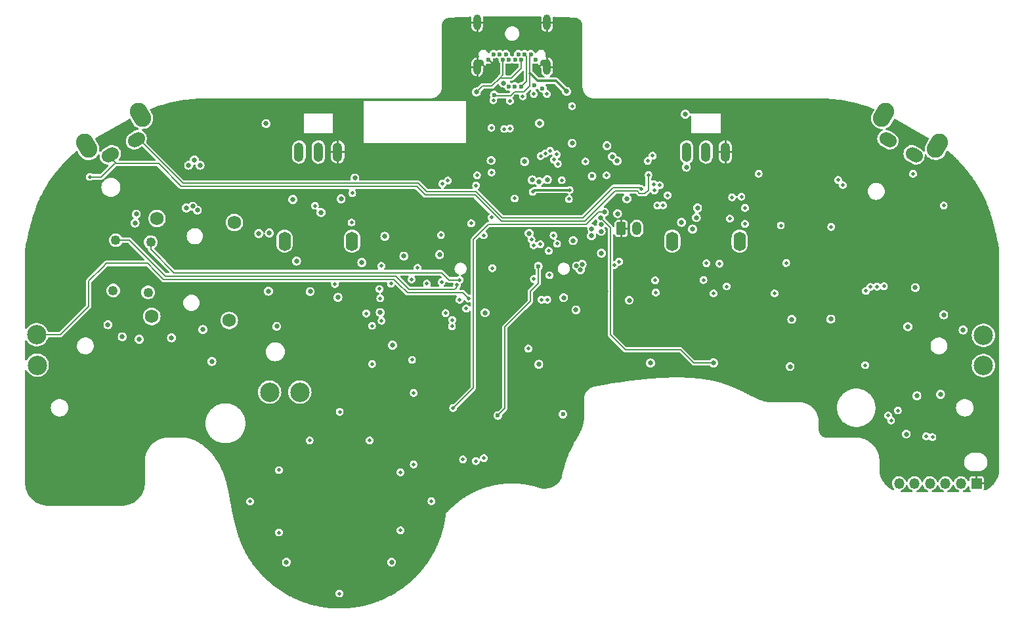
<source format=gbr>
%TF.GenerationSoftware,KiCad,Pcbnew,7.0.6*%
%TF.CreationDate,2024-03-06T23:43:00-08:00*%
%TF.ProjectId,UGC_Main,5547435f-4d61-4696-9e2e-6b696361645f,rev?*%
%TF.SameCoordinates,Original*%
%TF.FileFunction,Copper,L3,Inr*%
%TF.FilePolarity,Positive*%
%FSLAX46Y46*%
G04 Gerber Fmt 4.6, Leading zero omitted, Abs format (unit mm)*
G04 Created by KiCad (PCBNEW 7.0.6) date 2024-03-06 23:43:00*
%MOMM*%
%LPD*%
G01*
G04 APERTURE LIST*
G04 Aperture macros list*
%AMRoundRect*
0 Rectangle with rounded corners*
0 $1 Rounding radius*
0 $2 $3 $4 $5 $6 $7 $8 $9 X,Y pos of 4 corners*
0 Add a 4 corners polygon primitive as box body*
4,1,4,$2,$3,$4,$5,$6,$7,$8,$9,$2,$3,0*
0 Add four circle primitives for the rounded corners*
1,1,$1+$1,$2,$3*
1,1,$1+$1,$4,$5*
1,1,$1+$1,$6,$7*
1,1,$1+$1,$8,$9*
0 Add four rect primitives between the rounded corners*
20,1,$1+$1,$2,$3,$4,$5,0*
20,1,$1+$1,$4,$5,$6,$7,0*
20,1,$1+$1,$6,$7,$8,$9,0*
20,1,$1+$1,$8,$9,$2,$3,0*%
%AMHorizOval*
0 Thick line with rounded ends*
0 $1 width*
0 $2 $3 position (X,Y) of the first rounded end (center of the circle)*
0 $4 $5 position (X,Y) of the second rounded end (center of the circle)*
0 Add line between two ends*
20,1,$1,$2,$3,$4,$5,0*
0 Add two circle primitives to create the rounded ends*
1,1,$1,$2,$3*
1,1,$1,$4,$5*%
G04 Aperture macros list end*
%TA.AperFunction,ComponentPad*%
%ADD10C,1.750000*%
%TD*%
%TA.AperFunction,ComponentPad*%
%ADD11C,1.250000*%
%TD*%
%TA.AperFunction,ComponentPad*%
%ADD12HorizOval,2.250000X-0.250000X0.433013X0.250000X-0.433013X0*%
%TD*%
%TA.AperFunction,ComponentPad*%
%ADD13HorizOval,1.700000X0.259808X0.150000X-0.259808X-0.150000X0*%
%TD*%
%TA.AperFunction,ComponentPad*%
%ADD14HorizOval,2.250000X-0.250000X-0.433013X0.250000X0.433013X0*%
%TD*%
%TA.AperFunction,ComponentPad*%
%ADD15HorizOval,1.700000X0.259808X-0.150000X-0.259808X0.150000X0*%
%TD*%
%TA.AperFunction,ComponentPad*%
%ADD16R,1.350000X1.350000*%
%TD*%
%TA.AperFunction,ComponentPad*%
%ADD17O,1.350000X1.350000*%
%TD*%
%TA.AperFunction,ComponentPad*%
%ADD18O,1.250000X2.500000*%
%TD*%
%TA.AperFunction,HeatsinkPad*%
%ADD19O,1.600000X2.500000*%
%TD*%
%TA.AperFunction,ComponentPad*%
%ADD20RoundRect,0.250000X-0.350000X-0.625000X0.350000X-0.625000X0.350000X0.625000X-0.350000X0.625000X0*%
%TD*%
%TA.AperFunction,ComponentPad*%
%ADD21O,1.200000X1.750000*%
%TD*%
%TA.AperFunction,ComponentPad*%
%ADD22C,0.600000*%
%TD*%
%TA.AperFunction,ComponentPad*%
%ADD23O,1.000000X2.000000*%
%TD*%
%TA.AperFunction,ComponentPad*%
%ADD24C,0.900000*%
%TD*%
%TA.AperFunction,ViaPad*%
%ADD25C,0.600000*%
%TD*%
%TA.AperFunction,ViaPad*%
%ADD26C,0.500000*%
%TD*%
%TA.AperFunction,ViaPad*%
%ADD27C,0.650000*%
%TD*%
%TA.AperFunction,ViaPad*%
%ADD28C,2.500000*%
%TD*%
%TA.AperFunction,Conductor*%
%ADD29C,0.300000*%
%TD*%
%TA.AperFunction,Conductor*%
%ADD30C,0.200000*%
%TD*%
%TA.AperFunction,Conductor*%
%ADD31C,0.150000*%
%TD*%
G04 APERTURE END LIST*
D10*
%TO.N,*%
%TO.C,SW6*%
X172671539Y-110006388D03*
X172009489Y-122639052D03*
X182657835Y-110529748D03*
X181995785Y-123162412D03*
D11*
%TO.N,Pulldown_D*%
X171861497Y-113043156D03*
X171521313Y-119534248D03*
%TO.N,SL_Pull*%
X167367664Y-112807644D03*
X167027480Y-119298736D03*
%TD*%
D12*
%TO.N,*%
%TO.C,SW7*%
X163618112Y-100644336D03*
X170546316Y-96644336D03*
D13*
%TO.N,Pulldown_C*%
X166643465Y-101784400D03*
%TO.N,L_Pull*%
X170020963Y-99834400D03*
%TD*%
D14*
%TO.N,*%
%TO.C,SW8*%
X266420998Y-96644336D03*
X273349202Y-100644336D03*
D15*
%TO.N,Pulldown_C*%
X266946351Y-99834400D03*
%TO.N,R_Pull*%
X270323849Y-101784400D03*
%TD*%
D16*
%TO.N,GND*%
%TO.C,J4*%
X278380200Y-144195800D03*
D17*
%TO.N,RS_B_IN*%
X276380200Y-144195800D03*
%TO.N,Pulldown_D*%
X274380200Y-144195800D03*
%TO.N,RY*%
X272380200Y-144195800D03*
%TO.N,RX*%
X270380200Y-144195800D03*
%TO.N,+3V3*%
X268380200Y-144195800D03*
%TD*%
D18*
%TO.N,+3V3*%
%TO.C,RV2*%
X243483657Y-101434400D03*
%TO.N,ZR_ANALOG*%
X240983657Y-101434400D03*
%TO.N,GND*%
X245983657Y-101434400D03*
D19*
%TO.N,N/C*%
X247833657Y-112934400D03*
X239133657Y-112934400D03*
%TD*%
D20*
%TO.N,GND*%
%TO.C,B1*%
X232547596Y-111285471D03*
D21*
%TO.N,BATTERY_POS*%
X234547596Y-111285471D03*
%TD*%
D22*
%TO.N,GND*%
%TO.C,J5*%
X221533635Y-89504400D03*
%TO.N,+3V3_PRE*%
X220883635Y-88804400D03*
%TO.N,N_CLOCK*%
X220083635Y-88804400D03*
%TO.N,+5V_PRE*%
X219683635Y-89504400D03*
%TO.N,CC2*%
X219283635Y-88804400D03*
%TO.N,D+*%
X218883635Y-89504400D03*
%TO.N,D-*%
X218083635Y-89504400D03*
%TO.N,unconnected-(J5-SBU2-PadB8)*%
X217683635Y-88804400D03*
%TO.N,+5V_PRE*%
X217283635Y-89504400D03*
%TO.N,N_LATCH*%
X216883635Y-88804400D03*
%TO.N,N_DATA*%
X216083635Y-88804400D03*
%TO.N,GND*%
X215433635Y-89504400D03*
D23*
X213983635Y-84704400D03*
D24*
X214433635Y-89904400D03*
D23*
X213983635Y-90454400D03*
X222983635Y-84704400D03*
D24*
X222533635Y-89904400D03*
D23*
X222983635Y-90454400D03*
%TD*%
D18*
%TO.N,+3V3*%
%TO.C,RV1*%
X193483657Y-101434400D03*
%TO.N,ZL_ANALOG*%
X190983657Y-101434400D03*
%TO.N,GND*%
X195983657Y-101434400D03*
D19*
%TO.N,N/C*%
X197833657Y-112934400D03*
X189133657Y-112934400D03*
%TD*%
D25*
%TO.N,GND*%
X215140000Y-94050000D03*
D26*
X214275000Y-110775000D03*
D27*
X218465400Y-100533200D03*
D25*
X218960000Y-94270000D03*
D26*
X223545400Y-107416600D03*
X205761067Y-121911884D03*
X214800000Y-110400000D03*
D27*
X229504526Y-118967615D03*
D26*
X208915000Y-109296200D03*
X201930000Y-108483400D03*
X218439993Y-111963200D03*
X228449022Y-116721319D03*
D27*
X275361400Y-142392400D03*
D26*
X209194400Y-115849400D03*
X209956400Y-122936000D03*
D27*
X227748754Y-118990566D03*
X217830400Y-99923600D03*
D26*
X230632000Y-119405400D03*
D27*
%TO.N,LX*%
X196011800Y-120192800D03*
X179755800Y-128447800D03*
%TO.N,LY*%
X190677800Y-115493800D03*
X192430400Y-119430800D03*
D26*
%TO.N,+1V1*%
X227914200Y-102641400D03*
X225882200Y-106324400D03*
X221132400Y-106553000D03*
D27*
%TO.N,+3V3*%
X209118200Y-114655600D03*
X227279200Y-116611400D03*
X226796600Y-116128800D03*
X269316200Y-137820400D03*
X177292000Y-108432600D03*
D26*
X215846705Y-109870895D03*
D27*
X168198800Y-125272800D03*
X177495200Y-102438200D03*
X220675200Y-111912400D03*
X188112400Y-123926600D03*
X227500000Y-115900000D03*
X198196200Y-104775000D03*
X186740800Y-97764600D03*
D26*
X215798400Y-98298000D03*
D27*
X203047600Y-126339600D03*
X196418200Y-107467400D03*
D26*
X213842600Y-105740200D03*
D27*
X187045600Y-119380000D03*
D26*
X230657400Y-104419400D03*
D27*
X169849800Y-110583609D03*
X240817400Y-96545400D03*
X201472800Y-122123200D03*
X176453800Y-108635800D03*
D26*
X225806000Y-107492800D03*
X213200000Y-110625000D03*
D27*
X220091000Y-102666800D03*
X174548800Y-125399800D03*
X176758600Y-103124000D03*
X199097900Y-115684300D03*
X187172600Y-111861600D03*
X178231800Y-103124000D03*
X222021400Y-97713800D03*
X226212400Y-100279200D03*
X270687800Y-132892800D03*
X202057000Y-112318800D03*
D26*
X224866200Y-105054400D03*
D27*
X177876200Y-108940600D03*
D26*
X218821000Y-107416600D03*
D27*
X204520800Y-114858800D03*
X226718285Y-121785989D03*
%TO.N,BAT_LVL*%
X233273600Y-107442000D03*
X221945200Y-105232200D03*
%TO.N,VBUS_SYS*%
X232079800Y-109372400D03*
X230708200Y-100609400D03*
X233578400Y-120548400D03*
X225120200Y-120218200D03*
D28*
X191100000Y-132400000D03*
D26*
%TO.N,USB_EN*%
X223399733Y-101264779D03*
X218211400Y-94843600D03*
D27*
%TO.N,BTN_PWR*%
X221919800Y-128828800D03*
D26*
X236931200Y-117983000D03*
X223298445Y-117321090D03*
D27*
X236321600Y-128651000D03*
D28*
%TO.N,RUMBLE-*%
X187202000Y-132402000D03*
D27*
X214985600Y-122159700D03*
D25*
%TO.N,D+*%
X218020000Y-92960000D03*
%TO.N,D-*%
X218813581Y-92957751D03*
D27*
%TO.N,SL_RGB*%
X185801000Y-111937800D03*
X190195200Y-107543600D03*
%TO.N,Net-(L2-DOUT)*%
X166344600Y-123698000D03*
X170002200Y-109423200D03*
%TO.N,Net-(L3-DOUT)*%
X170383200Y-125577600D03*
X178587400Y-124333000D03*
D26*
%TO.N,DD_Pull*%
X238531400Y-107010200D03*
X196215000Y-158394400D03*
%TO.N,DL_Pull*%
X214833200Y-140919200D03*
X184683400Y-146507200D03*
X246557800Y-110007400D03*
X205790800Y-141732000D03*
%TO.N,DU_Pull*%
X212140800Y-141097000D03*
X196240400Y-134950200D03*
X213791800Y-141300200D03*
X248056400Y-107188000D03*
%TO.N,ZL_Pull*%
X237007400Y-119557800D03*
X212852000Y-120319800D03*
D28*
X157149800Y-124993400D03*
D26*
%TO.N,ESP_RTS*%
X200406000Y-128778000D03*
X199669400Y-122250200D03*
%TO.N,ESP_EN*%
X209296000Y-112141000D03*
X197866000Y-106730800D03*
X197764400Y-110515400D03*
X222148400Y-101955600D03*
%TO.N,ESP_DTR*%
X209880200Y-122214498D03*
X205790800Y-132511800D03*
X205562200Y-128244600D03*
D25*
%TO.N,N_LATCH*%
X221334118Y-92802481D03*
%TO.N,N_DATA*%
X222395124Y-93216533D03*
%TO.N,N_CLOCK*%
X219660000Y-92980000D03*
%TO.N,RP_RUN*%
X221860000Y-116150000D03*
X216640000Y-135410000D03*
X228796957Y-104519726D03*
D26*
%TO.N,I2C_SCL*%
X223875600Y-102412800D03*
X215814621Y-104075862D03*
X231701147Y-115982447D03*
%TO.N,I2C_SDA*%
X232284636Y-115562671D03*
X213952178Y-104428552D03*
X224358200Y-102946200D03*
%TO.N,USB_BOOT*%
X214807800Y-112166400D03*
X211709000Y-120497600D03*
D25*
X225040000Y-135250000D03*
D26*
%TO.N,RGB_OUT*%
X224231200Y-101727000D03*
X193040000Y-108356400D03*
%TO.N,SHARED_PU*%
X226212400Y-95504000D03*
X222961200Y-93929200D03*
X221284800Y-93929200D03*
X219860000Y-94230000D03*
%TO.N,USB_SEL*%
X222758000Y-101600000D03*
X216052400Y-94742000D03*
%TO.N,R_BRAKE*%
X223012000Y-120497600D03*
X220573600Y-126796800D03*
%TO.N,RUMBLE*%
X212547200Y-121615200D03*
X222275400Y-120472200D03*
%TO.N,ESP_RX0*%
X209499200Y-105511600D03*
X201650600Y-123190000D03*
%TO.N,ESP_TX0*%
X210185000Y-105105200D03*
X200406000Y-123850400D03*
%TO.N,LADC_CS*%
X221259400Y-113461800D03*
X195630800Y-118465600D03*
%TO.N,SPI_TX*%
X202844400Y-118414800D03*
X207492600Y-118414800D03*
X265557000Y-118795800D03*
X201472800Y-120294400D03*
X224282000Y-113258600D03*
X267360400Y-136067800D03*
%TO.N,SPI_RX*%
X266979400Y-135407400D03*
X209372200Y-118211600D03*
X223202015Y-114163403D03*
X264693400Y-118821200D03*
%TO.N,SPI_CK*%
X223824800Y-112191800D03*
X205511400Y-117856000D03*
X266446000Y-118745000D03*
X268224000Y-134772400D03*
X201366000Y-119105800D03*
D27*
%TO.N,RADC_CS*%
X226364800Y-112852200D03*
X270484600Y-118922800D03*
X273735800Y-132689600D03*
%TO.N,Scan_C*%
X240334800Y-110490000D03*
X228746736Y-111318562D03*
%TO.N,Scan_D*%
X228713542Y-112224268D03*
X241757200Y-111379000D03*
%TO.N,Scan_B*%
X229965409Y-111659980D03*
X242239800Y-109880400D03*
%TO.N,Scan_A*%
X229955925Y-110796951D03*
X242392200Y-108635800D03*
D26*
%TO.N,IMU0_CS*%
X201599800Y-116128800D03*
X220980000Y-112725200D03*
D27*
%TO.N,ZL_ANALOG*%
X221081600Y-105029000D03*
X193827400Y-109220000D03*
%TO.N,ZR_ANALOG*%
X223012000Y-104978200D03*
X240944400Y-103378000D03*
D26*
%TO.N,UART_USB+*%
X217474800Y-98450400D03*
X210718400Y-123901200D03*
%TO.N,UART_USB-*%
X210743800Y-123088400D03*
X218186000Y-98399600D03*
%TO.N,L_Pull*%
X235170448Y-106216560D03*
X246862600Y-107264200D03*
%TO.N,DR_Pull*%
X243560600Y-115773200D03*
X208076800Y-146481800D03*
%TO.N,A_Pull*%
X253136400Y-110896400D03*
X259638800Y-111074200D03*
%TO.N,B_Pull*%
X252323600Y-119659400D03*
X244475000Y-119659400D03*
%TO.N,SL_Pull*%
X248513600Y-108635800D03*
X246151400Y-118770400D03*
X248513600Y-110693200D03*
X211378800Y-118592600D03*
%TO.N,R_Pull*%
X270179800Y-104241600D03*
X236829600Y-106375200D03*
%TO.N,Y_Pull*%
X245237000Y-115824000D03*
X253822200Y-115747800D03*
%TO.N,X_Pull*%
X237947200Y-108305600D03*
X274142200Y-108331000D03*
%TO.N,ZR_Pull*%
X264109200Y-119354600D03*
D28*
X279259600Y-128960400D03*
D26*
X264033000Y-128930400D03*
X243154200Y-117932200D03*
%TO.N,Plus_Pull*%
X237210600Y-108331000D03*
X221280000Y-117800000D03*
D27*
%TO.N,+5V_PRE*%
X213868000Y-93675200D03*
D25*
%TO.N,+3V3_PRE*%
X216165246Y-94049711D03*
D27*
X225500000Y-93610000D03*
D26*
%TO.N,IMU1_CS*%
X222130112Y-113321680D03*
X206280400Y-116382800D03*
%TO.N,RS_B_IN*%
X261137400Y-105689400D03*
X237515400Y-105714800D03*
X272694400Y-138201400D03*
D27*
%TO.N,Pulldown_C*%
X232003600Y-102565200D03*
D26*
X235966000Y-102565200D03*
D27*
X269519400Y-123952000D03*
D26*
X236042200Y-104394000D03*
D28*
X157226000Y-128930400D03*
D26*
X250266200Y-104241600D03*
D27*
X276656800Y-124383800D03*
D28*
X279273000Y-125069600D03*
D26*
X163995100Y-104635300D03*
%TO.N,Pulldown_D*%
X236728000Y-105562400D03*
X236601000Y-101904800D03*
X211683600Y-117932200D03*
X271881600Y-138099800D03*
X260527800Y-105029000D03*
D27*
X231394000Y-102006400D03*
D26*
X215925400Y-116408200D03*
D27*
%TO.N,Pulldown_A*%
X244449600Y-128625600D03*
X259588000Y-122986800D03*
X229874383Y-109914294D03*
X254330200Y-129108200D03*
X274142200Y-122428000D03*
X254558800Y-123012200D03*
D26*
%TO.N,Pulldown_B*%
X188391800Y-142468600D03*
X192354200Y-138633200D03*
X200101200Y-138633200D03*
D27*
X202932000Y-154344400D03*
D26*
X204083657Y-150241000D03*
X188391800Y-150520400D03*
X210870800Y-134467600D03*
X204089000Y-142748000D03*
D27*
X189371000Y-154344400D03*
X230392181Y-109194182D03*
%TO.N,VBUS*%
X230004090Y-114479819D03*
X215783138Y-102514294D03*
%TO.N,CC1*%
X217350000Y-92530000D03*
%TD*%
D29*
%TO.N,+1V1*%
X221132400Y-106553000D02*
X221361000Y-106324400D01*
X221361000Y-106324400D02*
X225882200Y-106324400D01*
D30*
%TO.N,ZL_Pull*%
X212115400Y-119583200D02*
X212852000Y-120319800D01*
X174269400Y-117856000D02*
X203250800Y-117856000D01*
X166141400Y-115798600D02*
X169214800Y-115798600D01*
X163880800Y-121310400D02*
X163880800Y-119989600D01*
X163880800Y-118059200D02*
X165684200Y-116255800D01*
X203758800Y-118364000D02*
X204978000Y-119583200D01*
X204978000Y-119583200D02*
X206629000Y-119583200D01*
X163880800Y-119989600D02*
X163880800Y-118059200D01*
X173507400Y-117856000D02*
X174269400Y-117856000D01*
X157149800Y-124993400D02*
X160197800Y-124993400D01*
X160197800Y-124993400D02*
X161340800Y-123850400D01*
X165684200Y-116255800D02*
X166141400Y-115798600D01*
X172415200Y-116763800D02*
X173507400Y-117856000D01*
X169214800Y-115798600D02*
X171450000Y-115798600D01*
X171450000Y-115798600D02*
X172415200Y-116763800D01*
X203250800Y-117856000D02*
X203758800Y-118364000D01*
X206629000Y-119583200D02*
X212115400Y-119583200D01*
X161340800Y-123850400D02*
X163880800Y-121310400D01*
%TO.N,N_CLOCK*%
X220340000Y-92300000D02*
X220340000Y-89060765D01*
X219660000Y-92980000D02*
X220340000Y-92300000D01*
X220340000Y-89060765D02*
X220083635Y-88804400D01*
D31*
%TO.N,RP_RUN*%
X217550000Y-123990000D02*
X217550000Y-134500000D01*
X217550000Y-134500000D02*
X216640000Y-135410000D01*
X221860000Y-118350000D02*
X220840000Y-119370000D01*
X221860000Y-116150000D02*
X221860000Y-118350000D01*
X220840000Y-119370000D02*
X220840000Y-120700000D01*
X220840000Y-120700000D02*
X217550000Y-123990000D01*
D30*
%TO.N,L_Pull*%
X217206200Y-109931200D02*
X213802600Y-106527600D01*
X231521000Y-105994200D02*
X227584000Y-109931200D01*
X234948088Y-105994200D02*
X231521000Y-105994200D01*
X213802600Y-106527600D02*
X207441800Y-106527600D01*
X176057171Y-105460800D02*
X170280771Y-99684400D01*
X207441800Y-106527600D02*
X206375000Y-105460800D01*
X235170448Y-106216560D02*
X234948088Y-105994200D01*
X206375000Y-105460800D02*
X176057171Y-105460800D01*
X227584000Y-109931200D02*
X217206200Y-109931200D01*
%TO.N,SL_Pull*%
X211378800Y-118846600D02*
X211378800Y-118592600D01*
X175717200Y-117424200D02*
X203454000Y-117424200D01*
X211201000Y-119024400D02*
X211378800Y-118846600D01*
X207289400Y-119176800D02*
X211048600Y-119176800D01*
X205206600Y-119176800D02*
X207289400Y-119176800D01*
X171653200Y-115341400D02*
X173736000Y-117424200D01*
X169119444Y-112807644D02*
X171653200Y-115341400D01*
X211048600Y-119176800D02*
X211201000Y-119024400D01*
X167367664Y-112807644D02*
X169119444Y-112807644D01*
X204241400Y-118211600D02*
X205206600Y-119176800D01*
X203454000Y-117424200D02*
X204241400Y-118211600D01*
X173736000Y-117424200D02*
X175717200Y-117424200D01*
%TO.N,+5V_PRE*%
X219683635Y-90576365D02*
X218390000Y-91870000D01*
X217283635Y-89504400D02*
X217283635Y-91486365D01*
X215850000Y-92920000D02*
X214623200Y-92920000D01*
X214623200Y-92920000D02*
X213868000Y-93675200D01*
X216900000Y-91870000D02*
X215850000Y-92920000D01*
X218390000Y-91870000D02*
X216900000Y-91870000D01*
X219683635Y-89504400D02*
X219683635Y-90576365D01*
X217283635Y-91486365D02*
X216900000Y-91870000D01*
%TO.N,+3V3_PRE*%
X218260000Y-94150000D02*
X218780000Y-93630000D01*
X216165246Y-94049711D02*
X216265535Y-94150000D01*
X220870000Y-88810000D02*
X220878035Y-88810000D01*
X220740000Y-92920000D02*
X220740000Y-88948035D01*
X220878035Y-88810000D02*
X220883635Y-88804400D01*
D29*
X224120000Y-92230000D02*
X225500000Y-93610000D01*
D30*
X216265535Y-94150000D02*
X218260000Y-94150000D01*
X220740000Y-88948035D02*
X220878035Y-88810000D01*
D29*
X220790187Y-91276657D02*
X220822567Y-91276657D01*
X220822567Y-91276657D02*
X221775910Y-92230000D01*
X221775910Y-92230000D02*
X224120000Y-92230000D01*
D30*
X220030000Y-93630000D02*
X220740000Y-92920000D01*
X218780000Y-93630000D02*
X220030000Y-93630000D01*
%TO.N,Pulldown_C*%
X207264000Y-106959400D02*
X213684400Y-106959400D01*
X167513000Y-102920800D02*
X172872400Y-102920800D01*
X206171800Y-105867200D02*
X207264000Y-106959400D01*
X235585000Y-106781600D02*
X236042200Y-106324400D01*
X165493700Y-104635300D02*
X163995100Y-104635300D01*
X227863400Y-110363000D02*
X231775000Y-106451400D01*
X213684400Y-106959400D02*
X217088000Y-110363000D01*
X167208200Y-102920800D02*
X165493700Y-104635300D01*
X217088000Y-110363000D02*
X227863400Y-110363000D01*
X234594400Y-106451400D02*
X234924600Y-106781600D01*
X172872400Y-102920800D02*
X175818800Y-105867200D01*
X231775000Y-106451400D02*
X234594400Y-106451400D01*
X175818800Y-105867200D02*
X206171800Y-105867200D01*
X166383657Y-101934400D02*
X167370057Y-102920800D01*
X236042200Y-106324400D02*
X236042200Y-104394000D01*
X167513000Y-102920800D02*
X167208200Y-102920800D01*
X234924600Y-106781600D02*
X235585000Y-106781600D01*
X167370057Y-102920800D02*
X167513000Y-102920800D01*
%TO.N,Pulldown_D*%
X210312000Y-117932200D02*
X209372200Y-116992400D01*
X211683600Y-117932200D02*
X210312000Y-117932200D01*
X171861497Y-114000297D02*
X171861497Y-113043156D01*
X209372200Y-116992400D02*
X174853600Y-116992400D01*
X174853600Y-116992400D02*
X171861497Y-114000297D01*
D31*
%TO.N,Pulldown_A*%
X231165400Y-111205311D02*
X231165400Y-124993400D01*
X240207800Y-126949200D02*
X241884200Y-128625600D01*
X229874383Y-109914294D02*
X231165400Y-111205311D01*
X231165400Y-124993400D02*
X233121200Y-126949200D01*
X241884200Y-128625600D02*
X244449600Y-128625600D01*
X233121200Y-126949200D02*
X240207800Y-126949200D01*
%TO.N,Pulldown_B*%
X213487000Y-131851400D02*
X210870800Y-134467600D01*
X213487000Y-112725200D02*
X213487000Y-131851400D01*
X229641818Y-109194182D02*
X228066600Y-110769400D01*
X215442800Y-110769400D02*
X213487000Y-112725200D01*
X228066600Y-110769400D02*
X215442800Y-110769400D01*
X230392181Y-109194182D02*
X229641818Y-109194182D01*
%TD*%
%TA.AperFunction,Conductor*%
%TO.N,GND*%
G36*
X221261953Y-89987181D02*
G01*
X221390056Y-90040242D01*
X221533634Y-90059146D01*
X221533636Y-90059146D01*
X221677213Y-90040242D01*
X221677214Y-90040242D01*
X221696798Y-90032130D01*
X221766268Y-90024658D01*
X221828748Y-90055931D01*
X221860197Y-90102717D01*
X221909265Y-90232098D01*
X221909267Y-90232101D01*
X221958226Y-90303030D01*
X221958226Y-90303031D01*
X222179344Y-90081913D01*
X222240667Y-90048428D01*
X222310358Y-90053412D01*
X222346657Y-90074556D01*
X222353395Y-90084640D01*
X222354630Y-90085465D01*
X222386963Y-90134042D01*
X222388086Y-90203902D01*
X222356244Y-90258565D01*
X222131489Y-90483320D01*
X222131489Y-90483322D01*
X222133063Y-90484715D01*
X222133073Y-90484722D01*
X222167259Y-90502664D01*
X222217473Y-90551248D01*
X222233635Y-90612461D01*
X222233635Y-90998077D01*
X222248883Y-91128539D01*
X222308847Y-91293289D01*
X222405191Y-91439773D01*
X222532713Y-91560085D01*
X222598579Y-91598113D01*
X222646794Y-91648680D01*
X222660018Y-91717287D01*
X222634050Y-91782152D01*
X222577136Y-91822680D01*
X222536579Y-91829500D01*
X221993165Y-91829500D01*
X221926126Y-91809815D01*
X221905484Y-91793181D01*
X221126819Y-91014516D01*
X221093334Y-90953193D01*
X221090500Y-90926835D01*
X221090500Y-90101742D01*
X221110185Y-90034703D01*
X221162989Y-89988948D01*
X221232147Y-89979004D01*
X221261953Y-89987181D01*
G37*
%TD.AperFunction*%
%TA.AperFunction,Conductor*%
G36*
X214003990Y-90950675D02*
G01*
X214002986Y-90950835D01*
X213964284Y-90950835D01*
X213963281Y-90950676D01*
X213961520Y-90949842D01*
X214006759Y-90949842D01*
X214003990Y-90950675D01*
G37*
%TD.AperFunction*%
%TA.AperFunction,Conductor*%
G36*
X220305844Y-144350209D02*
G01*
X220305932Y-144350223D01*
X220305651Y-144350090D01*
X220305638Y-144350176D01*
X220198004Y-144333146D01*
X220197747Y-144333095D01*
X220195476Y-144332747D01*
X220195339Y-144332726D01*
X220195322Y-144332723D01*
X220195299Y-144332720D01*
X220195218Y-144332708D01*
X220094439Y-144317783D01*
X220093622Y-144317597D01*
X220084804Y-144316357D01*
X220082890Y-144316083D01*
X220082621Y-144316055D01*
X220013317Y-144306492D01*
X219974215Y-144301096D01*
X219974214Y-144301096D01*
X219974164Y-144301089D01*
X219974075Y-144301077D01*
X219973959Y-144301060D01*
X219973933Y-144301057D01*
X219972576Y-144300870D01*
X219972057Y-144300819D01*
X219861882Y-144286723D01*
X219861420Y-144286682D01*
X219766591Y-144275503D01*
X219765666Y-144275283D01*
X219752085Y-144273792D01*
X219752085Y-144273793D01*
X219640843Y-144261791D01*
X219640818Y-144261790D01*
X219540790Y-144252000D01*
X219539791Y-144251811D01*
X219529734Y-144250917D01*
X219529644Y-144250909D01*
X219529541Y-144250899D01*
X219529540Y-144250899D01*
X219529520Y-144250897D01*
X219529515Y-144250897D01*
X219516664Y-144249767D01*
X219429640Y-144242118D01*
X219428703Y-144241948D01*
X219418253Y-144241117D01*
X219418252Y-144241117D01*
X219418164Y-144241110D01*
X219418060Y-144241101D01*
X219418057Y-144241101D01*
X219417979Y-144241094D01*
X219417976Y-144241094D01*
X219318559Y-144233347D01*
X219318345Y-144233309D01*
X219306645Y-144232418D01*
X219306644Y-144232418D01*
X219306539Y-144232410D01*
X219306451Y-144232404D01*
X219306448Y-144232404D01*
X219195010Y-144224828D01*
X219195005Y-144224828D01*
X219194907Y-144224821D01*
X219194901Y-144224821D01*
X219194721Y-144224809D01*
X219194720Y-144224809D01*
X219191345Y-144224584D01*
X219190871Y-144224586D01*
X219095410Y-144219046D01*
X219094446Y-144218893D01*
X219082950Y-144218323D01*
X219082791Y-144218315D01*
X219082773Y-144218314D01*
X218975266Y-144213144D01*
X218974739Y-144213083D01*
X218971002Y-144212940D01*
X218970949Y-144212937D01*
X218970899Y-144212935D01*
X218969391Y-144212878D01*
X218969089Y-144212781D01*
X218968567Y-144212846D01*
X218863349Y-144208831D01*
X218862832Y-144208776D01*
X218858954Y-144208664D01*
X218858898Y-144208662D01*
X218858889Y-144208662D01*
X218858887Y-144208662D01*
X218746952Y-144205501D01*
X218746951Y-144205501D01*
X218746924Y-144205500D01*
X218743228Y-144205399D01*
X218742742Y-144205421D01*
X218641210Y-144203533D01*
X218641209Y-144203533D01*
X218641208Y-144203533D01*
X218641142Y-144203532D01*
X218641014Y-144203530D01*
X218641012Y-144203530D01*
X218637457Y-144203474D01*
X218637086Y-144203494D01*
X218535497Y-144202555D01*
X218535496Y-144202555D01*
X218535379Y-144202554D01*
X218535300Y-144202554D01*
X218486719Y-144202437D01*
X218486718Y-144202437D01*
X218486593Y-144202437D01*
X218486522Y-144202437D01*
X218486521Y-144202437D01*
X218354210Y-144202618D01*
X218354209Y-144202618D01*
X218354146Y-144202618D01*
X218354118Y-144202618D01*
X218350803Y-144202643D01*
X218350481Y-144202666D01*
X218224389Y-144204316D01*
X218221781Y-144204351D01*
X218221740Y-144204352D01*
X218221588Y-144204354D01*
X218221587Y-144204354D01*
X218219621Y-144204379D01*
X218219045Y-144204417D01*
X218100105Y-144207368D01*
X218099672Y-144207342D01*
X218089335Y-144207635D01*
X218084763Y-144207794D01*
X218084656Y-144207806D01*
X217959472Y-144212376D01*
X217959289Y-144212329D01*
X217958840Y-144212399D01*
X217957211Y-144212459D01*
X217957209Y-144212459D01*
X217957150Y-144212461D01*
X217957096Y-144212464D01*
X217954666Y-144212554D01*
X217954106Y-144212608D01*
X217870492Y-144216640D01*
X217825095Y-144218830D01*
X217825094Y-144218830D01*
X217825039Y-144218832D01*
X217825045Y-144218832D01*
X217822383Y-144218977D01*
X217822083Y-144219009D01*
X217704622Y-144226053D01*
X217703399Y-144226013D01*
X217692993Y-144226751D01*
X217692992Y-144226751D01*
X217692948Y-144226754D01*
X217692918Y-144226756D01*
X217692916Y-144226756D01*
X217638775Y-144230638D01*
X217573342Y-144235330D01*
X217572799Y-144235316D01*
X217561164Y-144236203D01*
X217557478Y-144236499D01*
X217557276Y-144236528D01*
X217429753Y-144247170D01*
X217429734Y-144247171D01*
X217429589Y-144247184D01*
X217429588Y-144247184D01*
X217429498Y-144247192D01*
X217429397Y-144247201D01*
X217429396Y-144247201D01*
X217426238Y-144247482D01*
X217425888Y-144247535D01*
X217308335Y-144258732D01*
X217307353Y-144258744D01*
X217299557Y-144259554D01*
X217299365Y-144259569D01*
X217167035Y-144273734D01*
X217166747Y-144273765D01*
X217163049Y-144274176D01*
X217162608Y-144274256D01*
X217106513Y-144280924D01*
X217037429Y-144289136D01*
X217037091Y-144289166D01*
X217035508Y-144289365D01*
X217025474Y-144290655D01*
X217025214Y-144290711D01*
X216906651Y-144306211D01*
X216906281Y-144306248D01*
X216904614Y-144306478D01*
X216902245Y-144306796D01*
X216901831Y-144306874D01*
X216776338Y-144324773D01*
X216776210Y-144324787D01*
X216774068Y-144325097D01*
X216774009Y-144325106D01*
X216774007Y-144325106D01*
X216773931Y-144325117D01*
X216773817Y-144325134D01*
X216773812Y-144325135D01*
X216773551Y-144325174D01*
X216643549Y-144345270D01*
X216643488Y-144345279D01*
X216634783Y-144346693D01*
X216634317Y-144346807D01*
X216575935Y-144356530D01*
X216515721Y-144366558D01*
X216515216Y-144366622D01*
X216513343Y-144366954D01*
X216513342Y-144366954D01*
X216513229Y-144366974D01*
X216513152Y-144366987D01*
X216513151Y-144366987D01*
X216511513Y-144367263D01*
X216511063Y-144367360D01*
X216386053Y-144389684D01*
X216385703Y-144389731D01*
X216383397Y-144390158D01*
X216383396Y-144390158D01*
X216383277Y-144390180D01*
X216383208Y-144390193D01*
X216383207Y-144390193D01*
X216379136Y-144390960D01*
X216379008Y-144390994D01*
X216256487Y-144414352D01*
X216256019Y-144414419D01*
X216253647Y-144414894D01*
X216252222Y-144415168D01*
X216251784Y-144415270D01*
X216127253Y-144440523D01*
X216126667Y-144440613D01*
X216031604Y-144461050D01*
X215998398Y-144468188D01*
X215997962Y-144468259D01*
X215995147Y-144468887D01*
X215991518Y-144469700D01*
X215991344Y-144469751D01*
X215869849Y-144497357D01*
X215869531Y-144497411D01*
X215866456Y-144498129D01*
X215863426Y-144498826D01*
X215862939Y-144498971D01*
X215741618Y-144528034D01*
X215741316Y-144528088D01*
X215738089Y-144528879D01*
X215738088Y-144528879D01*
X215737990Y-144528903D01*
X215737954Y-144528911D01*
X215737887Y-144528928D01*
X215737885Y-144528929D01*
X215613624Y-144560234D01*
X215613171Y-144560320D01*
X215610001Y-144561147D01*
X215609909Y-144561171D01*
X215609815Y-144561195D01*
X215609811Y-144561196D01*
X215609723Y-144561219D01*
X215609714Y-144561221D01*
X215486100Y-144593906D01*
X215485669Y-144593991D01*
X215482208Y-144594936D01*
X215479768Y-144595586D01*
X215479280Y-144595746D01*
X215438413Y-144607065D01*
X215358844Y-144629102D01*
X215358208Y-144629234D01*
X215232032Y-144665774D01*
X215231601Y-144665867D01*
X215227974Y-144666949D01*
X215227931Y-144666962D01*
X215227930Y-144666962D01*
X215227873Y-144666979D01*
X215227746Y-144667016D01*
X215227742Y-144667017D01*
X215225803Y-144667582D01*
X215225325Y-144667748D01*
X215105796Y-144703882D01*
X215105611Y-144703923D01*
X215101227Y-144705263D01*
X215099534Y-144705797D01*
X214986004Y-144741575D01*
X214984164Y-144742155D01*
X214983910Y-144742215D01*
X214975172Y-144744988D01*
X214975171Y-144744988D01*
X214975067Y-144745021D01*
X214974988Y-144745047D01*
X214974985Y-144745048D01*
X214974756Y-144745123D01*
X214974698Y-144745124D01*
X214974704Y-144745140D01*
X214858726Y-144783186D01*
X214858516Y-144783237D01*
X214849335Y-144786267D01*
X214733525Y-144825767D01*
X214732595Y-144826003D01*
X214723948Y-144829034D01*
X214723915Y-144829045D01*
X214609011Y-144869745D01*
X214608262Y-144869942D01*
X214599217Y-144873213D01*
X214599219Y-144873212D01*
X214485045Y-144915165D01*
X214484825Y-144915225D01*
X214474621Y-144918995D01*
X214474641Y-144918989D01*
X214361317Y-144962146D01*
X214360049Y-144962502D01*
X214350759Y-144966165D01*
X214350809Y-144966146D01*
X214350760Y-144966165D01*
X214239521Y-145010020D01*
X214238655Y-145010273D01*
X214228824Y-145014238D01*
X214226380Y-145015206D01*
X214225915Y-145015423D01*
X214107617Y-145063652D01*
X214107323Y-145063771D01*
X214107235Y-145063808D01*
X214107449Y-145063720D01*
X214104817Y-145064818D01*
X214104612Y-145064916D01*
X214083120Y-145073971D01*
X213997663Y-145109973D01*
X213996435Y-145110355D01*
X213986667Y-145114604D01*
X213986595Y-145114635D01*
X213986536Y-145114662D01*
X213867000Y-145166658D01*
X213867000Y-145166659D01*
X213866550Y-145166855D01*
X213866166Y-145167028D01*
X213864201Y-145167909D01*
X213864162Y-145167915D01*
X213864111Y-145167950D01*
X213747262Y-145220397D01*
X213747234Y-145220409D01*
X213747123Y-145220460D01*
X213738721Y-145224230D01*
X213737616Y-145224860D01*
X213682378Y-145250427D01*
X213629922Y-145274704D01*
X213629601Y-145274843D01*
X213628447Y-145275388D01*
X213628444Y-145275389D01*
X213628340Y-145275438D01*
X213628270Y-145275471D01*
X213628178Y-145275514D01*
X213628179Y-145275514D01*
X213510361Y-145331709D01*
X213510379Y-145331699D01*
X213508603Y-145332561D01*
X213508360Y-145332691D01*
X213394873Y-145388442D01*
X213394696Y-145388521D01*
X213392948Y-145389387D01*
X213276345Y-145448351D01*
X213276305Y-145448370D01*
X213276176Y-145448436D01*
X213269229Y-145451949D01*
X213268179Y-145452598D01*
X213160389Y-145508681D01*
X213160316Y-145508718D01*
X213160154Y-145508804D01*
X213156929Y-145510481D01*
X213156413Y-145510807D01*
X213047370Y-145569154D01*
X213047068Y-145569300D01*
X213044888Y-145570484D01*
X212932947Y-145632057D01*
X212932511Y-145632273D01*
X212930682Y-145633301D01*
X212930692Y-145633296D01*
X212930458Y-145633428D01*
X212930446Y-145633435D01*
X212930383Y-145633470D01*
X212930381Y-145633471D01*
X212816840Y-145697644D01*
X212816840Y-145697645D01*
X212816715Y-145697716D01*
X212813429Y-145699598D01*
X212813147Y-145699787D01*
X212807763Y-145702913D01*
X212703796Y-145763271D01*
X212703795Y-145763271D01*
X212700908Y-145764948D01*
X212700381Y-145765306D01*
X212591699Y-145830092D01*
X212591600Y-145830151D01*
X212591448Y-145830242D01*
X212588819Y-145831809D01*
X212588288Y-145832178D01*
X212480226Y-145898300D01*
X212480224Y-145898301D01*
X212480129Y-145898360D01*
X212480127Y-145898361D01*
X212480048Y-145898410D01*
X212479964Y-145898462D01*
X212479962Y-145898463D01*
X212477347Y-145900082D01*
X212477053Y-145900290D01*
X212369544Y-145967793D01*
X212369448Y-145967851D01*
X212369315Y-145967936D01*
X212367116Y-145969316D01*
X212366810Y-145969536D01*
X212366723Y-145969591D01*
X212366510Y-145969745D01*
X212261244Y-146037549D01*
X212261189Y-146037582D01*
X212259755Y-146038508D01*
X212259638Y-146038584D01*
X212259636Y-146038585D01*
X212259557Y-146038636D01*
X212259475Y-146038690D01*
X212259473Y-146038691D01*
X212256710Y-146040511D01*
X212256646Y-146040558D01*
X212152122Y-146109608D01*
X212151921Y-146109732D01*
X212150525Y-146110663D01*
X212148242Y-146112193D01*
X212148017Y-146112362D01*
X212051322Y-146177858D01*
X212050858Y-146178116D01*
X212042412Y-146183891D01*
X212042412Y-146183892D01*
X212042295Y-146183972D01*
X212042278Y-146183983D01*
X212042259Y-146183997D01*
X212042212Y-146184030D01*
X211944234Y-146252060D01*
X211943943Y-146252225D01*
X211934905Y-146258537D01*
X211934846Y-146258580D01*
X211822166Y-146338763D01*
X211821215Y-146339567D01*
X211723064Y-146411137D01*
X211722894Y-146411261D01*
X211721151Y-146412550D01*
X211720954Y-146412709D01*
X211620355Y-146487862D01*
X211620119Y-146488022D01*
X211618075Y-146489566D01*
X211616730Y-146490577D01*
X211616401Y-146490846D01*
X211522188Y-146562942D01*
X211521300Y-146563514D01*
X211514140Y-146569101D01*
X211512994Y-146569983D01*
X211512672Y-146570251D01*
X211413589Y-146647908D01*
X211413095Y-146648258D01*
X211311747Y-146729602D01*
X211311510Y-146729773D01*
X211309079Y-146731744D01*
X211308928Y-146731866D01*
X211308919Y-146731875D01*
X211224189Y-146801510D01*
X211223003Y-146802187D01*
X211210831Y-146812430D01*
X211210751Y-146812489D01*
X211208779Y-146814156D01*
X211208762Y-146814136D01*
X211208640Y-146814274D01*
X211110527Y-146896831D01*
X211110327Y-146896980D01*
X211107687Y-146899220D01*
X211107527Y-146899357D01*
X211107520Y-146899363D01*
X211009788Y-146983554D01*
X211009393Y-146983875D01*
X211008344Y-146984801D01*
X211008288Y-146984849D01*
X211008283Y-146984854D01*
X210910042Y-147071488D01*
X210909841Y-147071666D01*
X210907419Y-147073821D01*
X210907121Y-147074125D01*
X210812869Y-147159206D01*
X210812549Y-147159493D01*
X210812661Y-147159393D01*
X210810005Y-147161822D01*
X210809838Y-147161996D01*
X210735362Y-147230630D01*
X210735017Y-147230992D01*
X210663325Y-147298270D01*
X210663336Y-147298258D01*
X210662775Y-147298794D01*
X210662193Y-147299350D01*
X210662155Y-147299370D01*
X210662163Y-147299379D01*
X210596052Y-147362551D01*
X210594999Y-147363422D01*
X210589569Y-147368746D01*
X210582901Y-147375113D01*
X210582211Y-147375905D01*
X210516561Y-147439777D01*
X210516539Y-147439799D01*
X210516444Y-147439893D01*
X210516442Y-147439895D01*
X210482303Y-147473714D01*
X210444336Y-147511326D01*
X210444131Y-147511528D01*
X210443787Y-147511877D01*
X210372564Y-147583715D01*
X210372441Y-147583838D01*
X210331438Y-147625948D01*
X210301504Y-147656692D01*
X210301502Y-147656694D01*
X210301487Y-147656708D01*
X210301465Y-147656731D01*
X210278295Y-147680959D01*
X210231168Y-147730240D01*
X210231167Y-147730241D01*
X210231060Y-147730354D01*
X210231058Y-147730355D01*
X210145616Y-147820506D01*
X210145615Y-147820508D01*
X210036643Y-147935490D01*
X209967465Y-148008482D01*
X209961418Y-148014863D01*
X209955709Y-148019996D01*
X209954458Y-148022137D01*
X209954292Y-148022398D01*
X209954187Y-148022709D01*
X209953256Y-148025148D01*
X209952837Y-148032961D01*
X209933012Y-148177939D01*
X209919388Y-148277576D01*
X209905776Y-148377098D01*
X209905763Y-148377210D01*
X209899750Y-148421191D01*
X209889465Y-148494913D01*
X209869380Y-148631208D01*
X209847965Y-148767116D01*
X209825154Y-148903025D01*
X209801019Y-149038516D01*
X209775542Y-149173715D01*
X209748721Y-149308636D01*
X209720566Y-149443229D01*
X209691070Y-149577525D01*
X209660266Y-149711399D01*
X209660179Y-149711761D01*
X209628111Y-149845035D01*
X209594636Y-149978299D01*
X209559814Y-150111297D01*
X209523715Y-150243769D01*
X209486282Y-150375931D01*
X209447527Y-150507733D01*
X209407471Y-150639111D01*
X209366098Y-150770113D01*
X209324589Y-150897127D01*
X209323431Y-150900669D01*
X209279454Y-151030828D01*
X209234207Y-151160467D01*
X209187603Y-151289835D01*
X209139779Y-151418555D01*
X209090630Y-151546902D01*
X209040165Y-151674852D01*
X208996644Y-151782052D01*
X208988473Y-151802179D01*
X208935441Y-151929153D01*
X208881213Y-152055436D01*
X208873566Y-152072765D01*
X208825703Y-152181227D01*
X208768823Y-152306717D01*
X208710737Y-152431537D01*
X208651420Y-152555741D01*
X208590764Y-152679557D01*
X208568965Y-152723296D01*
X208521218Y-152817780D01*
X208484068Y-152889910D01*
X208454143Y-152947143D01*
X208393391Y-153062254D01*
X208312203Y-153211596D01*
X208312203Y-153211597D01*
X208229278Y-153359755D01*
X208144576Y-153506809D01*
X208058087Y-153652780D01*
X207969832Y-153797640D01*
X207879931Y-153941196D01*
X207788218Y-154083719D01*
X207694774Y-154225083D01*
X207599639Y-154365233D01*
X207502808Y-154504173D01*
X207435334Y-154598501D01*
X207404362Y-154641799D01*
X207304172Y-154778290D01*
X207202333Y-154913512D01*
X207098881Y-155047426D01*
X206993803Y-155180044D01*
X206887099Y-155311373D01*
X206778712Y-155441473D01*
X206668843Y-155570109D01*
X206557316Y-155697486D01*
X206444263Y-155823451D01*
X206329552Y-155948145D01*
X206213341Y-156071396D01*
X206095634Y-156193199D01*
X205976361Y-156313621D01*
X205976362Y-156313622D01*
X205855619Y-156432570D01*
X205733334Y-156550107D01*
X205609605Y-156666136D01*
X205484356Y-156780725D01*
X205357684Y-156893782D01*
X205229521Y-157005363D01*
X205167978Y-157057622D01*
X205030895Y-157172573D01*
X204968403Y-157224323D01*
X204835624Y-157331532D01*
X204701560Y-157437063D01*
X204566319Y-157540836D01*
X204429762Y-157642959D01*
X204292100Y-157743276D01*
X204153316Y-157841811D01*
X204013222Y-157938692D01*
X203872134Y-158033706D01*
X203729770Y-158127045D01*
X203586426Y-158218516D01*
X203441858Y-158308275D01*
X203296309Y-158396173D01*
X203149665Y-158482278D01*
X203002018Y-158566542D01*
X202853347Y-158648973D01*
X202703667Y-158729565D01*
X202552999Y-158808307D01*
X202401295Y-158885222D01*
X202248667Y-158960250D01*
X202095133Y-159033384D01*
X201940612Y-159104660D01*
X201785253Y-159174009D01*
X201629007Y-159241449D01*
X201471891Y-159306975D01*
X201313854Y-159370602D01*
X201155052Y-159432266D01*
X200995360Y-159492011D01*
X200834937Y-159549777D01*
X200673733Y-159605578D01*
X200511711Y-159659423D01*
X200432971Y-159684510D01*
X200266716Y-159736375D01*
X200189642Y-159759897D01*
X200029752Y-159806584D01*
X199869425Y-159851303D01*
X199869426Y-159851303D01*
X199708613Y-159894069D01*
X199547422Y-159934859D01*
X199385773Y-159973692D01*
X199223785Y-160010545D01*
X199061381Y-160045438D01*
X198926026Y-160072815D01*
X198898649Y-160078353D01*
X198818269Y-160093605D01*
X198735480Y-160109314D01*
X198571995Y-160138296D01*
X198408282Y-160165289D01*
X198244278Y-160190302D01*
X198187849Y-160198214D01*
X198079990Y-160213337D01*
X197915366Y-160234401D01*
X197750596Y-160253467D01*
X197585526Y-160270555D01*
X197585527Y-160270556D01*
X197420255Y-160285655D01*
X197254801Y-160298762D01*
X197089340Y-160309866D01*
X196923572Y-160318985D01*
X196757759Y-160326103D01*
X196591752Y-160331226D01*
X196425731Y-160334346D01*
X196259554Y-160335465D01*
X196093319Y-160334577D01*
X195927126Y-160331683D01*
X195760834Y-160326780D01*
X195594614Y-160319868D01*
X195428335Y-160310939D01*
X195262243Y-160300006D01*
X195258909Y-160299746D01*
X195176102Y-160293289D01*
X195019362Y-160280152D01*
X194936868Y-160272735D01*
X194778116Y-160256605D01*
X194619481Y-160238627D01*
X194461211Y-160218832D01*
X194303188Y-160197207D01*
X194145547Y-160173773D01*
X193988255Y-160148530D01*
X193831234Y-160121463D01*
X193674666Y-160092607D01*
X193518379Y-160061932D01*
X193362574Y-160029478D01*
X193207199Y-159995237D01*
X193052234Y-159959208D01*
X192897709Y-159921395D01*
X192743583Y-159881789D01*
X192589932Y-159840410D01*
X192589931Y-159840409D01*
X192436908Y-159797301D01*
X192284251Y-159752388D01*
X192132144Y-159705724D01*
X191980593Y-159657312D01*
X191829513Y-159607122D01*
X191827705Y-159606498D01*
X191679099Y-159555219D01*
X191529272Y-159501578D01*
X191380008Y-159446188D01*
X191231323Y-159389052D01*
X191083292Y-159330199D01*
X191083291Y-159330198D01*
X190935900Y-159269621D01*
X190789119Y-159207305D01*
X190643052Y-159143290D01*
X190497669Y-159077565D01*
X190353020Y-159010148D01*
X190270919Y-158970722D01*
X190150333Y-158911996D01*
X190072713Y-158873639D01*
X189937146Y-158804781D01*
X189883032Y-158776543D01*
X189802506Y-158734522D01*
X189668734Y-158662836D01*
X189535704Y-158589657D01*
X189496207Y-158567362D01*
X189403522Y-158515044D01*
X189272241Y-158439031D01*
X189197071Y-158394400D01*
X195709353Y-158394400D01*
X195729834Y-158536856D01*
X195781037Y-158648973D01*
X195789623Y-158667773D01*
X195883872Y-158776543D01*
X196004947Y-158854353D01*
X196004950Y-158854354D01*
X196004949Y-158854354D01*
X196143036Y-158894899D01*
X196143038Y-158894900D01*
X196143039Y-158894900D01*
X196286962Y-158894900D01*
X196286962Y-158894899D01*
X196425053Y-158854353D01*
X196546128Y-158776543D01*
X196640377Y-158667773D01*
X196700165Y-158536857D01*
X196720647Y-158394400D01*
X196700165Y-158251943D01*
X196640377Y-158121027D01*
X196546128Y-158012257D01*
X196425053Y-157934447D01*
X196425051Y-157934446D01*
X196425049Y-157934445D01*
X196425050Y-157934445D01*
X196286963Y-157893900D01*
X196286961Y-157893900D01*
X196143039Y-157893900D01*
X196143036Y-157893900D01*
X196004949Y-157934445D01*
X195883873Y-158012256D01*
X195789623Y-158121026D01*
X195789622Y-158121028D01*
X195729834Y-158251943D01*
X195709353Y-158394400D01*
X189197071Y-158394400D01*
X189141904Y-158361645D01*
X189012361Y-158282799D01*
X188883700Y-158202548D01*
X188755989Y-158120935D01*
X188629137Y-158037903D01*
X188503354Y-157953593D01*
X188378432Y-157867867D01*
X188254461Y-157780787D01*
X188131454Y-157692363D01*
X188009435Y-157602613D01*
X187928503Y-157541712D01*
X187888385Y-157511523D01*
X187768230Y-157419037D01*
X187768229Y-157419036D01*
X187754142Y-157407946D01*
X187649291Y-157325401D01*
X187596622Y-157283000D01*
X187531201Y-157230332D01*
X187414205Y-157134020D01*
X187298291Y-157036461D01*
X187183274Y-156937493D01*
X187069468Y-156837385D01*
X186956635Y-156735931D01*
X186844957Y-156633291D01*
X186757229Y-156550879D01*
X186734367Y-156529402D01*
X186624857Y-156424259D01*
X186516398Y-156317823D01*
X186409144Y-156210251D01*
X186392510Y-156193199D01*
X186325301Y-156124301D01*
X186286146Y-156083827D01*
X186222769Y-156017597D01*
X186143197Y-155933046D01*
X186064447Y-155847963D01*
X185986586Y-155762428D01*
X185909354Y-155676154D01*
X185832900Y-155589313D01*
X185757325Y-155502020D01*
X185682350Y-155413955D01*
X185608291Y-155325492D01*
X185535047Y-155236514D01*
X185462489Y-155146870D01*
X185390705Y-155056663D01*
X185319767Y-154965990D01*
X185249603Y-154874762D01*
X185180259Y-154783039D01*
X185111635Y-154690696D01*
X185043866Y-154597909D01*
X184976892Y-154504607D01*
X184911126Y-154411373D01*
X184910644Y-154410689D01*
X184864700Y-154344400D01*
X188790534Y-154344400D01*
X188810312Y-154494634D01*
X188810313Y-154494636D01*
X188853335Y-154598501D01*
X188868302Y-154634633D01*
X188960549Y-154754851D01*
X189080767Y-154847098D01*
X189220764Y-154905087D01*
X189289802Y-154914176D01*
X189370999Y-154924866D01*
X189371000Y-154924866D01*
X189371001Y-154924866D01*
X189452198Y-154914176D01*
X189521236Y-154905087D01*
X189661233Y-154847098D01*
X189781451Y-154754851D01*
X189873698Y-154634633D01*
X189931687Y-154494636D01*
X189951466Y-154344400D01*
X202351534Y-154344400D01*
X202371312Y-154494634D01*
X202371313Y-154494636D01*
X202414335Y-154598501D01*
X202429302Y-154634633D01*
X202521549Y-154754851D01*
X202641767Y-154847098D01*
X202781764Y-154905087D01*
X202850802Y-154914176D01*
X202931999Y-154924866D01*
X202932000Y-154924866D01*
X202932001Y-154924866D01*
X203013198Y-154914176D01*
X203082236Y-154905087D01*
X203222233Y-154847098D01*
X203342451Y-154754851D01*
X203434698Y-154634633D01*
X203492687Y-154494636D01*
X203512466Y-154344400D01*
X203508861Y-154317021D01*
X203496841Y-154225715D01*
X203492687Y-154194164D01*
X203434698Y-154054167D01*
X203342451Y-153933949D01*
X203222233Y-153841702D01*
X203222229Y-153841700D01*
X203082236Y-153783713D01*
X203082234Y-153783712D01*
X202932001Y-153763934D01*
X202931999Y-153763934D01*
X202781765Y-153783712D01*
X202781763Y-153783713D01*
X202641770Y-153841700D01*
X202641767Y-153841701D01*
X202641767Y-153841702D01*
X202521549Y-153933949D01*
X202447226Y-154030809D01*
X202429300Y-154054170D01*
X202371313Y-154194163D01*
X202371312Y-154194165D01*
X202351534Y-154344399D01*
X202351534Y-154344400D01*
X189951466Y-154344400D01*
X189947861Y-154317021D01*
X189935841Y-154225715D01*
X189931687Y-154194164D01*
X189873698Y-154054167D01*
X189781451Y-153933949D01*
X189661233Y-153841702D01*
X189661229Y-153841700D01*
X189521236Y-153783713D01*
X189521234Y-153783712D01*
X189371001Y-153763934D01*
X189370999Y-153763934D01*
X189220765Y-153783712D01*
X189220763Y-153783713D01*
X189080770Y-153841700D01*
X189080767Y-153841701D01*
X189080767Y-153841702D01*
X188960549Y-153933949D01*
X188886226Y-154030809D01*
X188868300Y-154054170D01*
X188810313Y-154194163D01*
X188810312Y-154194165D01*
X188790534Y-154344399D01*
X188790534Y-154344400D01*
X184864700Y-154344400D01*
X184845272Y-154316369D01*
X184780705Y-154221549D01*
X184716887Y-154126148D01*
X184653989Y-154030426D01*
X184591790Y-153934049D01*
X184530459Y-153837277D01*
X184469921Y-153739995D01*
X184410190Y-153642223D01*
X184410189Y-153642223D01*
X184351255Y-153543950D01*
X184293197Y-153445306D01*
X184235991Y-153346259D01*
X184179498Y-153246563D01*
X184123965Y-153146657D01*
X184088059Y-153080884D01*
X184034828Y-152981785D01*
X183982477Y-152882399D01*
X183930939Y-152782602D01*
X183880187Y-152682339D01*
X183830253Y-152581673D01*
X183781136Y-152480605D01*
X183732841Y-152379135D01*
X183685392Y-152277324D01*
X183638743Y-152175067D01*
X183602988Y-152094977D01*
X183579090Y-152040615D01*
X183530808Y-151929565D01*
X183529927Y-151927538D01*
X183468637Y-151782052D01*
X183408980Y-151635797D01*
X183351105Y-151489143D01*
X183294910Y-151341843D01*
X183294910Y-151341842D01*
X183240440Y-151194002D01*
X183187698Y-151045643D01*
X183179220Y-151020900D01*
X183136671Y-150896723D01*
X183087374Y-150747284D01*
X183039785Y-150597259D01*
X183016372Y-150520399D01*
X187886153Y-150520399D01*
X187906634Y-150662856D01*
X187955716Y-150770328D01*
X187966423Y-150793773D01*
X188060672Y-150902543D01*
X188181747Y-150980353D01*
X188181750Y-150980354D01*
X188181749Y-150980354D01*
X188319836Y-151020899D01*
X188319838Y-151020900D01*
X188319839Y-151020900D01*
X188463762Y-151020900D01*
X188463762Y-151020899D01*
X188601853Y-150980353D01*
X188722928Y-150902543D01*
X188817177Y-150793773D01*
X188876965Y-150662857D01*
X188897447Y-150520400D01*
X188876965Y-150377943D01*
X188817177Y-150247027D01*
X188811955Y-150241000D01*
X203578010Y-150241000D01*
X203598491Y-150383456D01*
X203655339Y-150507934D01*
X203658280Y-150514373D01*
X203752529Y-150623143D01*
X203873604Y-150700953D01*
X203873607Y-150700954D01*
X203873606Y-150700954D01*
X204011693Y-150741499D01*
X204011695Y-150741500D01*
X204011696Y-150741500D01*
X204155619Y-150741500D01*
X204155619Y-150741499D01*
X204293710Y-150700953D01*
X204414785Y-150623143D01*
X204509034Y-150514373D01*
X204568822Y-150383457D01*
X204589304Y-150241000D01*
X204568822Y-150098543D01*
X204509034Y-149967627D01*
X204414785Y-149858857D01*
X204293710Y-149781047D01*
X204293708Y-149781046D01*
X204293706Y-149781045D01*
X204293707Y-149781045D01*
X204155620Y-149740500D01*
X204155618Y-149740500D01*
X204011696Y-149740500D01*
X204011693Y-149740500D01*
X203873606Y-149781045D01*
X203752530Y-149858856D01*
X203658280Y-149967626D01*
X203658279Y-149967628D01*
X203598491Y-150098543D01*
X203578010Y-150241000D01*
X188811955Y-150241000D01*
X188722928Y-150138257D01*
X188601853Y-150060447D01*
X188601851Y-150060446D01*
X188601849Y-150060445D01*
X188601850Y-150060445D01*
X188463763Y-150019900D01*
X188463761Y-150019900D01*
X188319839Y-150019900D01*
X188319836Y-150019900D01*
X188181749Y-150060445D01*
X188060673Y-150138256D01*
X188060672Y-150138256D01*
X188060672Y-150138257D01*
X188055042Y-150144754D01*
X187966423Y-150247026D01*
X187966422Y-150247028D01*
X187906634Y-150377943D01*
X187886153Y-150520399D01*
X183016372Y-150520399D01*
X182993991Y-150446927D01*
X182975451Y-150383456D01*
X182949884Y-150295929D01*
X182907557Y-150144571D01*
X182866975Y-149992738D01*
X182828135Y-149840408D01*
X182828134Y-149840408D01*
X182798374Y-149717787D01*
X182786176Y-149666642D01*
X182766581Y-149582334D01*
X182743259Y-149478259D01*
X182721024Y-149375274D01*
X182702163Y-149284529D01*
X182701653Y-149280127D01*
X182700394Y-149275444D01*
X182699471Y-149271503D01*
X182698863Y-149268463D01*
X182697520Y-149264548D01*
X182671188Y-149164292D01*
X182642956Y-149055003D01*
X182615180Y-148945658D01*
X182587864Y-148836257D01*
X182561054Y-148726992D01*
X182534718Y-148617734D01*
X182508855Y-148508485D01*
X182483490Y-148399339D01*
X182458341Y-148277576D01*
X182451039Y-148242222D01*
X182451038Y-148242221D01*
X182421361Y-148097985D01*
X182394257Y-147965693D01*
X182369550Y-147844492D01*
X182347098Y-147733728D01*
X182347097Y-147733724D01*
X182347098Y-147733724D01*
X182331602Y-147656771D01*
X182326604Y-147631953D01*
X182299387Y-147495519D01*
X182275702Y-147375210D01*
X182260758Y-147298124D01*
X210663470Y-147298124D01*
X210664507Y-147297087D01*
X210664122Y-147297297D01*
X210663470Y-147298124D01*
X182260758Y-147298124D01*
X182254985Y-147268345D01*
X182230895Y-147141611D01*
X182209708Y-147027601D01*
X182194617Y-146945029D01*
X182166861Y-146788592D01*
X182141393Y-146645082D01*
X182118030Y-146513470D01*
X182116916Y-146507200D01*
X184177753Y-146507200D01*
X184198234Y-146649656D01*
X184235779Y-146731866D01*
X184258023Y-146780573D01*
X184352272Y-146889343D01*
X184473347Y-146967153D01*
X184473350Y-146967154D01*
X184473349Y-146967154D01*
X184611436Y-147007699D01*
X184611438Y-147007700D01*
X184611439Y-147007700D01*
X184755362Y-147007700D01*
X184755362Y-147007699D01*
X184862521Y-146976235D01*
X184893450Y-146967154D01*
X184893450Y-146967153D01*
X184893453Y-146967153D01*
X185014528Y-146889343D01*
X185108777Y-146780573D01*
X185168565Y-146649657D01*
X185189047Y-146507200D01*
X185185395Y-146481800D01*
X207571153Y-146481800D01*
X207591634Y-146624256D01*
X207640779Y-146731866D01*
X207651423Y-146755173D01*
X207745672Y-146863943D01*
X207866747Y-146941753D01*
X207866750Y-146941754D01*
X207866749Y-146941754D01*
X208004836Y-146982299D01*
X208004838Y-146982300D01*
X208004839Y-146982300D01*
X208148762Y-146982300D01*
X208148762Y-146982299D01*
X208286853Y-146941753D01*
X208407928Y-146863943D01*
X208502177Y-146755173D01*
X208561965Y-146624257D01*
X208582447Y-146481800D01*
X208561965Y-146339343D01*
X208502177Y-146208427D01*
X208407928Y-146099657D01*
X208286853Y-146021847D01*
X208286851Y-146021846D01*
X208286849Y-146021845D01*
X208286850Y-146021845D01*
X208148763Y-145981300D01*
X208148761Y-145981300D01*
X208004839Y-145981300D01*
X208004836Y-145981300D01*
X207866749Y-146021845D01*
X207745673Y-146099656D01*
X207745672Y-146099656D01*
X207745672Y-146099657D01*
X207736942Y-146109732D01*
X207651423Y-146208426D01*
X207651422Y-146208428D01*
X207591634Y-146339343D01*
X207571153Y-146481800D01*
X185185395Y-146481800D01*
X185168565Y-146364743D01*
X185108777Y-146233827D01*
X185014528Y-146125057D01*
X184893453Y-146047247D01*
X184893451Y-146047246D01*
X184893449Y-146047245D01*
X184893450Y-146047245D01*
X184755363Y-146006700D01*
X184755361Y-146006700D01*
X184611439Y-146006700D01*
X184611436Y-146006700D01*
X184473349Y-146047245D01*
X184352273Y-146125056D01*
X184258023Y-146233826D01*
X184258022Y-146233828D01*
X184198234Y-146364743D01*
X184177753Y-146507200D01*
X182116916Y-146507200D01*
X182096618Y-146392910D01*
X182077004Y-146282551D01*
X182059037Y-146181547D01*
X182046417Y-146110713D01*
X182034839Y-146045723D01*
X182013518Y-145926347D01*
X181994465Y-145820028D01*
X181971839Y-145694415D01*
X181971838Y-145694414D01*
X181968518Y-145675980D01*
X181968466Y-145675833D01*
X181956691Y-145610929D01*
X181956701Y-145610778D01*
X181951253Y-145580954D01*
X181951254Y-145580954D01*
X181949528Y-145571503D01*
X213042849Y-145571503D01*
X213044763Y-145570546D01*
X213044291Y-145570647D01*
X213043505Y-145571029D01*
X213042849Y-145571503D01*
X181949528Y-145571503D01*
X181939032Y-145514044D01*
X181938863Y-145511297D01*
X181936349Y-145499354D01*
X181934646Y-145489564D01*
X181933763Y-145486760D01*
X181925902Y-145448476D01*
X181913759Y-145389335D01*
X213393048Y-145389335D01*
X213393099Y-145389310D01*
X213393080Y-145389313D01*
X213393048Y-145389335D01*
X181913759Y-145389335D01*
X181913576Y-145388442D01*
X181901902Y-145331586D01*
X213510605Y-145331586D01*
X213511304Y-145331237D01*
X213511060Y-145331280D01*
X213510605Y-145331586D01*
X181901902Y-145331586D01*
X181901059Y-145327479D01*
X181901013Y-145327355D01*
X181875462Y-145203556D01*
X181875461Y-145203555D01*
X181875411Y-145203318D01*
X181871834Y-145185983D01*
X181871784Y-145185845D01*
X181854911Y-145104600D01*
X181854919Y-145104420D01*
X181848548Y-145073961D01*
X181848549Y-145073961D01*
X181827969Y-144975566D01*
X181827962Y-144975353D01*
X181816243Y-144919788D01*
X214472244Y-144919788D01*
X214474170Y-144919145D01*
X214473357Y-144919201D01*
X214472244Y-144919788D01*
X181816243Y-144919788D01*
X181807228Y-144877040D01*
X181807238Y-144876790D01*
X181800284Y-144844129D01*
X181783936Y-144767352D01*
X181783922Y-144766996D01*
X181779405Y-144746075D01*
X181757333Y-144643842D01*
X181757352Y-144643321D01*
X181750602Y-144612666D01*
X181729342Y-144516111D01*
X181729313Y-144515509D01*
X181698997Y-144380938D01*
X181698761Y-144380217D01*
X181698714Y-144380013D01*
X181672634Y-144267600D01*
X181672633Y-144267599D01*
X181669018Y-144252017D01*
X181668682Y-144251153D01*
X181668626Y-144250918D01*
X181645875Y-144156170D01*
X181645873Y-144156168D01*
X181642129Y-144140575D01*
X181641859Y-144139889D01*
X181629003Y-144087752D01*
X181628389Y-144083659D01*
X181626694Y-144078035D01*
X181625833Y-144074878D01*
X181624877Y-144070973D01*
X181623499Y-144067380D01*
X181577028Y-143912290D01*
X181576924Y-143912055D01*
X181539876Y-143789295D01*
X181539875Y-143789294D01*
X181539864Y-143789258D01*
X181535568Y-143775023D01*
X181535453Y-143774764D01*
X181501557Y-143663380D01*
X181501556Y-143663379D01*
X181497257Y-143649251D01*
X181497122Y-143648949D01*
X181476281Y-143581128D01*
X181476271Y-143580728D01*
X181462525Y-143536488D01*
X181444311Y-143477864D01*
X181440536Y-143465715D01*
X181440486Y-143465265D01*
X181433448Y-143442901D01*
X181433449Y-143442901D01*
X181403061Y-143346336D01*
X181403059Y-143346334D01*
X181398853Y-143332968D01*
X181398592Y-143332396D01*
X181372123Y-143249803D01*
X181372050Y-143247960D01*
X181361619Y-143217024D01*
X181357838Y-143204948D01*
X181357176Y-143203508D01*
X181320155Y-143090919D01*
X181319714Y-143089979D01*
X181296572Y-143021630D01*
X181296339Y-143020250D01*
X181290190Y-143002778D01*
X181290191Y-143002778D01*
X181290153Y-143002670D01*
X181290128Y-143002596D01*
X181290127Y-143002595D01*
X181286228Y-142991053D01*
X181285632Y-142989808D01*
X181275217Y-142960175D01*
X181260161Y-142917336D01*
X181260057Y-142915609D01*
X181248441Y-142883985D01*
X181244572Y-142872967D01*
X181243888Y-142871573D01*
X181215475Y-142794104D01*
X181215153Y-142792555D01*
X181209160Y-142776881D01*
X181209154Y-142776865D01*
X181183464Y-142709029D01*
X181182188Y-142704734D01*
X181181105Y-142702382D01*
X181179569Y-142698718D01*
X181178514Y-142696764D01*
X181120540Y-142571203D01*
X181120442Y-142570908D01*
X181114934Y-142559060D01*
X181114934Y-142559059D01*
X181072879Y-142468599D01*
X187886153Y-142468599D01*
X187906634Y-142611056D01*
X187946669Y-142698718D01*
X187966423Y-142741973D01*
X188060672Y-142850743D01*
X188181747Y-142928553D01*
X188181750Y-142928554D01*
X188181749Y-142928554D01*
X188319836Y-142969099D01*
X188319838Y-142969100D01*
X188319839Y-142969100D01*
X188463762Y-142969100D01*
X188463762Y-142969099D01*
X188601853Y-142928553D01*
X188722928Y-142850743D01*
X188811955Y-142747999D01*
X203583353Y-142747999D01*
X203603834Y-142890456D01*
X203655131Y-143002778D01*
X203663623Y-143021373D01*
X203757872Y-143130143D01*
X203878947Y-143207953D01*
X203878950Y-143207954D01*
X203878949Y-143207954D01*
X203986107Y-143239417D01*
X203999591Y-143243377D01*
X204017036Y-143248499D01*
X204017038Y-143248500D01*
X204017039Y-143248500D01*
X204160962Y-143248500D01*
X204160962Y-143248499D01*
X204299053Y-143207953D01*
X204420128Y-143130143D01*
X204514377Y-143021373D01*
X204574165Y-142890457D01*
X204594647Y-142748000D01*
X204574165Y-142605543D01*
X204514377Y-142474627D01*
X204420128Y-142365857D01*
X204299053Y-142288047D01*
X204299051Y-142288046D01*
X204299049Y-142288045D01*
X204299050Y-142288045D01*
X204160963Y-142247500D01*
X204160961Y-142247500D01*
X204017039Y-142247500D01*
X204017036Y-142247500D01*
X203878949Y-142288045D01*
X203757873Y-142365856D01*
X203663623Y-142474626D01*
X203663622Y-142474628D01*
X203603834Y-142605543D01*
X203583353Y-142747999D01*
X188811955Y-142747999D01*
X188817177Y-142741973D01*
X188876965Y-142611057D01*
X188897447Y-142468600D01*
X188876965Y-142326143D01*
X188817177Y-142195227D01*
X188722928Y-142086457D01*
X188601853Y-142008647D01*
X188601851Y-142008646D01*
X188601849Y-142008645D01*
X188601850Y-142008645D01*
X188463763Y-141968100D01*
X188463761Y-141968100D01*
X188319839Y-141968100D01*
X188319836Y-141968100D01*
X188181749Y-142008645D01*
X188060673Y-142086456D01*
X187966423Y-142195226D01*
X187966422Y-142195228D01*
X187906634Y-142326143D01*
X187886153Y-142468599D01*
X181072879Y-142468599D01*
X181054527Y-142429125D01*
X181054526Y-142429124D01*
X181054522Y-142429116D01*
X181050174Y-142419763D01*
X181049989Y-142419444D01*
X180998832Y-142310286D01*
X180998830Y-142310285D01*
X180991905Y-142295507D01*
X180991662Y-142295131D01*
X180947419Y-142201593D01*
X180947417Y-142201592D01*
X180938844Y-142183467D01*
X180938551Y-142183047D01*
X180929955Y-142165067D01*
X180905945Y-142114844D01*
X180905756Y-142114302D01*
X180900022Y-142102452D01*
X180856041Y-142011565D01*
X180856039Y-142011563D01*
X180849359Y-141997759D01*
X180848900Y-141997068D01*
X180802279Y-141902393D01*
X180801616Y-141900565D01*
X180796238Y-141890125D01*
X180796204Y-141890059D01*
X180796152Y-141889952D01*
X180796151Y-141889951D01*
X180792719Y-141882889D01*
X180791910Y-141881550D01*
X180748718Y-141795967D01*
X180747965Y-141793940D01*
X180742424Y-141783496D01*
X180737072Y-141772792D01*
X180736143Y-141771396D01*
X180715694Y-141732000D01*
X205285153Y-141732000D01*
X205287331Y-141747147D01*
X205305634Y-141874456D01*
X205365422Y-142005371D01*
X205365423Y-142005373D01*
X205459672Y-142114143D01*
X205580747Y-142191953D01*
X205580750Y-142191954D01*
X205580749Y-142191954D01*
X205718836Y-142232499D01*
X205718838Y-142232500D01*
X205718839Y-142232500D01*
X205862762Y-142232500D01*
X205862762Y-142232499D01*
X205969921Y-142201035D01*
X206000850Y-142191954D01*
X206000850Y-142191953D01*
X206000853Y-142191953D01*
X206121928Y-142114143D01*
X206216177Y-142005373D01*
X206275965Y-141874457D01*
X206296447Y-141732000D01*
X206275965Y-141589543D01*
X206216177Y-141458627D01*
X206121928Y-141349857D01*
X206000853Y-141272047D01*
X206000851Y-141272046D01*
X206000849Y-141272045D01*
X206000850Y-141272045D01*
X205862763Y-141231500D01*
X205862761Y-141231500D01*
X205718839Y-141231500D01*
X205718836Y-141231500D01*
X205580749Y-141272045D01*
X205459673Y-141349856D01*
X205365423Y-141458626D01*
X205365422Y-141458628D01*
X205305634Y-141589543D01*
X205286952Y-141719486D01*
X205285153Y-141732000D01*
X180715694Y-141732000D01*
X180700200Y-141702150D01*
X180699517Y-141700353D01*
X180693535Y-141689308D01*
X180691977Y-141686278D01*
X180691481Y-141685489D01*
X180645358Y-141599755D01*
X180641021Y-141591693D01*
X180640190Y-141589584D01*
X180634009Y-141578660D01*
X180632571Y-141575964D01*
X180632033Y-141575132D01*
X180604931Y-141526772D01*
X180585943Y-141492891D01*
X180585309Y-141491333D01*
X180578345Y-141479332D01*
X180576799Y-141476563D01*
X180576382Y-141475934D01*
X180552379Y-141434400D01*
X180539469Y-141412060D01*
X180538457Y-141410022D01*
X180536575Y-141407043D01*
X180535166Y-141405248D01*
X180468057Y-141307827D01*
X180449347Y-141280666D01*
X180449346Y-141280665D01*
X180440737Y-141268168D01*
X180440500Y-141267903D01*
X180366793Y-141161555D01*
X180366673Y-141161399D01*
X180321720Y-141096999D01*
X211635153Y-141096999D01*
X211655634Y-141239456D01*
X211712676Y-141364358D01*
X211715423Y-141370373D01*
X211809672Y-141479143D01*
X211930747Y-141556953D01*
X211930750Y-141556954D01*
X211930749Y-141556954D01*
X212068836Y-141597499D01*
X212068838Y-141597500D01*
X212068839Y-141597500D01*
X212212762Y-141597500D01*
X212212762Y-141597499D01*
X212350853Y-141556953D01*
X212471928Y-141479143D01*
X212566177Y-141370373D01*
X212598224Y-141300200D01*
X213286153Y-141300200D01*
X213287249Y-141307825D01*
X213306634Y-141442656D01*
X213345048Y-141526769D01*
X213366423Y-141573573D01*
X213460672Y-141682343D01*
X213581747Y-141760153D01*
X213581750Y-141760154D01*
X213581749Y-141760154D01*
X213661417Y-141783546D01*
X213701686Y-141795370D01*
X213719836Y-141800699D01*
X213719838Y-141800700D01*
X213719839Y-141800700D01*
X213863762Y-141800700D01*
X213863762Y-141800699D01*
X213999023Y-141760984D01*
X214001850Y-141760154D01*
X214001850Y-141760153D01*
X214001853Y-141760153D01*
X214122928Y-141682343D01*
X214217177Y-141573573D01*
X214276965Y-141442657D01*
X214287785Y-141367394D01*
X214316809Y-141303841D01*
X214375587Y-141266066D01*
X214445456Y-141266065D01*
X214493921Y-141297210D01*
X214495372Y-141295537D01*
X214502068Y-141301338D01*
X214502072Y-141301343D01*
X214623147Y-141379153D01*
X214623150Y-141379154D01*
X214623149Y-141379154D01*
X214761236Y-141419699D01*
X214761238Y-141419700D01*
X214761239Y-141419700D01*
X214905162Y-141419700D01*
X214905162Y-141419699D01*
X215043253Y-141379153D01*
X215164328Y-141301343D01*
X215258577Y-141192573D01*
X215318365Y-141061657D01*
X215338847Y-140919200D01*
X215318365Y-140776743D01*
X215258577Y-140645827D01*
X215164328Y-140537057D01*
X215043253Y-140459247D01*
X215043251Y-140459246D01*
X215043249Y-140459245D01*
X215043250Y-140459245D01*
X214905163Y-140418700D01*
X214905161Y-140418700D01*
X214761239Y-140418700D01*
X214761236Y-140418700D01*
X214623149Y-140459245D01*
X214502073Y-140537056D01*
X214502072Y-140537056D01*
X214502072Y-140537057D01*
X214489490Y-140551577D01*
X214407823Y-140645826D01*
X214407822Y-140645828D01*
X214348034Y-140776743D01*
X214337214Y-140852003D01*
X214308189Y-140915559D01*
X214249411Y-140953333D01*
X214179541Y-140953333D01*
X214131078Y-140922188D01*
X214129628Y-140923863D01*
X214122931Y-140918060D01*
X214122928Y-140918057D01*
X214001853Y-140840247D01*
X214001851Y-140840246D01*
X214001849Y-140840245D01*
X214001850Y-140840245D01*
X213863763Y-140799700D01*
X213863761Y-140799700D01*
X213719839Y-140799700D01*
X213719836Y-140799700D01*
X213581749Y-140840245D01*
X213460673Y-140918056D01*
X213460672Y-140918056D01*
X213460672Y-140918057D01*
X213451682Y-140928432D01*
X213366423Y-141026826D01*
X213366422Y-141026828D01*
X213306634Y-141157743D01*
X213288152Y-141286296D01*
X213286153Y-141300200D01*
X212598224Y-141300200D01*
X212625965Y-141239457D01*
X212646447Y-141097000D01*
X212625965Y-140954543D01*
X212566177Y-140823627D01*
X212471928Y-140714857D01*
X212350853Y-140637047D01*
X212350851Y-140637046D01*
X212350849Y-140637045D01*
X212350850Y-140637045D01*
X212212763Y-140596500D01*
X212212761Y-140596500D01*
X212068839Y-140596500D01*
X212068836Y-140596500D01*
X211930749Y-140637045D01*
X211809673Y-140714856D01*
X211715423Y-140823626D01*
X211715422Y-140823628D01*
X211655634Y-140954543D01*
X211635153Y-141096999D01*
X180321720Y-141096999D01*
X180304320Y-141072071D01*
X180304111Y-141071646D01*
X180293492Y-141056557D01*
X180224499Y-140958523D01*
X180224498Y-140958522D01*
X180216108Y-140946601D01*
X180215746Y-140946204D01*
X180172259Y-140884993D01*
X180171976Y-140884429D01*
X180113839Y-140803480D01*
X180113209Y-140802241D01*
X180102702Y-140787972D01*
X180102621Y-140787862D01*
X180102588Y-140787815D01*
X180102587Y-140787814D01*
X180102575Y-140787798D01*
X180101792Y-140786683D01*
X180101351Y-140786120D01*
X180034593Y-140694608D01*
X180033756Y-140692987D01*
X180023240Y-140679046D01*
X180018050Y-140671882D01*
X180017068Y-140670769D01*
X179964130Y-140599785D01*
X179963435Y-140598463D01*
X179952395Y-140584049D01*
X179952359Y-140584002D01*
X179952280Y-140583896D01*
X179952278Y-140583895D01*
X179950260Y-140581187D01*
X179949825Y-140580689D01*
X179895889Y-140510187D01*
X179895076Y-140508874D01*
X179888444Y-140500453D01*
X179888444Y-140500452D01*
X179888381Y-140500372D01*
X179888328Y-140500303D01*
X179888327Y-140500302D01*
X179881216Y-140491044D01*
X179880130Y-140489935D01*
X179817609Y-140410836D01*
X179816679Y-140409436D01*
X179811176Y-140402697D01*
X179805897Y-140396042D01*
X179804668Y-140394771D01*
X179753178Y-140332052D01*
X179752538Y-140330928D01*
X179739700Y-140315633D01*
X179737889Y-140313436D01*
X179737461Y-140312981D01*
X179690021Y-140256825D01*
X179688390Y-140254645D01*
X179687365Y-140253527D01*
X179685330Y-140251674D01*
X179580848Y-140146850D01*
X179580847Y-140146849D01*
X179472638Y-140038934D01*
X179472299Y-140038667D01*
X179399240Y-139966311D01*
X179398923Y-139965941D01*
X179338751Y-139906831D01*
X179309056Y-139877659D01*
X179308965Y-139877570D01*
X179308917Y-139877523D01*
X179308887Y-139877493D01*
X179302413Y-139871154D01*
X179302120Y-139870909D01*
X179250563Y-139820734D01*
X179250014Y-139819934D01*
X179232754Y-139803400D01*
X179232659Y-139803309D01*
X179232614Y-139803265D01*
X179232612Y-139803264D01*
X179232610Y-139803262D01*
X179226848Y-139797628D01*
X179226065Y-139796979D01*
X179137163Y-139711635D01*
X179136407Y-139710777D01*
X179129637Y-139704411D01*
X179121120Y-139696199D01*
X179120034Y-139695373D01*
X179057002Y-139636050D01*
X179056013Y-139634651D01*
X179038635Y-139618764D01*
X179031615Y-139612146D01*
X179030508Y-139611294D01*
X178965609Y-139551641D01*
X178964425Y-139550346D01*
X178957563Y-139544246D01*
X178956632Y-139543387D01*
X178956104Y-139542946D01*
X178870365Y-139466623D01*
X178869177Y-139465354D01*
X178861926Y-139459110D01*
X178861926Y-139459109D01*
X178861854Y-139459047D01*
X178861785Y-139458986D01*
X178861782Y-139458985D01*
X178855829Y-139453721D01*
X178854447Y-139452714D01*
X178779129Y-139388315D01*
X178778646Y-139387844D01*
X178775947Y-139385595D01*
X178768624Y-139379398D01*
X178767386Y-139378550D01*
X178705122Y-139327319D01*
X178704251Y-139326440D01*
X178695238Y-139319188D01*
X178687859Y-139313097D01*
X178686811Y-139312392D01*
X178677881Y-139305190D01*
X178675690Y-139303233D01*
X178675298Y-139302945D01*
X178672771Y-139301423D01*
X178670460Y-139299877D01*
X178557473Y-139224288D01*
X178557471Y-139224287D01*
X178556066Y-139223347D01*
X178555907Y-139223248D01*
X178451894Y-139154186D01*
X178451724Y-139154060D01*
X178352593Y-139088815D01*
X178352383Y-139088661D01*
X178261486Y-139029452D01*
X178261217Y-139029257D01*
X178258731Y-139027659D01*
X178257632Y-139026945D01*
X178257384Y-139026794D01*
X178138831Y-138950742D01*
X178138484Y-138950493D01*
X178136058Y-138948963D01*
X178128747Y-138944289D01*
X178127882Y-138943835D01*
X178042517Y-138890295D01*
X178041482Y-138889433D01*
X178028299Y-138881377D01*
X178021628Y-138877199D01*
X178020486Y-138876612D01*
X177943146Y-138829436D01*
X177941994Y-138828579D01*
X177933310Y-138823436D01*
X177930044Y-138821476D01*
X177929537Y-138821224D01*
X177922961Y-138817368D01*
X177833060Y-138764655D01*
X177831238Y-138763343D01*
X177822929Y-138758715D01*
X177815571Y-138754408D01*
X177813527Y-138753492D01*
X177735827Y-138710320D01*
X177733847Y-138708985D01*
X177726455Y-138705110D01*
X177726454Y-138705109D01*
X177726351Y-138705055D01*
X177726291Y-138705022D01*
X177726288Y-138705021D01*
X177720208Y-138701677D01*
X177718220Y-138700819D01*
X177625572Y-138652554D01*
X177624455Y-138651863D01*
X177617408Y-138648301D01*
X177614354Y-138646736D01*
X177613775Y-138646492D01*
X177577934Y-138628648D01*
X177575629Y-138627375D01*
X177573191Y-138626593D01*
X177456606Y-138584655D01*
X177456314Y-138584541D01*
X177455002Y-138584078D01*
X177454946Y-138584058D01*
X177454944Y-138584057D01*
X177356527Y-138549337D01*
X177355864Y-138549017D01*
X177343445Y-138544722D01*
X177343370Y-138544697D01*
X177273366Y-138520690D01*
X177253250Y-138513791D01*
X177252118Y-138513256D01*
X177240040Y-138509261D01*
X177232505Y-138506653D01*
X177231018Y-138506285D01*
X177173181Y-138487207D01*
X177156965Y-138481858D01*
X177156290Y-138481545D01*
X177143277Y-138477342D01*
X177135870Y-138474959D01*
X177134615Y-138474668D01*
X177017209Y-138438425D01*
X177015127Y-138437594D01*
X177007593Y-138435457D01*
X177004896Y-138434637D01*
X177003787Y-138434402D01*
X176889125Y-138402647D01*
X176886392Y-138401650D01*
X176879607Y-138400008D01*
X176879512Y-138399985D01*
X176879432Y-138399963D01*
X176879431Y-138399963D01*
X176877579Y-138399453D01*
X176876346Y-138399223D01*
X176765626Y-138372637D01*
X176763149Y-138371802D01*
X176754722Y-138370018D01*
X176751721Y-138369325D01*
X176750469Y-138369160D01*
X176632549Y-138345376D01*
X176631402Y-138345073D01*
X176628911Y-138344641D01*
X176628910Y-138344641D01*
X176628835Y-138344628D01*
X176628733Y-138344608D01*
X176628731Y-138344608D01*
X176621787Y-138343246D01*
X176619079Y-138343014D01*
X176507568Y-138324561D01*
X176504931Y-138323900D01*
X176497470Y-138322890D01*
X176495081Y-138322496D01*
X176493848Y-138322402D01*
X176366136Y-138305211D01*
X176364647Y-138304889D01*
X176356320Y-138303890D01*
X176348501Y-138302890D01*
X176347050Y-138302833D01*
X176253421Y-138292154D01*
X176253138Y-138292131D01*
X176246355Y-138291394D01*
X176245525Y-138291371D01*
X176148830Y-138281579D01*
X176148492Y-138281526D01*
X176145442Y-138281236D01*
X176145295Y-138281222D01*
X176145273Y-138281220D01*
X176144978Y-138281192D01*
X176145039Y-138281198D01*
X176072149Y-138274534D01*
X176030105Y-138270690D01*
X176027262Y-138270299D01*
X176026732Y-138270275D01*
X176023848Y-138270423D01*
X174114443Y-138270423D01*
X174114025Y-138270462D01*
X173968918Y-138270460D01*
X173968916Y-138270460D01*
X173968915Y-138270460D01*
X173930942Y-138274450D01*
X173779759Y-138290337D01*
X173776762Y-138290579D01*
X173699383Y-138294931D01*
X173682348Y-138300573D01*
X173656140Y-138303327D01*
X173438557Y-138349572D01*
X173374117Y-138360520D01*
X173362756Y-138365682D01*
X173348521Y-138368708D01*
X173099513Y-138449611D01*
X173057836Y-138461617D01*
X173052043Y-138465034D01*
X173049420Y-138465886D01*
X173049408Y-138465890D01*
X172762105Y-138593800D01*
X172489727Y-138751052D01*
X172481310Y-138757168D01*
X172481304Y-138757171D01*
X172361397Y-138844288D01*
X172235293Y-138935906D01*
X172207979Y-138960499D01*
X172001572Y-139146345D01*
X171791135Y-139380056D01*
X171791134Y-139380058D01*
X171612396Y-139626065D01*
X171612395Y-139626068D01*
X171606281Y-139634484D01*
X171606277Y-139634490D01*
X171606274Y-139634495D01*
X171565939Y-139704357D01*
X171449018Y-139906867D01*
X171321102Y-140194175D01*
X171321099Y-140194184D01*
X171320248Y-140196804D01*
X171317230Y-140201215D01*
X171304833Y-140244248D01*
X171223920Y-140493274D01*
X171220891Y-140507524D01*
X171216173Y-140516260D01*
X171204777Y-140583340D01*
X171158538Y-140800878D01*
X171158536Y-140800888D01*
X171158534Y-140800898D01*
X171158535Y-140800898D01*
X171155782Y-140827089D01*
X171150341Y-140840312D01*
X171145779Y-140921565D01*
X171145537Y-140924570D01*
X171142088Y-140957387D01*
X171125664Y-141113672D01*
X171125663Y-141113678D01*
X171125664Y-141270923D01*
X171125664Y-144064856D01*
X171125579Y-144068102D01*
X171118584Y-144201576D01*
X171108387Y-144383339D01*
X171107720Y-144389569D01*
X171090369Y-144499126D01*
X171084307Y-144537405D01*
X171083336Y-144543533D01*
X171055989Y-144704479D01*
X171054752Y-144710143D01*
X171013528Y-144864000D01*
X170969151Y-145018032D01*
X170967456Y-145023089D01*
X170909828Y-145173219D01*
X170848904Y-145320301D01*
X170846866Y-145324723D01*
X170773448Y-145468816D01*
X170696656Y-145607758D01*
X170694389Y-145611535D01*
X170605981Y-145747673D01*
X170514188Y-145877044D01*
X170511806Y-145880185D01*
X170410344Y-146005479D01*
X170408391Y-146007775D01*
X170303645Y-146124984D01*
X170301256Y-146127512D01*
X170187210Y-146241557D01*
X170184683Y-146243947D01*
X170067454Y-146348708D01*
X170065157Y-146350662D01*
X169939877Y-146452110D01*
X169936737Y-146454492D01*
X169807360Y-146546291D01*
X169671234Y-146634690D01*
X169667456Y-146636957D01*
X169528502Y-146713754D01*
X169384406Y-146787174D01*
X169379984Y-146789213D01*
X169232919Y-146850128D01*
X169082770Y-146907763D01*
X169077712Y-146909459D01*
X168923688Y-146953831D01*
X168769832Y-146995054D01*
X168764168Y-146996292D01*
X168603150Y-147023649D01*
X168449250Y-147048021D01*
X168443024Y-147048687D01*
X168263687Y-147058758D01*
X168192895Y-147062467D01*
X168127475Y-147065895D01*
X168124241Y-147065980D01*
X158647073Y-147065980D01*
X158643826Y-147065895D01*
X158514941Y-147059138D01*
X158328176Y-147048631D01*
X158321955Y-147047965D01*
X158172229Y-147024249D01*
X158006994Y-146996172D01*
X158001330Y-146994935D01*
X157850142Y-146954422D01*
X157693446Y-146909277D01*
X157688390Y-146907582D01*
X157540236Y-146850710D01*
X157391145Y-146788954D01*
X157386723Y-146786915D01*
X157244243Y-146714318D01*
X157243223Y-146713754D01*
X157103661Y-146636620D01*
X157099896Y-146634361D01*
X156965131Y-146546843D01*
X156834358Y-146454054D01*
X156831233Y-146451684D01*
X156707117Y-146351177D01*
X156704855Y-146349252D01*
X156586404Y-146243398D01*
X156583877Y-146241008D01*
X156470906Y-146128039D01*
X156468517Y-146125512D01*
X156362679Y-146007081D01*
X156360725Y-146004785D01*
X156260233Y-145880688D01*
X156257851Y-145877548D01*
X156165069Y-145746787D01*
X156133771Y-145698594D01*
X156077558Y-145612036D01*
X156075302Y-145608276D01*
X155997585Y-145467662D01*
X155957723Y-145389431D01*
X155924998Y-145325207D01*
X155922960Y-145320787D01*
X155918541Y-145310120D01*
X155861185Y-145171654D01*
X155860238Y-145169186D01*
X155804321Y-145023526D01*
X155802642Y-145018518D01*
X155757480Y-144861770D01*
X155716965Y-144710575D01*
X155715735Y-144704945D01*
X155687652Y-144539682D01*
X155663936Y-144389969D01*
X155663274Y-144383785D01*
X155652526Y-144192490D01*
X155646032Y-144068627D01*
X155645947Y-144065380D01*
X155645947Y-136863718D01*
X155645947Y-136425619D01*
X178922539Y-136425619D01*
X178923728Y-136444511D01*
X178930550Y-136552956D01*
X178930672Y-136556827D01*
X178930672Y-136587471D01*
X178934510Y-136617847D01*
X178934877Y-136621726D01*
X178942886Y-136749038D01*
X178942888Y-136749049D01*
X178966792Y-136874365D01*
X178967401Y-136878211D01*
X178970601Y-136903535D01*
X178971241Y-136908599D01*
X178971242Y-136908602D01*
X178971603Y-136910009D01*
X178978856Y-136938261D01*
X178979706Y-136942061D01*
X179003612Y-137067380D01*
X179003613Y-137067383D01*
X179043033Y-137188706D01*
X179044118Y-137192442D01*
X179050143Y-137215902D01*
X179051740Y-137222120D01*
X179057292Y-137236144D01*
X179063012Y-137250592D01*
X179064331Y-137254256D01*
X179103755Y-137375590D01*
X179158077Y-137491030D01*
X179159625Y-137494607D01*
X179170896Y-137523076D01*
X179185654Y-137549921D01*
X179187422Y-137553392D01*
X179241739Y-137668821D01*
X179241745Y-137668832D01*
X179310086Y-137776520D01*
X179312068Y-137779873D01*
X179326130Y-137805450D01*
X179326135Y-137805456D01*
X179326838Y-137806735D01*
X179336766Y-137820399D01*
X179341188Y-137826486D01*
X179344833Y-137831502D01*
X179347023Y-137834725D01*
X179396943Y-137913385D01*
X179415388Y-137942449D01*
X179447347Y-137981081D01*
X179496705Y-138040745D01*
X179499093Y-138043823D01*
X179516240Y-138067424D01*
X179516242Y-138067426D01*
X179517097Y-138068604D01*
X179538054Y-138090921D01*
X179540630Y-138093842D01*
X179621956Y-138192148D01*
X179621958Y-138192150D01*
X179714959Y-138279484D01*
X179717715Y-138282240D01*
X179729117Y-138294382D01*
X179737107Y-138302890D01*
X179738680Y-138304565D01*
X179739796Y-138305488D01*
X179739799Y-138305492D01*
X179762295Y-138324102D01*
X179765217Y-138326679D01*
X179812409Y-138370995D01*
X179858200Y-138413995D01*
X179858203Y-138413997D01*
X179961409Y-138488982D01*
X179964485Y-138491367D01*
X179988088Y-138510893D01*
X179993348Y-138514231D01*
X180013957Y-138527311D01*
X180017177Y-138529499D01*
X180120379Y-138604480D01*
X180120384Y-138604483D01*
X180160603Y-138626593D01*
X180232180Y-138665943D01*
X180235510Y-138667912D01*
X180249866Y-138677022D01*
X180260163Y-138683557D01*
X180260161Y-138683559D01*
X180260172Y-138683563D01*
X180261389Y-138684335D01*
X180262690Y-138684947D01*
X180262697Y-138684953D01*
X180262698Y-138684951D01*
X180289105Y-138697377D01*
X180292553Y-138699133D01*
X180404368Y-138760604D01*
X180523008Y-138807577D01*
X180526535Y-138809103D01*
X180554273Y-138822156D01*
X180554287Y-138822160D01*
X180554291Y-138822162D01*
X180555646Y-138822603D01*
X180555651Y-138822604D01*
X180583418Y-138831626D01*
X180587063Y-138832938D01*
X180705684Y-138879904D01*
X180829276Y-138911637D01*
X180832975Y-138912711D01*
X180862122Y-138922182D01*
X180892232Y-138927925D01*
X180895969Y-138928761D01*
X181019576Y-138960498D01*
X181146142Y-138976487D01*
X181149960Y-138977092D01*
X181178573Y-138982550D01*
X181178645Y-138982562D01*
X181180079Y-138982836D01*
X181210667Y-138984760D01*
X181214512Y-138985124D01*
X181282394Y-138993699D01*
X181341084Y-139001114D01*
X181341094Y-139001115D01*
X181468636Y-139001115D01*
X181472531Y-139001237D01*
X181501681Y-139003072D01*
X181501680Y-139003073D01*
X181501695Y-139003070D01*
X181503131Y-139003161D01*
X181504565Y-139003070D01*
X181504582Y-139003074D01*
X181504582Y-139003072D01*
X181533732Y-139001237D01*
X181537627Y-139001115D01*
X181665168Y-139001115D01*
X181791752Y-138985123D01*
X181795591Y-138984760D01*
X181826183Y-138982836D01*
X181827593Y-138982567D01*
X181827598Y-138982567D01*
X181856295Y-138977092D01*
X181860094Y-138976490D01*
X181986686Y-138960498D01*
X182110275Y-138928765D01*
X182114052Y-138927922D01*
X182127208Y-138925412D01*
X182144140Y-138922182D01*
X182173310Y-138912703D01*
X182176956Y-138911644D01*
X182300578Y-138879904D01*
X182419214Y-138832932D01*
X182422816Y-138831634D01*
X182450613Y-138822603D01*
X182450614Y-138822606D01*
X182450632Y-138822596D01*
X182451989Y-138822156D01*
X182479729Y-138809102D01*
X182483235Y-138807584D01*
X182601894Y-138760604D01*
X182713708Y-138699133D01*
X182717139Y-138697385D01*
X182744873Y-138684335D01*
X182744886Y-138684327D01*
X182746097Y-138683559D01*
X182761030Y-138674081D01*
X182770757Y-138667908D01*
X182774064Y-138665952D01*
X182833641Y-138633200D01*
X191848553Y-138633200D01*
X191869034Y-138775656D01*
X191917290Y-138881319D01*
X191928823Y-138906573D01*
X192023072Y-139015343D01*
X192144147Y-139093153D01*
X192144150Y-139093154D01*
X192144149Y-139093154D01*
X192282236Y-139133699D01*
X192282238Y-139133700D01*
X192282239Y-139133700D01*
X192426162Y-139133700D01*
X192426162Y-139133699D01*
X192564253Y-139093153D01*
X192685328Y-139015343D01*
X192779577Y-138906573D01*
X192839365Y-138775657D01*
X192859847Y-138633200D01*
X199595553Y-138633200D01*
X199597731Y-138648348D01*
X199616034Y-138775656D01*
X199664290Y-138881319D01*
X199675823Y-138906573D01*
X199770072Y-139015343D01*
X199891147Y-139093153D01*
X199891150Y-139093154D01*
X199891149Y-139093154D01*
X200029236Y-139133699D01*
X200029238Y-139133700D01*
X200029239Y-139133700D01*
X200173162Y-139133700D01*
X200173162Y-139133699D01*
X200311253Y-139093153D01*
X200432328Y-139015343D01*
X200526577Y-138906573D01*
X200586365Y-138775657D01*
X200606847Y-138633200D01*
X200586365Y-138490743D01*
X200526577Y-138359827D01*
X200432328Y-138251057D01*
X200311253Y-138173247D01*
X200311251Y-138173246D01*
X200311249Y-138173245D01*
X200311250Y-138173245D01*
X200173163Y-138132700D01*
X200173161Y-138132700D01*
X200029239Y-138132700D01*
X200029236Y-138132700D01*
X199891149Y-138173245D01*
X199770073Y-138251056D01*
X199675823Y-138359826D01*
X199675822Y-138359828D01*
X199616034Y-138490743D01*
X199596390Y-138627375D01*
X199595553Y-138633200D01*
X192859847Y-138633200D01*
X192839365Y-138490743D01*
X192779577Y-138359827D01*
X192685328Y-138251057D01*
X192564253Y-138173247D01*
X192564251Y-138173246D01*
X192564249Y-138173245D01*
X192564250Y-138173245D01*
X192426163Y-138132700D01*
X192426161Y-138132700D01*
X192282239Y-138132700D01*
X192282236Y-138132700D01*
X192144149Y-138173245D01*
X192023073Y-138251056D01*
X191928823Y-138359826D01*
X191928822Y-138359828D01*
X191869034Y-138490743D01*
X191848553Y-138633200D01*
X182833641Y-138633200D01*
X182885881Y-138604481D01*
X182989106Y-138529483D01*
X182992287Y-138527321D01*
X183018174Y-138510893D01*
X183041805Y-138491343D01*
X183044826Y-138489000D01*
X183148062Y-138413995D01*
X183241085Y-138326640D01*
X183243968Y-138324100D01*
X183244833Y-138323385D01*
X183246216Y-138322240D01*
X183266467Y-138305489D01*
X183266468Y-138305491D01*
X183266477Y-138305478D01*
X183267582Y-138304565D01*
X183268216Y-138303890D01*
X183268568Y-138303516D01*
X183278639Y-138292790D01*
X183288570Y-138282214D01*
X183291263Y-138279520D01*
X183384302Y-138192152D01*
X183465631Y-138093842D01*
X183468194Y-138090935D01*
X183470786Y-138088174D01*
X183489164Y-138068604D01*
X183490007Y-138067442D01*
X183490017Y-138067435D01*
X183490015Y-138067433D01*
X183496183Y-138058943D01*
X183507198Y-138043781D01*
X183509516Y-138040793D01*
X183590874Y-137942449D01*
X183659259Y-137834690D01*
X183661391Y-137831553D01*
X183679425Y-137806733D01*
X183680119Y-137805470D01*
X183680121Y-137805468D01*
X183694194Y-137779870D01*
X183696166Y-137776535D01*
X183764521Y-137668825D01*
X183818859Y-137553349D01*
X183820592Y-137549950D01*
X183835364Y-137523080D01*
X183846653Y-137494565D01*
X183848158Y-137491086D01*
X183902505Y-137375594D01*
X183941950Y-137254193D01*
X183943222Y-137250660D01*
X183954522Y-137222120D01*
X183962148Y-137192418D01*
X183963213Y-137188751D01*
X184002649Y-137067382D01*
X184026561Y-136942029D01*
X184027397Y-136938292D01*
X184035021Y-136908599D01*
X184038865Y-136878169D01*
X184039460Y-136874407D01*
X184063374Y-136749049D01*
X184071388Y-136621660D01*
X184071744Y-136617896D01*
X184075590Y-136587460D01*
X184076249Y-136545470D01*
X184076361Y-136542624D01*
X184083723Y-136425615D01*
X184083247Y-136418057D01*
X184078238Y-136338437D01*
X184076361Y-136308608D01*
X184076249Y-136305756D01*
X184075590Y-136263770D01*
X184071749Y-136233365D01*
X184071384Y-136229502D01*
X184063374Y-136102181D01*
X184039461Y-135976828D01*
X184038864Y-135973059D01*
X184035021Y-135942631D01*
X184027400Y-135912951D01*
X184026554Y-135909163D01*
X184004667Y-135794426D01*
X184002650Y-135783852D01*
X184002649Y-135783848D01*
X183963220Y-135662499D01*
X183962136Y-135658766D01*
X183958097Y-135643036D01*
X183954522Y-135629110D01*
X183943236Y-135600604D01*
X183941944Y-135597019D01*
X183902505Y-135475636D01*
X183848174Y-135360177D01*
X183846649Y-135356653D01*
X183835364Y-135328150D01*
X183820585Y-135301267D01*
X183818859Y-135297880D01*
X183782746Y-135221136D01*
X183764526Y-135182414D01*
X183764519Y-135182402D01*
X183732771Y-135132375D01*
X183696171Y-135074702D01*
X183694195Y-135071360D01*
X183680128Y-135045771D01*
X183680122Y-135045765D01*
X183679425Y-135044497D01*
X183679422Y-135044493D01*
X183661417Y-135019711D01*
X183659227Y-135016488D01*
X183617160Y-134950200D01*
X195734753Y-134950200D01*
X195755234Y-135092656D01*
X195807713Y-135207567D01*
X195815023Y-135223573D01*
X195909272Y-135332343D01*
X196030347Y-135410153D01*
X196030350Y-135410154D01*
X196030349Y-135410154D01*
X196168436Y-135450699D01*
X196168438Y-135450700D01*
X196168439Y-135450700D01*
X196312362Y-135450700D01*
X196312362Y-135450699D01*
X196419521Y-135419235D01*
X196450450Y-135410154D01*
X196450450Y-135410153D01*
X196450453Y-135410153D01*
X196450691Y-135410000D01*
X216084750Y-135410000D01*
X216102290Y-135543230D01*
X216103670Y-135553708D01*
X216103671Y-135553712D01*
X216159137Y-135687622D01*
X216159138Y-135687624D01*
X216159139Y-135687625D01*
X216247379Y-135802621D01*
X216362375Y-135890861D01*
X216362376Y-135890861D01*
X216362377Y-135890862D01*
X216401425Y-135907036D01*
X216496291Y-135946330D01*
X216623280Y-135963048D01*
X216639999Y-135965250D01*
X216640000Y-135965250D01*
X216640001Y-135965250D01*
X216654977Y-135963278D01*
X216783709Y-135946330D01*
X216917625Y-135890861D01*
X217032621Y-135802621D01*
X217120861Y-135687625D01*
X217176330Y-135553709D01*
X217195250Y-135410000D01*
X217192188Y-135386744D01*
X217202953Y-135317711D01*
X217227443Y-135282881D01*
X217260324Y-135250000D01*
X224484750Y-135250000D01*
X224501257Y-135375384D01*
X224503670Y-135393708D01*
X224503671Y-135393712D01*
X224559137Y-135527622D01*
X224559138Y-135527624D01*
X224559139Y-135527625D01*
X224647379Y-135642621D01*
X224762375Y-135730861D01*
X224896291Y-135786330D01*
X225020024Y-135802620D01*
X225039999Y-135805250D01*
X225040000Y-135805250D01*
X225040001Y-135805250D01*
X225059976Y-135802620D01*
X225183709Y-135786330D01*
X225317625Y-135730861D01*
X225432621Y-135642621D01*
X225520861Y-135527625D01*
X225576330Y-135393709D01*
X225595250Y-135250000D01*
X225576330Y-135106291D01*
X225520861Y-134972375D01*
X225432621Y-134857379D01*
X225317625Y-134769139D01*
X225317624Y-134769138D01*
X225317622Y-134769137D01*
X225183712Y-134713671D01*
X225183710Y-134713670D01*
X225183709Y-134713670D01*
X225108140Y-134703721D01*
X225040001Y-134694750D01*
X225039999Y-134694750D01*
X224896291Y-134713670D01*
X224896287Y-134713671D01*
X224762377Y-134769137D01*
X224647379Y-134857379D01*
X224559137Y-134972377D01*
X224503671Y-135106287D01*
X224503670Y-135106291D01*
X224485872Y-135241481D01*
X224484750Y-135250000D01*
X217260324Y-135250000D01*
X217768210Y-134742115D01*
X217772172Y-134738484D01*
X217803194Y-134712455D01*
X217823444Y-134677379D01*
X217826328Y-134672852D01*
X217849554Y-134639684D01*
X217849554Y-134639681D01*
X217851819Y-134634824D01*
X217858747Y-134618099D01*
X217860587Y-134613046D01*
X217860588Y-134613045D01*
X217867621Y-134573150D01*
X217868777Y-134567937D01*
X217879263Y-134528807D01*
X217875735Y-134488489D01*
X217875500Y-134483086D01*
X217875500Y-130542723D01*
X238552642Y-130542723D01*
X238553877Y-130542723D01*
X238553416Y-130542599D01*
X238552642Y-130542723D01*
X217875500Y-130542723D01*
X217875500Y-128828800D01*
X221339334Y-128828800D01*
X221359112Y-128979034D01*
X221359113Y-128979036D01*
X221412614Y-129108200D01*
X221417102Y-129119033D01*
X221509349Y-129239251D01*
X221629567Y-129331498D01*
X221769564Y-129389487D01*
X221844682Y-129399376D01*
X221919799Y-129409266D01*
X221919800Y-129409266D01*
X221919801Y-129409266D01*
X221969878Y-129402673D01*
X222070036Y-129389487D01*
X222210033Y-129331498D01*
X222330251Y-129239251D01*
X222422498Y-129119033D01*
X222480487Y-128979036D01*
X222500266Y-128828800D01*
X222480487Y-128678564D01*
X222469070Y-128651000D01*
X235741134Y-128651000D01*
X235760912Y-128801234D01*
X235760913Y-128801236D01*
X235814414Y-128930400D01*
X235818902Y-128941233D01*
X235911149Y-129061451D01*
X236031367Y-129153698D01*
X236171364Y-129211687D01*
X236246482Y-129221576D01*
X236321599Y-129231466D01*
X236321600Y-129231466D01*
X236321601Y-129231466D01*
X236371678Y-129224873D01*
X236471836Y-129211687D01*
X236611833Y-129153698D01*
X236732051Y-129061451D01*
X236824298Y-128941233D01*
X236882287Y-128801236D01*
X236902066Y-128651000D01*
X236898872Y-128626743D01*
X236888442Y-128547513D01*
X236882287Y-128500764D01*
X236824298Y-128360767D01*
X236732051Y-128240549D01*
X236611833Y-128148302D01*
X236611829Y-128148300D01*
X236471836Y-128090313D01*
X236471834Y-128090312D01*
X236321601Y-128070534D01*
X236321599Y-128070534D01*
X236171365Y-128090312D01*
X236171363Y-128090313D01*
X236031370Y-128148300D01*
X236031367Y-128148301D01*
X236031367Y-128148302D01*
X235911149Y-128240549D01*
X235819373Y-128360154D01*
X235818900Y-128360770D01*
X235760913Y-128500763D01*
X235760912Y-128500765D01*
X235741134Y-128650999D01*
X235741134Y-128651000D01*
X222469070Y-128651000D01*
X222422498Y-128538567D01*
X222330251Y-128418349D01*
X222210033Y-128326102D01*
X222210029Y-128326100D01*
X222070036Y-128268113D01*
X222070034Y-128268112D01*
X221919801Y-128248334D01*
X221919799Y-128248334D01*
X221769565Y-128268112D01*
X221769563Y-128268113D01*
X221629570Y-128326100D01*
X221629567Y-128326101D01*
X221629567Y-128326102D01*
X221509349Y-128418349D01*
X221425415Y-128527734D01*
X221417100Y-128538570D01*
X221359113Y-128678563D01*
X221359112Y-128678565D01*
X221339334Y-128828799D01*
X221339334Y-128828800D01*
X217875500Y-128828800D01*
X217875500Y-126796800D01*
X220067953Y-126796800D01*
X220088434Y-126939256D01*
X220120205Y-127008823D01*
X220148223Y-127070173D01*
X220242472Y-127178943D01*
X220363547Y-127256753D01*
X220363550Y-127256754D01*
X220363549Y-127256754D01*
X220456360Y-127284005D01*
X220491711Y-127294385D01*
X220501636Y-127297299D01*
X220501638Y-127297300D01*
X220501639Y-127297300D01*
X220645562Y-127297300D01*
X220645562Y-127297299D01*
X220773317Y-127259788D01*
X220783650Y-127256754D01*
X220783650Y-127256753D01*
X220783653Y-127256753D01*
X220904728Y-127178943D01*
X220998977Y-127070173D01*
X221058765Y-126939257D01*
X221079247Y-126796800D01*
X221058765Y-126654343D01*
X220998977Y-126523427D01*
X220904728Y-126414657D01*
X220783653Y-126336847D01*
X220783651Y-126336846D01*
X220783649Y-126336845D01*
X220783650Y-126336845D01*
X220645563Y-126296300D01*
X220645561Y-126296300D01*
X220501639Y-126296300D01*
X220501636Y-126296300D01*
X220363549Y-126336845D01*
X220242473Y-126414656D01*
X220148223Y-126523426D01*
X220148222Y-126523428D01*
X220088434Y-126654343D01*
X220067953Y-126796800D01*
X217875500Y-126796800D01*
X217875500Y-124176187D01*
X217895185Y-124109148D01*
X217911814Y-124088511D01*
X220214335Y-121785989D01*
X226137819Y-121785989D01*
X226157597Y-121936223D01*
X226157598Y-121936225D01*
X226215179Y-122075239D01*
X226215587Y-122076222D01*
X226307834Y-122196440D01*
X226428052Y-122288687D01*
X226568049Y-122346676D01*
X226643167Y-122356565D01*
X226718284Y-122366455D01*
X226718285Y-122366455D01*
X226718286Y-122366455D01*
X226790452Y-122356954D01*
X226868521Y-122346676D01*
X227008518Y-122288687D01*
X227128736Y-122196440D01*
X227220983Y-122076222D01*
X227278972Y-121936225D01*
X227298751Y-121785989D01*
X227293973Y-121749700D01*
X227278972Y-121635754D01*
X227278972Y-121635753D01*
X227220983Y-121495756D01*
X227128736Y-121375538D01*
X227008518Y-121283291D01*
X227008514Y-121283289D01*
X226868521Y-121225302D01*
X226868519Y-121225301D01*
X226718286Y-121205523D01*
X226718284Y-121205523D01*
X226568050Y-121225301D01*
X226568048Y-121225302D01*
X226428055Y-121283289D01*
X226428052Y-121283290D01*
X226428052Y-121283291D01*
X226307834Y-121375538D01*
X226228043Y-121479524D01*
X226215585Y-121495759D01*
X226157598Y-121635752D01*
X226157597Y-121635754D01*
X226137819Y-121785988D01*
X226137819Y-121785989D01*
X220214335Y-121785989D01*
X221058204Y-120942120D01*
X221062166Y-120938489D01*
X221093194Y-120912455D01*
X221113438Y-120877390D01*
X221116335Y-120872841D01*
X221139554Y-120839684D01*
X221139554Y-120839681D01*
X221141819Y-120834824D01*
X221148747Y-120818099D01*
X221150584Y-120813050D01*
X221150588Y-120813045D01*
X221157619Y-120773162D01*
X221158777Y-120767940D01*
X221169264Y-120728807D01*
X221165735Y-120688478D01*
X221165500Y-120683075D01*
X221165500Y-120472200D01*
X221769753Y-120472200D01*
X221790234Y-120614656D01*
X221842364Y-120728803D01*
X221850023Y-120745573D01*
X221944272Y-120854343D01*
X222065347Y-120932153D01*
X222065350Y-120932154D01*
X222065349Y-120932154D01*
X222203436Y-120972699D01*
X222203438Y-120972700D01*
X222203439Y-120972700D01*
X222347362Y-120972700D01*
X222347362Y-120972699D01*
X222458003Y-120940213D01*
X222485450Y-120932154D01*
X222485451Y-120932154D01*
X222516104Y-120912455D01*
X222556898Y-120886237D01*
X222623938Y-120866553D01*
X222690976Y-120886236D01*
X222801947Y-120957553D01*
X222801950Y-120957554D01*
X222801949Y-120957554D01*
X222940036Y-120998099D01*
X222940038Y-120998100D01*
X222940039Y-120998100D01*
X223083962Y-120998100D01*
X223083962Y-120998099D01*
X223191121Y-120966635D01*
X223222050Y-120957554D01*
X223222050Y-120957553D01*
X223222053Y-120957553D01*
X223343128Y-120879743D01*
X223437377Y-120770973D01*
X223497165Y-120640057D01*
X223517647Y-120497600D01*
X223497165Y-120355143D01*
X223437377Y-120224227D01*
X223432155Y-120218200D01*
X224539734Y-120218200D01*
X224559512Y-120368434D01*
X224559513Y-120368436D01*
X224613014Y-120497600D01*
X224617502Y-120508433D01*
X224709749Y-120628651D01*
X224829967Y-120720898D01*
X224969964Y-120778887D01*
X224976550Y-120779754D01*
X225120199Y-120798666D01*
X225120200Y-120798666D01*
X225120201Y-120798666D01*
X225170278Y-120792072D01*
X225270436Y-120778887D01*
X225410433Y-120720898D01*
X225530651Y-120628651D01*
X225622898Y-120508433D01*
X225680887Y-120368436D01*
X225700666Y-120218200D01*
X225698115Y-120198827D01*
X225687653Y-120119354D01*
X225680887Y-120067964D01*
X225622898Y-119927967D01*
X225530651Y-119807749D01*
X225410433Y-119715502D01*
X225410429Y-119715500D01*
X225270436Y-119657513D01*
X225270434Y-119657512D01*
X225120201Y-119637734D01*
X225120199Y-119637734D01*
X224969965Y-119657512D01*
X224969963Y-119657513D01*
X224829970Y-119715500D01*
X224829967Y-119715501D01*
X224829967Y-119715502D01*
X224709749Y-119807749D01*
X224620733Y-119923757D01*
X224617500Y-119927970D01*
X224559513Y-120067963D01*
X224559512Y-120067965D01*
X224539734Y-120218199D01*
X224539734Y-120218200D01*
X223432155Y-120218200D01*
X223343128Y-120115457D01*
X223222053Y-120037647D01*
X223222051Y-120037646D01*
X223222049Y-120037645D01*
X223222050Y-120037645D01*
X223083963Y-119997100D01*
X223083961Y-119997100D01*
X222940039Y-119997100D01*
X222940036Y-119997100D01*
X222801949Y-120037645D01*
X222801946Y-120037647D01*
X222730499Y-120083562D01*
X222663459Y-120103246D01*
X222596422Y-120083562D01*
X222557111Y-120058299D01*
X222485453Y-120012247D01*
X222485451Y-120012246D01*
X222485449Y-120012245D01*
X222485450Y-120012245D01*
X222347363Y-119971700D01*
X222347361Y-119971700D01*
X222203439Y-119971700D01*
X222203436Y-119971700D01*
X222065349Y-120012245D01*
X221944273Y-120090056D01*
X221850023Y-120198826D01*
X221850022Y-120198828D01*
X221790234Y-120329743D01*
X221769753Y-120472200D01*
X221165500Y-120472200D01*
X221165500Y-119556187D01*
X221185185Y-119489148D01*
X221201819Y-119468506D01*
X221418364Y-119251961D01*
X222078215Y-118592109D01*
X222082166Y-118588489D01*
X222113194Y-118562455D01*
X222133438Y-118527390D01*
X222136335Y-118522841D01*
X222159554Y-118489684D01*
X222159554Y-118489681D01*
X222161819Y-118484824D01*
X222168747Y-118468099D01*
X222170584Y-118463050D01*
X222170588Y-118463045D01*
X222177619Y-118423162D01*
X222178777Y-118417940D01*
X222189264Y-118378807D01*
X222185735Y-118338478D01*
X222185500Y-118333075D01*
X222185500Y-117321090D01*
X222792798Y-117321090D01*
X222813279Y-117463546D01*
X222867663Y-117582628D01*
X222873068Y-117594463D01*
X222967317Y-117703233D01*
X223088392Y-117781043D01*
X223088395Y-117781044D01*
X223088394Y-117781044D01*
X223226481Y-117821589D01*
X223226483Y-117821590D01*
X223226484Y-117821590D01*
X223370407Y-117821590D01*
X223370407Y-117821589D01*
X223478868Y-117789743D01*
X223508495Y-117781044D01*
X223508495Y-117781043D01*
X223508498Y-117781043D01*
X223629573Y-117703233D01*
X223723822Y-117594463D01*
X223783610Y-117463547D01*
X223804092Y-117321090D01*
X223783610Y-117178633D01*
X223723822Y-117047717D01*
X223629573Y-116938947D01*
X223508498Y-116861137D01*
X223508496Y-116861136D01*
X223508494Y-116861135D01*
X223508495Y-116861135D01*
X223370408Y-116820590D01*
X223370406Y-116820590D01*
X223226484Y-116820590D01*
X223226481Y-116820590D01*
X223088394Y-116861135D01*
X222967318Y-116938946D01*
X222873068Y-117047716D01*
X222873067Y-117047718D01*
X222813279Y-117178633D01*
X222792798Y-117321090D01*
X222185500Y-117321090D01*
X222185500Y-116655274D01*
X222205185Y-116588235D01*
X222234012Y-116556900D01*
X222252621Y-116542621D01*
X222297293Y-116484404D01*
X224349401Y-116484404D01*
X224353951Y-116524789D01*
X224350731Y-116543170D01*
X224354173Y-116558252D01*
X224357281Y-116585841D01*
X224357281Y-116595009D01*
X224364512Y-116618522D01*
X224369062Y-116658908D01*
X224369064Y-116658915D01*
X224382488Y-116697279D01*
X224383439Y-116715924D01*
X224390143Y-116729844D01*
X224399315Y-116756056D01*
X224401351Y-116764978D01*
X224413640Y-116786304D01*
X224419711Y-116803655D01*
X224427066Y-116824674D01*
X224448693Y-116859093D01*
X224453770Y-116877061D01*
X224463413Y-116889153D01*
X224478185Y-116912663D01*
X224482159Y-116920915D01*
X224498877Y-116938961D01*
X224520501Y-116973376D01*
X224549242Y-117002117D01*
X224558189Y-117018502D01*
X224570277Y-117028142D01*
X224589912Y-117047776D01*
X224595625Y-117054940D01*
X224615937Y-117068813D01*
X224644680Y-117097556D01*
X224671009Y-117114099D01*
X224679084Y-117119173D01*
X224679091Y-117119177D01*
X224691459Y-117133159D01*
X224705393Y-117139870D01*
X224728904Y-117154643D01*
X224736069Y-117160357D01*
X224758963Y-117169364D01*
X224793378Y-117190988D01*
X224793380Y-117190990D01*
X224795884Y-117191866D01*
X224831747Y-117204414D01*
X224846923Y-117215299D01*
X224861995Y-117218739D01*
X224888210Y-117227912D01*
X224896451Y-117231880D01*
X224920779Y-117235568D01*
X224959144Y-117248993D01*
X224999533Y-117253543D01*
X225016746Y-117260776D01*
X225032223Y-117260776D01*
X225059812Y-117263884D01*
X225068745Y-117265922D01*
X225093268Y-117264105D01*
X225133657Y-117268656D01*
X225174042Y-117264105D01*
X225192423Y-117267324D01*
X225207501Y-117263884D01*
X225235090Y-117260776D01*
X225244260Y-117260776D01*
X225267776Y-117253544D01*
X225308170Y-117248993D01*
X225346534Y-117235568D01*
X225365180Y-117234616D01*
X225379102Y-117227912D01*
X225405318Y-117218739D01*
X225414240Y-117216702D01*
X225435565Y-117204415D01*
X225473933Y-117190990D01*
X225508350Y-117169364D01*
X225526317Y-117164286D01*
X225538412Y-117154641D01*
X225561925Y-117139867D01*
X225570174Y-117135894D01*
X225588218Y-117119180D01*
X225622633Y-117097556D01*
X225651376Y-117068812D01*
X225667758Y-117059866D01*
X225677399Y-117047778D01*
X225697035Y-117028142D01*
X225704193Y-117022432D01*
X225718066Y-117002122D01*
X225746813Y-116973376D01*
X225768435Y-116938964D01*
X225782416Y-116926596D01*
X225789124Y-116912668D01*
X225803898Y-116889155D01*
X225809610Y-116881992D01*
X225818621Y-116859093D01*
X225840247Y-116824676D01*
X225853671Y-116786309D01*
X225864556Y-116771132D01*
X225867996Y-116756061D01*
X225877169Y-116729845D01*
X225881136Y-116721606D01*
X225884825Y-116697279D01*
X225898250Y-116658913D01*
X225905743Y-116592409D01*
X225906899Y-116585604D01*
X225910033Y-116571877D01*
X225910033Y-116571869D01*
X225910520Y-116569737D01*
X225910530Y-116569682D01*
X225915178Y-116549314D01*
X225913362Y-116524787D01*
X225917913Y-116484400D01*
X225913362Y-116444013D01*
X225916581Y-116425632D01*
X225910629Y-116399551D01*
X225910616Y-116399476D01*
X225910033Y-116396923D01*
X225906898Y-116383189D01*
X225905743Y-116376390D01*
X225898250Y-116309887D01*
X225884825Y-116271523D01*
X225883873Y-116252874D01*
X225877169Y-116238953D01*
X225867996Y-116212738D01*
X225865960Y-116203819D01*
X225853671Y-116182489D01*
X225840247Y-116144123D01*
X225840245Y-116144121D01*
X225830618Y-116128800D01*
X226216134Y-116128800D01*
X226235912Y-116279034D01*
X226235913Y-116279036D01*
X226289414Y-116408200D01*
X226293902Y-116419033D01*
X226386149Y-116539251D01*
X226506367Y-116631498D01*
X226646364Y-116689487D01*
X226649928Y-116690963D01*
X226704331Y-116734804D01*
X226717036Y-116758071D01*
X226771332Y-116889153D01*
X226776502Y-116901633D01*
X226868749Y-117021851D01*
X226988967Y-117114098D01*
X227128964Y-117172087D01*
X227178686Y-117178633D01*
X227279199Y-117191866D01*
X227279200Y-117191866D01*
X227279201Y-117191866D01*
X227329278Y-117185272D01*
X227429436Y-117172087D01*
X227569433Y-117114098D01*
X227689651Y-117021851D01*
X227781898Y-116901633D01*
X227839887Y-116761636D01*
X227859666Y-116611400D01*
X227839887Y-116461164D01*
X227839885Y-116461159D01*
X227839869Y-116461097D01*
X227839870Y-116461038D01*
X227838826Y-116453106D01*
X227840062Y-116452943D01*
X227841530Y-116391247D01*
X227880692Y-116333384D01*
X227884114Y-116330659D01*
X227910451Y-116310451D01*
X228002698Y-116190233D01*
X228060687Y-116050236D01*
X228080466Y-115900000D01*
X228060687Y-115749764D01*
X228002698Y-115609767D01*
X227910451Y-115489549D01*
X227790233Y-115397302D01*
X227790229Y-115397300D01*
X227650236Y-115339313D01*
X227650234Y-115339312D01*
X227500001Y-115319534D01*
X227499999Y-115319534D01*
X227349765Y-115339312D01*
X227349763Y-115339313D01*
X227209770Y-115397300D01*
X227209767Y-115397301D01*
X227209767Y-115397302D01*
X227093008Y-115486895D01*
X227089544Y-115489553D01*
X227065281Y-115521173D01*
X227008853Y-115562375D01*
X226950722Y-115568624D01*
X226796601Y-115548334D01*
X226796599Y-115548334D01*
X226646365Y-115568112D01*
X226646363Y-115568113D01*
X226506370Y-115626100D01*
X226506367Y-115626101D01*
X226506367Y-115626102D01*
X226386149Y-115718349D01*
X226301299Y-115828928D01*
X226293900Y-115838570D01*
X226235913Y-115978563D01*
X226235912Y-115978565D01*
X226216134Y-116128799D01*
X226216134Y-116128800D01*
X225830618Y-116128800D01*
X225818621Y-116109706D01*
X225813543Y-116091739D01*
X225803900Y-116079647D01*
X225789127Y-116056136D01*
X225785153Y-116047885D01*
X225768434Y-116029834D01*
X225767591Y-116028493D01*
X225762991Y-116021171D01*
X225746813Y-115995423D01*
X225718070Y-115966680D01*
X225709124Y-115950297D01*
X225697033Y-115940655D01*
X225677399Y-115921020D01*
X225671695Y-115913867D01*
X225651374Y-115899985D01*
X225622633Y-115871244D01*
X225597460Y-115855427D01*
X225588217Y-115849619D01*
X225575849Y-115835636D01*
X225561920Y-115828928D01*
X225538410Y-115814156D01*
X225531252Y-115808448D01*
X225508351Y-115799436D01*
X225473933Y-115777810D01*
X225473932Y-115777809D01*
X225473931Y-115777809D01*
X225452912Y-115770454D01*
X225435562Y-115764383D01*
X225420385Y-115753497D01*
X225405313Y-115750058D01*
X225379101Y-115740886D01*
X225370868Y-115736921D01*
X225346536Y-115733231D01*
X225308172Y-115719807D01*
X225308165Y-115719805D01*
X225267779Y-115715255D01*
X225250571Y-115708024D01*
X225235098Y-115708024D01*
X225207509Y-115704916D01*
X225198576Y-115702877D01*
X225174046Y-115704694D01*
X225133661Y-115700144D01*
X225133652Y-115700144D01*
X225093265Y-115704694D01*
X225074886Y-115701474D01*
X225059808Y-115704916D01*
X225032219Y-115708024D01*
X225023052Y-115708024D01*
X224999534Y-115715255D01*
X224959148Y-115719805D01*
X224959141Y-115719807D01*
X224920775Y-115733232D01*
X224902126Y-115734183D01*
X224888207Y-115740887D01*
X224861996Y-115750059D01*
X224853080Y-115752093D01*
X224831751Y-115764383D01*
X224793384Y-115777808D01*
X224758957Y-115799439D01*
X224740990Y-115804515D01*
X224728901Y-115814156D01*
X224705396Y-115828925D01*
X224697150Y-115832896D01*
X224679096Y-115849619D01*
X224644683Y-115871242D01*
X224615934Y-115899990D01*
X224599549Y-115908935D01*
X224589910Y-115921023D01*
X224570280Y-115940653D01*
X224563125Y-115946358D01*
X224549247Y-115966677D01*
X224520499Y-115995426D01*
X224498876Y-116029839D01*
X224484890Y-116042208D01*
X224478182Y-116056139D01*
X224463413Y-116079644D01*
X224457706Y-116086799D01*
X224448696Y-116109700D01*
X224427065Y-116144127D01*
X224413640Y-116182494D01*
X224402754Y-116197670D01*
X224399316Y-116212739D01*
X224390144Y-116238950D01*
X224386176Y-116247188D01*
X224382489Y-116271518D01*
X224369064Y-116309884D01*
X224369062Y-116309891D01*
X224364512Y-116350276D01*
X224357281Y-116367483D01*
X224357281Y-116382961D01*
X224354173Y-116410550D01*
X224352133Y-116419486D01*
X224353951Y-116444008D01*
X224349401Y-116484394D01*
X224349401Y-116484404D01*
X222297293Y-116484404D01*
X222340861Y-116427625D01*
X222396330Y-116293709D01*
X222415250Y-116150000D01*
X222396330Y-116006291D01*
X222354064Y-115904250D01*
X222340862Y-115872377D01*
X222340861Y-115872376D01*
X222340861Y-115872375D01*
X222252621Y-115757379D01*
X222137625Y-115669139D01*
X222137624Y-115669138D01*
X222137622Y-115669137D01*
X222003712Y-115613671D01*
X222003710Y-115613670D01*
X222003709Y-115613670D01*
X221931854Y-115604210D01*
X221860001Y-115594750D01*
X221859999Y-115594750D01*
X221716291Y-115613670D01*
X221716287Y-115613671D01*
X221582377Y-115669137D01*
X221467379Y-115757379D01*
X221379137Y-115872377D01*
X221323671Y-116006287D01*
X221323670Y-116006291D01*
X221305524Y-116144124D01*
X221304750Y-116150000D01*
X221320748Y-116271518D01*
X221323670Y-116293708D01*
X221323671Y-116293712D01*
X221379137Y-116427622D01*
X221379138Y-116427624D01*
X221379139Y-116427625D01*
X221467379Y-116542621D01*
X221485986Y-116556899D01*
X221527189Y-116613325D01*
X221534500Y-116655274D01*
X221534500Y-117187453D01*
X221514815Y-117254492D01*
X221462011Y-117300247D01*
X221392853Y-117310191D01*
X221375567Y-117306431D01*
X221351961Y-117299500D01*
X221208039Y-117299500D01*
X221208036Y-117299500D01*
X221069949Y-117340045D01*
X220948873Y-117417856D01*
X220854623Y-117526626D01*
X220854622Y-117526628D01*
X220794834Y-117657543D01*
X220774353Y-117800000D01*
X220794834Y-117942456D01*
X220821439Y-118000712D01*
X220854623Y-118073373D01*
X220948872Y-118182143D01*
X221069947Y-118259953D01*
X221069950Y-118259954D01*
X221069949Y-118259954D01*
X221193914Y-118296353D01*
X221252693Y-118334127D01*
X221281718Y-118397682D01*
X221271775Y-118466841D01*
X221246661Y-118503011D01*
X220621803Y-119127870D01*
X220617814Y-119131525D01*
X220586805Y-119157545D01*
X220566562Y-119192606D01*
X220563656Y-119197166D01*
X220540446Y-119230313D01*
X220538206Y-119235117D01*
X220531229Y-119251961D01*
X220529410Y-119256959D01*
X220522383Y-119296811D01*
X220521212Y-119302091D01*
X220510735Y-119341191D01*
X220511909Y-119354600D01*
X220514131Y-119380000D01*
X220514264Y-119381513D01*
X220514500Y-119386920D01*
X220514500Y-120513811D01*
X220494815Y-120580850D01*
X220478181Y-120601492D01*
X217331803Y-123747870D01*
X217327814Y-123751525D01*
X217296805Y-123777545D01*
X217276562Y-123812606D01*
X217273656Y-123817166D01*
X217250446Y-123850313D01*
X217248206Y-123855117D01*
X217241229Y-123871961D01*
X217239410Y-123876959D01*
X217232383Y-123916811D01*
X217231212Y-123922091D01*
X217220735Y-123961191D01*
X217224264Y-124001513D01*
X217224500Y-124006920D01*
X217224500Y-134313811D01*
X217204815Y-134380850D01*
X217188181Y-134401492D01*
X216767119Y-134822553D01*
X216705796Y-134856038D01*
X216663253Y-134857811D01*
X216640001Y-134854750D01*
X216639999Y-134854750D01*
X216496291Y-134873670D01*
X216496287Y-134873671D01*
X216362377Y-134929137D01*
X216247379Y-135017379D01*
X216159137Y-135132377D01*
X216103671Y-135266287D01*
X216103670Y-135266291D01*
X216085573Y-135403752D01*
X216084750Y-135410000D01*
X196450691Y-135410000D01*
X196571528Y-135332343D01*
X196665777Y-135223573D01*
X196725565Y-135092657D01*
X196746047Y-134950200D01*
X196725565Y-134807743D01*
X196665777Y-134676827D01*
X196571528Y-134568057D01*
X196450453Y-134490247D01*
X196450451Y-134490246D01*
X196450449Y-134490245D01*
X196450450Y-134490245D01*
X196312363Y-134449700D01*
X196312361Y-134449700D01*
X196168439Y-134449700D01*
X196168436Y-134449700D01*
X196030349Y-134490245D01*
X195909273Y-134568056D01*
X195909272Y-134568056D01*
X195909272Y-134568057D01*
X195906070Y-134571752D01*
X195815023Y-134676826D01*
X195815022Y-134676828D01*
X195755234Y-134807743D01*
X195734753Y-134950200D01*
X183617160Y-134950200D01*
X183590877Y-134908785D01*
X183588485Y-134905894D01*
X183509557Y-134810485D01*
X183507172Y-134807410D01*
X183490019Y-134783802D01*
X183490019Y-134783801D01*
X183490016Y-134783799D01*
X183489164Y-134782626D01*
X183489161Y-134782623D01*
X183489160Y-134782621D01*
X183468206Y-134760307D01*
X183465630Y-134757386D01*
X183384305Y-134659081D01*
X183384303Y-134659079D01*
X183384294Y-134659071D01*
X183291309Y-134571752D01*
X183288555Y-134568997D01*
X183268575Y-134547721D01*
X183268571Y-134547718D01*
X183267582Y-134546665D01*
X183266459Y-134545736D01*
X183266455Y-134545730D01*
X183243964Y-134527124D01*
X183241041Y-134524548D01*
X183232644Y-134516663D01*
X183148062Y-134437235D01*
X183105898Y-134406601D01*
X183044851Y-134362246D01*
X183041774Y-134359860D01*
X183021324Y-134342943D01*
X183018174Y-134340337D01*
X183018167Y-134340332D01*
X183018158Y-134340326D01*
X182992306Y-134323919D01*
X182989086Y-134321731D01*
X182915850Y-134268523D01*
X182885881Y-134246749D01*
X182885874Y-134246745D01*
X182774090Y-134185291D01*
X182770736Y-134183308D01*
X182746097Y-134167671D01*
X182746096Y-134167671D01*
X182744877Y-134166897D01*
X182744864Y-134166891D01*
X182743558Y-134166276D01*
X182743554Y-134166272D01*
X182743554Y-134166274D01*
X182733036Y-134161323D01*
X182717149Y-134153848D01*
X182713677Y-134152079D01*
X182680751Y-134133978D01*
X182601894Y-134090626D01*
X182601885Y-134090622D01*
X182601879Y-134090619D01*
X182483281Y-134043663D01*
X182479705Y-134042116D01*
X182451988Y-134029073D01*
X182450604Y-134028624D01*
X182450600Y-134028621D01*
X182422835Y-134019599D01*
X182419171Y-134018280D01*
X182300579Y-133971326D01*
X182177010Y-133939598D01*
X182173274Y-133938513D01*
X182161811Y-133934789D01*
X182145530Y-133929499D01*
X182145528Y-133929499D01*
X182144137Y-133929047D01*
X182114054Y-133923308D01*
X182110261Y-133922460D01*
X182087147Y-133916526D01*
X181986691Y-133890732D01*
X181986685Y-133890731D01*
X181860137Y-133874745D01*
X181856289Y-133874136D01*
X181827619Y-133868665D01*
X181827610Y-133868666D01*
X181826188Y-133868394D01*
X181826170Y-133868392D01*
X181824731Y-133868302D01*
X181824723Y-133868299D01*
X181795582Y-133866466D01*
X181791704Y-133866099D01*
X181665179Y-133850115D01*
X181665168Y-133850115D01*
X181537580Y-133850115D01*
X181533709Y-133849993D01*
X181507413Y-133848339D01*
X181503133Y-133848070D01*
X181503129Y-133848070D01*
X181498848Y-133848339D01*
X181472552Y-133849993D01*
X181468682Y-133850115D01*
X181341081Y-133850115D01*
X181214555Y-133866099D01*
X181210678Y-133866466D01*
X181181549Y-133868298D01*
X181181533Y-133868302D01*
X181180079Y-133868394D01*
X181180073Y-133868394D01*
X181180052Y-133868398D01*
X181178636Y-133868668D01*
X181178634Y-133868667D01*
X181149970Y-133874136D01*
X181146122Y-133874745D01*
X181019575Y-133890731D01*
X180895994Y-133922461D01*
X180892195Y-133923310D01*
X180862118Y-133929048D01*
X180832998Y-133938510D01*
X180829259Y-133939596D01*
X180705680Y-133971326D01*
X180587089Y-134018281D01*
X180583423Y-134019601D01*
X180555682Y-134028614D01*
X180555663Y-134028622D01*
X180554273Y-134029073D01*
X180554269Y-134029075D01*
X180552952Y-134029695D01*
X180526550Y-134042117D01*
X180522977Y-134043663D01*
X180404363Y-134090627D01*
X180292571Y-134152084D01*
X180289103Y-134153851D01*
X180262726Y-134166263D01*
X180262721Y-134166268D01*
X180261397Y-134166891D01*
X180261388Y-134166895D01*
X180260654Y-134167361D01*
X180260147Y-134167683D01*
X180260145Y-134167683D01*
X180235525Y-134183307D01*
X180232174Y-134185288D01*
X180120384Y-134246746D01*
X180120382Y-134246748D01*
X180017173Y-134321732D01*
X180013955Y-134323919D01*
X179988092Y-134340334D01*
X179988082Y-134340341D01*
X179964471Y-134359872D01*
X179961396Y-134362257D01*
X179858203Y-134437231D01*
X179858195Y-134437238D01*
X179765211Y-134524555D01*
X179762291Y-134527129D01*
X179739807Y-134545729D01*
X179739805Y-134545734D01*
X179738681Y-134546663D01*
X179738676Y-134546668D01*
X179737683Y-134547726D01*
X179717711Y-134568992D01*
X179714958Y-134571746D01*
X179621967Y-134659071D01*
X179621960Y-134659078D01*
X179608741Y-134675057D01*
X179540641Y-134757374D01*
X179538071Y-134760289D01*
X179533914Y-134764718D01*
X179518090Y-134781569D01*
X179517100Y-134782622D01*
X179517099Y-134782624D01*
X179516231Y-134783819D01*
X179516228Y-134783820D01*
X179499089Y-134807409D01*
X179496703Y-134810485D01*
X179415397Y-134908768D01*
X179415387Y-134908782D01*
X179347034Y-135016487D01*
X179344847Y-135019705D01*
X179326836Y-135044498D01*
X179326130Y-135045782D01*
X179326127Y-135045784D01*
X179312073Y-135071349D01*
X179310090Y-135074702D01*
X179241742Y-135182402D01*
X179241739Y-135182408D01*
X179187425Y-135297831D01*
X179185657Y-135301301D01*
X179170900Y-135328144D01*
X179170365Y-135329496D01*
X179170362Y-135329499D01*
X179159619Y-135356631D01*
X179158073Y-135360205D01*
X179103760Y-135475628D01*
X179103756Y-135475638D01*
X179064334Y-135596964D01*
X179063016Y-135600627D01*
X179051743Y-135629100D01*
X179051737Y-135629119D01*
X179044121Y-135658775D01*
X179043036Y-135662512D01*
X179010573Y-135762425D01*
X179005238Y-135778849D01*
X179003612Y-135783852D01*
X178979707Y-135909163D01*
X178978857Y-135912963D01*
X178971240Y-135942629D01*
X178971058Y-135944076D01*
X178967402Y-135973014D01*
X178966793Y-135976861D01*
X178942888Y-136102181D01*
X178942886Y-136102191D01*
X178934877Y-136229502D01*
X178934510Y-136233380D01*
X178930673Y-136263755D01*
X178930672Y-136263771D01*
X178930672Y-136294401D01*
X178930550Y-136298275D01*
X178928745Y-136326979D01*
X178922539Y-136425610D01*
X178922539Y-136425619D01*
X155645947Y-136425619D01*
X155645947Y-134427260D01*
X158971266Y-134427260D01*
X158990511Y-134634951D01*
X158990511Y-134634953D01*
X158990512Y-134634956D01*
X159039579Y-134807409D01*
X159047595Y-134835582D01*
X159115710Y-134972375D01*
X159140569Y-135022298D01*
X159266270Y-135188753D01*
X159420417Y-135329276D01*
X159494990Y-135375450D01*
X159597756Y-135439081D01*
X159597758Y-135439081D01*
X159597760Y-135439083D01*
X159629828Y-135451506D01*
X159633151Y-135452907D01*
X159633169Y-135452915D01*
X159633183Y-135452923D01*
X159633765Y-135453124D01*
X159636021Y-135453906D01*
X159716853Y-135485220D01*
X159792261Y-135514433D01*
X159792263Y-135514433D01*
X159792265Y-135514434D01*
X159797589Y-135515429D01*
X159825718Y-135520687D01*
X159828904Y-135521371D01*
X159835748Y-135523031D01*
X159835756Y-135523034D01*
X159846644Y-135524598D01*
X159997295Y-135552760D01*
X159997297Y-135552760D01*
X160033639Y-135552760D01*
X160042042Y-135553360D01*
X160042047Y-135553260D01*
X160047935Y-135553540D01*
X160047937Y-135553541D01*
X160047939Y-135553540D01*
X160047941Y-135553541D01*
X160057223Y-135553098D01*
X160059189Y-135553005D01*
X160059203Y-135553008D01*
X160062932Y-135552830D01*
X160065885Y-135552760D01*
X160205880Y-135552760D01*
X160205881Y-135552760D01*
X160250097Y-135544494D01*
X160258532Y-135543509D01*
X160262056Y-135543342D01*
X160262063Y-135543340D01*
X160264298Y-135543234D01*
X160264340Y-135543230D01*
X160296370Y-135541703D01*
X160326427Y-135530226D01*
X160410915Y-135514433D01*
X160456862Y-135496632D01*
X160464638Y-135494196D01*
X160470376Y-135492804D01*
X160470377Y-135492803D01*
X160472019Y-135492405D01*
X160472071Y-135492389D01*
X160501619Y-135485220D01*
X160527731Y-135469178D01*
X160605416Y-135439083D01*
X160651044Y-135410830D01*
X160657884Y-135407171D01*
X160665367Y-135403754D01*
X160665369Y-135403752D01*
X160666161Y-135403391D01*
X160670738Y-135401301D01*
X160670738Y-135401302D01*
X160670749Y-135401295D01*
X160673879Y-135399866D01*
X160674503Y-135399776D01*
X160676133Y-135398835D01*
X160692579Y-135391324D01*
X160714100Y-135371787D01*
X160782759Y-135329276D01*
X160825714Y-135290117D01*
X160831486Y-135285461D01*
X160839982Y-135279412D01*
X160839983Y-135279410D01*
X160841891Y-135278052D01*
X160844189Y-135277256D01*
X160849639Y-135272534D01*
X160862510Y-135263369D01*
X160879056Y-135241489D01*
X160936906Y-135188753D01*
X160974667Y-135138748D01*
X160979267Y-135133333D01*
X160985048Y-135127269D01*
X160988588Y-135125225D01*
X160996088Y-135115689D01*
X161005420Y-135105901D01*
X161016872Y-135082860D01*
X161062607Y-135022298D01*
X161092639Y-134961985D01*
X161095963Y-134956133D01*
X161098290Y-134952512D01*
X161102542Y-134948828D01*
X161110195Y-134933985D01*
X161116248Y-134924565D01*
X161122762Y-134901489D01*
X161155582Y-134835579D01*
X161173686Y-134771947D01*
X161180277Y-134761498D01*
X161181228Y-134756568D01*
X161187873Y-134733938D01*
X161191128Y-134725808D01*
X161193096Y-134703729D01*
X161212664Y-134634956D01*
X161219789Y-134558055D01*
X161220638Y-134552094D01*
X161224041Y-134534441D01*
X161224041Y-134534432D01*
X161224241Y-134533396D01*
X161224247Y-134533356D01*
X161227464Y-134516663D01*
X161225495Y-134496485D01*
X161231910Y-134427260D01*
X161225494Y-134358031D01*
X161228446Y-134342943D01*
X161224435Y-134322129D01*
X161224434Y-134322122D01*
X161224041Y-134320082D01*
X161224041Y-134320079D01*
X161220644Y-134302452D01*
X161219787Y-134296436D01*
X161212664Y-134219564D01*
X161193097Y-134150792D01*
X161193238Y-134133978D01*
X161187872Y-134120576D01*
X161181228Y-134097950D01*
X161181067Y-134097117D01*
X161173686Y-134082571D01*
X161155583Y-134018945D01*
X161155582Y-134018941D01*
X161122762Y-133953030D01*
X161119569Y-133935120D01*
X161110197Y-133920536D01*
X161104160Y-133908827D01*
X161098281Y-133901992D01*
X161095970Y-133898396D01*
X161092627Y-133892511D01*
X161092577Y-133892410D01*
X161062607Y-133832222D01*
X161016875Y-133771663D01*
X161009972Y-133753392D01*
X160996089Y-133738831D01*
X160990206Y-133731351D01*
X160985062Y-133727264D01*
X160979274Y-133721194D01*
X160974676Y-133715783D01*
X160936906Y-133665767D01*
X160936905Y-133665766D01*
X160936905Y-133665765D01*
X160879059Y-133613032D01*
X160868242Y-133595231D01*
X160849635Y-133581981D01*
X160845383Y-133578296D01*
X160841893Y-133576469D01*
X160831489Y-133569059D01*
X160825677Y-133564369D01*
X160799227Y-133540257D01*
X160782759Y-133525244D01*
X160718077Y-133485194D01*
X160714102Y-133482733D01*
X160699364Y-133466291D01*
X160676134Y-133455682D01*
X160674865Y-133454949D01*
X160673871Y-133454649D01*
X160657904Y-133447357D01*
X160651013Y-133443669D01*
X160605417Y-133415437D01*
X160605415Y-133415436D01*
X160527727Y-133385340D01*
X160509262Y-133371151D01*
X160473701Y-133362523D01*
X160473689Y-133362520D01*
X160464629Y-133360321D01*
X160456848Y-133357881D01*
X160410918Y-133340088D01*
X160410917Y-133340087D01*
X160410915Y-133340087D01*
X160326417Y-133324291D01*
X160304613Y-133313204D01*
X160258545Y-133311010D01*
X160250094Y-133310024D01*
X160205883Y-133301760D01*
X160205881Y-133301760D01*
X160065818Y-133301760D01*
X160062868Y-133301690D01*
X160047937Y-133300978D01*
X160042047Y-133301260D01*
X160042042Y-133301159D01*
X160033639Y-133301760D01*
X159997295Y-133301760D01*
X159956586Y-133309369D01*
X159846661Y-133329917D01*
X159835757Y-133331485D01*
X159828912Y-133333146D01*
X159825690Y-133333838D01*
X159792259Y-133340087D01*
X159636020Y-133400614D01*
X159633171Y-133401601D01*
X159633115Y-133401627D01*
X159629798Y-133403024D01*
X159597764Y-133415434D01*
X159420415Y-133525245D01*
X159266271Y-133665765D01*
X159140569Y-133832221D01*
X159047595Y-134018937D01*
X159044839Y-134028624D01*
X159000264Y-134185291D01*
X158990511Y-134219568D01*
X158971266Y-134427259D01*
X158971266Y-134427260D01*
X155645947Y-134427260D01*
X155645947Y-132402005D01*
X185696357Y-132402005D01*
X185716890Y-132649812D01*
X185716892Y-132649824D01*
X185777936Y-132890881D01*
X185877826Y-133118606D01*
X186013833Y-133326782D01*
X186038500Y-133353577D01*
X186182256Y-133509738D01*
X186378491Y-133662474D01*
X186449884Y-133701110D01*
X186594037Y-133779122D01*
X186597190Y-133780828D01*
X186832386Y-133861571D01*
X187077665Y-133902500D01*
X187326335Y-133902500D01*
X187571614Y-133861571D01*
X187806810Y-133780828D01*
X188025509Y-133662474D01*
X188221744Y-133509738D01*
X188390164Y-133326785D01*
X188526173Y-133118607D01*
X188626063Y-132890881D01*
X188687108Y-132649821D01*
X188687274Y-132647824D01*
X188695893Y-132543801D01*
X188707643Y-132402000D01*
X188707478Y-132400005D01*
X189594357Y-132400005D01*
X189614890Y-132647812D01*
X189614892Y-132647824D01*
X189675936Y-132888881D01*
X189775826Y-133116606D01*
X189911833Y-133324782D01*
X189911836Y-133324785D01*
X190080256Y-133507738D01*
X190276491Y-133660474D01*
X190276493Y-133660475D01*
X190409581Y-133732499D01*
X190495190Y-133778828D01*
X190730386Y-133859571D01*
X190975665Y-133900500D01*
X191224335Y-133900500D01*
X191469614Y-133859571D01*
X191704810Y-133778828D01*
X191923509Y-133660474D01*
X192119744Y-133507738D01*
X192288164Y-133324785D01*
X192424173Y-133116607D01*
X192524063Y-132888881D01*
X192585108Y-132647821D01*
X192585266Y-132645921D01*
X192593699Y-132544144D01*
X192596379Y-132511799D01*
X205285153Y-132511799D01*
X205305634Y-132654256D01*
X205351649Y-132755012D01*
X205365423Y-132785173D01*
X205459672Y-132893943D01*
X205580747Y-132971753D01*
X205580750Y-132971754D01*
X205580749Y-132971754D01*
X205718836Y-133012299D01*
X205718838Y-133012300D01*
X205718839Y-133012300D01*
X205862762Y-133012300D01*
X205862762Y-133012299D01*
X205996187Y-132973123D01*
X206000850Y-132971754D01*
X206000850Y-132971753D01*
X206000853Y-132971753D01*
X206121928Y-132893943D01*
X206216177Y-132785173D01*
X206275965Y-132654257D01*
X206296447Y-132511800D01*
X206275965Y-132369343D01*
X206216177Y-132238427D01*
X206121928Y-132129657D01*
X206000853Y-132051847D01*
X206000851Y-132051846D01*
X206000849Y-132051845D01*
X206000850Y-132051845D01*
X205862763Y-132011300D01*
X205862761Y-132011300D01*
X205718839Y-132011300D01*
X205718836Y-132011300D01*
X205580749Y-132051845D01*
X205459673Y-132129656D01*
X205365423Y-132238426D01*
X205365422Y-132238428D01*
X205305634Y-132369343D01*
X205285153Y-132511799D01*
X192596379Y-132511799D01*
X192605643Y-132400000D01*
X192591900Y-132234144D01*
X192585109Y-132152187D01*
X192585107Y-132152175D01*
X192524063Y-131911118D01*
X192424173Y-131683393D01*
X192288166Y-131475217D01*
X192212543Y-131393069D01*
X192119744Y-131292262D01*
X191923509Y-131139526D01*
X191923507Y-131139525D01*
X191923506Y-131139524D01*
X191704811Y-131021172D01*
X191704802Y-131021169D01*
X191469616Y-130940429D01*
X191224335Y-130899500D01*
X190975665Y-130899500D01*
X190730383Y-130940429D01*
X190495197Y-131021169D01*
X190495188Y-131021172D01*
X190276493Y-131139524D01*
X190080257Y-131292261D01*
X190080256Y-131292262D01*
X190074919Y-131298060D01*
X189911833Y-131475217D01*
X189775826Y-131683393D01*
X189675936Y-131911118D01*
X189614892Y-132152175D01*
X189614890Y-132152187D01*
X189594357Y-132399994D01*
X189594357Y-132400005D01*
X188707478Y-132400005D01*
X188694790Y-132246882D01*
X188687109Y-132154183D01*
X188687107Y-132154175D01*
X188626063Y-131913118D01*
X188526173Y-131685393D01*
X188390166Y-131477217D01*
X188315567Y-131396181D01*
X188221744Y-131294262D01*
X188025509Y-131141526D01*
X188025507Y-131141525D01*
X188025506Y-131141524D01*
X187806811Y-131023172D01*
X187806802Y-131023169D01*
X187571616Y-130942429D01*
X187326335Y-130901500D01*
X187077665Y-130901500D01*
X186832383Y-130942429D01*
X186597197Y-131023169D01*
X186597188Y-131023172D01*
X186378493Y-131141524D01*
X186182257Y-131294261D01*
X186013833Y-131477217D01*
X185877826Y-131685393D01*
X185777936Y-131913118D01*
X185716892Y-132154175D01*
X185716891Y-132154183D01*
X185696357Y-132401994D01*
X185696357Y-132402005D01*
X155645947Y-132402005D01*
X155645947Y-129655039D01*
X155665631Y-129588004D01*
X155718435Y-129542249D01*
X155787593Y-129532305D01*
X155851149Y-129561330D01*
X155883501Y-129605231D01*
X155901825Y-129647005D01*
X156037833Y-129855182D01*
X156037836Y-129855185D01*
X156206256Y-130038138D01*
X156402491Y-130190874D01*
X156621190Y-130309228D01*
X156856386Y-130389971D01*
X157101665Y-130430900D01*
X157350335Y-130430900D01*
X157595614Y-130389971D01*
X157830810Y-130309228D01*
X158049509Y-130190874D01*
X158245744Y-130038138D01*
X158414164Y-129855185D01*
X158550173Y-129647007D01*
X158650063Y-129419281D01*
X158711108Y-129178221D01*
X158715245Y-129128298D01*
X158731643Y-128930405D01*
X158731643Y-128930394D01*
X158711109Y-128682587D01*
X158711107Y-128682575D01*
X158651654Y-128447800D01*
X179175334Y-128447800D01*
X179195112Y-128598034D01*
X179195113Y-128598036D01*
X179242558Y-128712579D01*
X179253102Y-128738033D01*
X179345349Y-128858251D01*
X179465567Y-128950498D01*
X179605564Y-129008487D01*
X179680682Y-129018376D01*
X179755799Y-129028266D01*
X179755800Y-129028266D01*
X179755801Y-129028266D01*
X179805878Y-129021672D01*
X179906036Y-129008487D01*
X180046033Y-128950498D01*
X180166251Y-128858251D01*
X180227831Y-128777999D01*
X199900353Y-128777999D01*
X199920834Y-128920456D01*
X199980622Y-129051371D01*
X199980623Y-129051373D01*
X200074872Y-129160143D01*
X200195947Y-129237953D01*
X200195950Y-129237954D01*
X200195949Y-129237954D01*
X200334036Y-129278499D01*
X200334038Y-129278500D01*
X200334039Y-129278500D01*
X200477962Y-129278500D01*
X200477962Y-129278499D01*
X200585121Y-129247035D01*
X200616050Y-129237954D01*
X200616050Y-129237953D01*
X200616053Y-129237953D01*
X200737128Y-129160143D01*
X200831377Y-129051373D01*
X200891165Y-128920457D01*
X200911647Y-128778000D01*
X200891165Y-128635543D01*
X200831377Y-128504627D01*
X200737128Y-128395857D01*
X200616053Y-128318047D01*
X200616051Y-128318046D01*
X200616049Y-128318045D01*
X200616050Y-128318045D01*
X200477963Y-128277500D01*
X200477961Y-128277500D01*
X200334039Y-128277500D01*
X200334036Y-128277500D01*
X200195949Y-128318045D01*
X200074873Y-128395856D01*
X199980623Y-128504626D01*
X199980622Y-128504628D01*
X199920834Y-128635543D01*
X199900353Y-128777999D01*
X180227831Y-128777999D01*
X180258498Y-128738033D01*
X180316487Y-128598036D01*
X180336266Y-128447800D01*
X180333909Y-128429900D01*
X180319174Y-128317976D01*
X180316487Y-128297564D01*
X180258498Y-128157567D01*
X180166251Y-128037349D01*
X180046033Y-127945102D01*
X180046029Y-127945100D01*
X179906036Y-127887113D01*
X179906034Y-127887112D01*
X179755801Y-127867334D01*
X179755799Y-127867334D01*
X179605565Y-127887112D01*
X179605563Y-127887113D01*
X179465570Y-127945100D01*
X179465567Y-127945101D01*
X179465567Y-127945102D01*
X179345349Y-128037349D01*
X179260212Y-128148302D01*
X179253100Y-128157570D01*
X179195113Y-128297563D01*
X179195112Y-128297565D01*
X179175334Y-128447799D01*
X179175334Y-128447800D01*
X158651654Y-128447800D01*
X158650063Y-128441518D01*
X158550173Y-128213793D01*
X158414166Y-128005617D01*
X158388830Y-127978095D01*
X158245744Y-127822662D01*
X158049509Y-127669926D01*
X158049507Y-127669925D01*
X158049506Y-127669924D01*
X157830811Y-127551572D01*
X157830802Y-127551569D01*
X157595616Y-127470829D01*
X157350335Y-127429900D01*
X157101665Y-127429900D01*
X156856383Y-127470829D01*
X156621197Y-127551569D01*
X156621188Y-127551572D01*
X156402493Y-127669924D01*
X156206257Y-127822661D01*
X156037833Y-128005617D01*
X155901827Y-128213792D01*
X155883501Y-128255569D01*
X155838543Y-128309054D01*
X155771807Y-128329742D01*
X155704479Y-128311066D01*
X155657937Y-128258954D01*
X155645947Y-128205760D01*
X155645947Y-125851494D01*
X155665632Y-125784455D01*
X155718436Y-125738701D01*
X155787594Y-125728757D01*
X155851150Y-125757782D01*
X155873756Y-125783674D01*
X155961633Y-125918182D01*
X155961636Y-125918185D01*
X156130056Y-126101138D01*
X156326291Y-126253874D01*
X156544990Y-126372228D01*
X156780186Y-126452971D01*
X157025465Y-126493900D01*
X157274135Y-126493900D01*
X157519414Y-126452971D01*
X157573509Y-126434400D01*
X162342499Y-126434400D01*
X162361077Y-126634895D01*
X162361077Y-126634897D01*
X162361078Y-126634900D01*
X162416182Y-126828572D01*
X162416183Y-126828575D01*
X162505932Y-127008815D01*
X162505937Y-127008823D01*
X162625682Y-127167389D01*
X162627282Y-127169508D01*
X162776087Y-127305163D01*
X162776089Y-127305164D01*
X162776090Y-127305165D01*
X162947282Y-127411163D01*
X162947284Y-127411163D01*
X162947286Y-127411165D01*
X162960764Y-127416386D01*
X162978436Y-127423233D01*
X162981346Y-127424459D01*
X162981482Y-127424506D01*
X162981489Y-127424510D01*
X162983783Y-127425304D01*
X163135047Y-127483904D01*
X163167602Y-127489989D01*
X163170786Y-127490673D01*
X163177032Y-127492188D01*
X163177040Y-127492191D01*
X163185984Y-127493476D01*
X163187173Y-127493648D01*
X163203581Y-127496715D01*
X163332978Y-127520903D01*
X163332980Y-127520903D01*
X163367873Y-127520903D01*
X163375969Y-127521481D01*
X163375975Y-127521359D01*
X163381855Y-127521638D01*
X163381865Y-127521640D01*
X163388705Y-127521314D01*
X163388715Y-127521316D01*
X163395908Y-127520973D01*
X163398860Y-127520903D01*
X163534334Y-127520903D01*
X163534336Y-127520903D01*
X163577013Y-127512925D01*
X163585435Y-127511942D01*
X163588563Y-127511794D01*
X163588569Y-127511792D01*
X163594436Y-127511514D01*
X163594472Y-127511510D01*
X163623955Y-127510105D01*
X163654514Y-127498438D01*
X163732267Y-127483904D01*
X163776621Y-127466720D01*
X163784379Y-127464289D01*
X163789662Y-127463008D01*
X163789664Y-127463006D01*
X163791507Y-127462560D01*
X163791520Y-127462556D01*
X163822084Y-127455141D01*
X163848660Y-127438812D01*
X163920028Y-127411165D01*
X163964056Y-127383903D01*
X163970927Y-127380226D01*
X163977894Y-127377045D01*
X163977896Y-127377043D01*
X163983014Y-127374706D01*
X163984586Y-127374479D01*
X163988670Y-127372122D01*
X164006335Y-127364054D01*
X164028259Y-127344150D01*
X164091227Y-127305163D01*
X164132690Y-127267363D01*
X164138473Y-127262696D01*
X164145507Y-127257687D01*
X164148648Y-127256600D01*
X164156104Y-127250140D01*
X164170193Y-127240107D01*
X164187075Y-127217784D01*
X164216453Y-127191003D01*
X186710082Y-127191003D01*
X186728771Y-127404615D01*
X186728773Y-127404626D01*
X186784269Y-127611741D01*
X186784271Y-127611745D01*
X186784272Y-127611749D01*
X186825389Y-127699924D01*
X186874895Y-127806092D01*
X186921140Y-127872136D01*
X186997891Y-127981747D01*
X187149519Y-128133375D01*
X187318147Y-128251450D01*
X187325173Y-128256370D01*
X187519517Y-128346994D01*
X187519520Y-128346995D01*
X187525265Y-128348534D01*
X187554076Y-128356254D01*
X187557160Y-128357168D01*
X187560950Y-128358399D01*
X187560953Y-128358401D01*
X187568605Y-128360147D01*
X187726645Y-128402494D01*
X187766982Y-128406023D01*
X187775380Y-128407342D01*
X187775496Y-128407369D01*
X187775499Y-128407369D01*
X187777147Y-128407745D01*
X187777162Y-128407748D01*
X187812856Y-128415895D01*
X187845326Y-128412877D01*
X187940264Y-128421183D01*
X187984641Y-128417300D01*
X187992805Y-128417128D01*
X187995334Y-128417242D01*
X187995339Y-128417241D01*
X188000886Y-128417491D01*
X188000899Y-128417491D01*
X188031419Y-128418861D01*
X188061549Y-128410572D01*
X188153883Y-128402494D01*
X188200876Y-128389902D01*
X188208568Y-128388356D01*
X188213403Y-128387702D01*
X188213407Y-128387700D01*
X188246999Y-128383151D01*
X188273956Y-128370320D01*
X188361011Y-128346994D01*
X188408869Y-128324677D01*
X188415907Y-128321904D01*
X188422693Y-128319700D01*
X188422694Y-128319699D01*
X188427972Y-128317985D01*
X188427996Y-128317976D01*
X188452809Y-128309914D01*
X188475934Y-128293404D01*
X188555355Y-128256370D01*
X188572165Y-128244599D01*
X205056553Y-128244599D01*
X205077034Y-128387056D01*
X205130728Y-128504627D01*
X205136823Y-128517973D01*
X205231072Y-128626743D01*
X205352147Y-128704553D01*
X205352150Y-128704554D01*
X205352149Y-128704554D01*
X205490236Y-128745099D01*
X205490238Y-128745100D01*
X205490239Y-128745100D01*
X205634162Y-128745100D01*
X205634162Y-128745099D01*
X205772253Y-128704553D01*
X205893328Y-128626743D01*
X205987577Y-128517973D01*
X206047365Y-128387057D01*
X206067847Y-128244600D01*
X206047365Y-128102143D01*
X205987577Y-127971227D01*
X205893328Y-127862457D01*
X205772253Y-127784647D01*
X205772251Y-127784646D01*
X205772249Y-127784645D01*
X205772250Y-127784645D01*
X205634163Y-127744100D01*
X205634161Y-127744100D01*
X205490239Y-127744100D01*
X205490236Y-127744100D01*
X205352149Y-127784645D01*
X205231073Y-127862456D01*
X205136823Y-127971226D01*
X205136822Y-127971228D01*
X205077034Y-128102143D01*
X205056553Y-128244599D01*
X188572165Y-128244599D01*
X188602102Y-128223636D01*
X188608274Y-128219834D01*
X188616477Y-128215420D01*
X188616478Y-128215418D01*
X188624877Y-128210899D01*
X188625266Y-128210816D01*
X188626303Y-128210132D01*
X188642365Y-128201489D01*
X188661209Y-128182249D01*
X188731009Y-128133375D01*
X188774437Y-128089946D01*
X188779585Y-128085345D01*
X188788526Y-128078215D01*
X188788530Y-128078210D01*
X188790803Y-128076398D01*
X188792668Y-128075636D01*
X188797253Y-128071253D01*
X188809714Y-128061315D01*
X188824036Y-128040347D01*
X188882637Y-127981747D01*
X188920427Y-127927776D01*
X188924482Y-127922601D01*
X188931163Y-127914953D01*
X188934133Y-127913062D01*
X188940650Y-127904093D01*
X188949600Y-127893848D01*
X188959385Y-127872139D01*
X189005632Y-127806093D01*
X189035395Y-127742265D01*
X189038354Y-127736682D01*
X189041511Y-127731399D01*
X189045146Y-127728036D01*
X189051902Y-127714008D01*
X189057644Y-127704397D01*
X189063085Y-127682883D01*
X189096256Y-127611749D01*
X189114745Y-127542744D01*
X189120709Y-127532960D01*
X189121511Y-127528542D01*
X189127426Y-127507110D01*
X189130487Y-127498952D01*
X189131961Y-127478495D01*
X189151756Y-127404621D01*
X189158729Y-127324909D01*
X189159483Y-127319295D01*
X189162798Y-127301032D01*
X189162798Y-127301030D01*
X189163669Y-127296232D01*
X189165887Y-127284005D01*
X189163941Y-127265338D01*
X189170445Y-127191002D01*
X189163941Y-127116664D01*
X189166744Y-127102717D01*
X189159487Y-127062727D01*
X189158726Y-127057057D01*
X189151756Y-126977383D01*
X189131962Y-126903511D01*
X189132331Y-126887966D01*
X189127426Y-126874896D01*
X189121510Y-126853461D01*
X189121397Y-126852843D01*
X189114745Y-126839257D01*
X189111881Y-126828570D01*
X189096256Y-126770255D01*
X189063083Y-126699117D01*
X189060556Y-126682480D01*
X189051901Y-126667994D01*
X189046462Y-126656699D01*
X189041518Y-126650615D01*
X189039595Y-126647397D01*
X189038360Y-126645330D01*
X189035391Y-126639730D01*
X189005634Y-126575916D01*
X189005633Y-126575915D01*
X189005632Y-126575912D01*
X188959383Y-126509862D01*
X188953608Y-126492739D01*
X188940647Y-126477903D01*
X188935418Y-126470707D01*
X188931153Y-126467037D01*
X188924496Y-126459418D01*
X188920408Y-126454199D01*
X188882637Y-126400257D01*
X188882635Y-126400255D01*
X188882634Y-126400253D01*
X188824039Y-126341658D01*
X188822915Y-126339600D01*
X202467134Y-126339600D01*
X202486912Y-126489834D01*
X202486913Y-126489836D01*
X202542361Y-126623700D01*
X202544902Y-126629833D01*
X202637149Y-126750051D01*
X202757367Y-126842298D01*
X202897364Y-126900287D01*
X202972481Y-126910176D01*
X203047599Y-126920066D01*
X203047600Y-126920066D01*
X203047601Y-126920066D01*
X203106376Y-126912328D01*
X203197836Y-126900287D01*
X203337833Y-126842298D01*
X203458051Y-126750051D01*
X203550298Y-126629833D01*
X203608287Y-126489836D01*
X203628066Y-126339600D01*
X203623929Y-126308180D01*
X203608287Y-126189365D01*
X203608287Y-126189364D01*
X203550298Y-126049367D01*
X203458051Y-125929149D01*
X203337833Y-125836902D01*
X203337829Y-125836900D01*
X203197836Y-125778913D01*
X203197834Y-125778912D01*
X203047601Y-125759134D01*
X203047599Y-125759134D01*
X202897365Y-125778912D01*
X202897363Y-125778913D01*
X202757370Y-125836900D01*
X202757367Y-125836901D01*
X202757367Y-125836902D01*
X202637149Y-125929149D01*
X202555920Y-126035009D01*
X202544900Y-126049370D01*
X202486913Y-126189363D01*
X202486912Y-126189365D01*
X202467134Y-126339599D01*
X202467134Y-126339600D01*
X188822915Y-126339600D01*
X188814803Y-126324744D01*
X188797247Y-126310743D01*
X188793584Y-126307241D01*
X188790798Y-126305601D01*
X188779610Y-126296679D01*
X188774422Y-126292042D01*
X188731009Y-126248629D01*
X188711458Y-126234939D01*
X188661207Y-126199752D01*
X188648442Y-126183784D01*
X188626304Y-126171871D01*
X188625481Y-126171328D01*
X188624878Y-126171104D01*
X188608276Y-126162170D01*
X188602089Y-126158357D01*
X188555359Y-126125636D01*
X188555356Y-126125634D01*
X188555355Y-126125634D01*
X188502823Y-126101138D01*
X188475936Y-126088600D01*
X188459740Y-126074339D01*
X188415907Y-126060098D01*
X188408857Y-126057321D01*
X188361012Y-126035010D01*
X188361013Y-126035010D01*
X188273949Y-126011681D01*
X188254584Y-125999877D01*
X188208578Y-125993646D01*
X188200847Y-125992093D01*
X188153883Y-125979510D01*
X188153877Y-125979509D01*
X188061540Y-125971431D01*
X188039427Y-125962781D01*
X187992811Y-125964874D01*
X187984619Y-125964700D01*
X187940269Y-125960821D01*
X187940260Y-125960821D01*
X187845307Y-125969127D01*
X187821012Y-125964244D01*
X187775378Y-125974660D01*
X187766977Y-125975980D01*
X187726644Y-125979510D01*
X187631954Y-126004882D01*
X187606181Y-126004268D01*
X187567150Y-126020952D01*
X187550509Y-126026705D01*
X187519518Y-126035009D01*
X187519517Y-126035010D01*
X187325174Y-126125633D01*
X187325172Y-126125634D01*
X187149523Y-126248625D01*
X187149517Y-126248630D01*
X186997892Y-126400255D01*
X186997887Y-126400261D01*
X186874896Y-126575910D01*
X186874895Y-126575912D01*
X186784273Y-126770253D01*
X186784269Y-126770262D01*
X186728773Y-126977377D01*
X186728771Y-126977388D01*
X186710082Y-127191000D01*
X186710082Y-127191003D01*
X164216453Y-127191003D01*
X164240032Y-127169508D01*
X164276512Y-127121200D01*
X164281091Y-127115810D01*
X164284128Y-127112625D01*
X164288391Y-127110164D01*
X164297430Y-127098671D01*
X164307877Y-127087713D01*
X164319581Y-127064168D01*
X164361378Y-127008821D01*
X164387540Y-126956280D01*
X164395171Y-126948049D01*
X164396726Y-126944165D01*
X164407531Y-126923206D01*
X164414521Y-126912328D01*
X164421191Y-126888700D01*
X164451132Y-126828572D01*
X164467538Y-126770910D01*
X164474371Y-126760078D01*
X164475796Y-126752685D01*
X164482439Y-126730062D01*
X164486397Y-126720174D01*
X164488417Y-126697526D01*
X164506236Y-126634900D01*
X164513121Y-126560593D01*
X164513972Y-126554618D01*
X164517201Y-126537866D01*
X164517201Y-126537861D01*
X164521010Y-126518100D01*
X164518983Y-126497331D01*
X164524815Y-126434400D01*
X164518983Y-126371467D01*
X164522020Y-126355941D01*
X164513975Y-126314197D01*
X164513120Y-126308200D01*
X164506236Y-126233900D01*
X164488418Y-126171275D01*
X164488562Y-126154031D01*
X164482438Y-126138733D01*
X164475795Y-126116109D01*
X164475188Y-126112963D01*
X164467538Y-126097890D01*
X164451132Y-126040228D01*
X164421191Y-125980100D01*
X164417923Y-125961764D01*
X164407532Y-125945596D01*
X164396728Y-125924637D01*
X164396580Y-125924268D01*
X164387541Y-125912521D01*
X164361378Y-125859979D01*
X164361377Y-125859978D01*
X164361377Y-125859977D01*
X164319580Y-125804630D01*
X164312526Y-125785959D01*
X164297428Y-125770124D01*
X164290329Y-125761097D01*
X164284111Y-125756156D01*
X164281105Y-125753002D01*
X164276499Y-125747580D01*
X164240031Y-125699291D01*
X164240031Y-125699290D01*
X164187074Y-125651014D01*
X164176038Y-125632853D01*
X164156101Y-125618655D01*
X164150279Y-125613610D01*
X164145505Y-125611110D01*
X164138480Y-125606107D01*
X164132671Y-125601419D01*
X164091227Y-125563637D01*
X164028258Y-125524648D01*
X164013245Y-125507899D01*
X163988667Y-125496675D01*
X163985494Y-125494843D01*
X163983017Y-125494094D01*
X163974513Y-125490211D01*
X163970935Y-125488577D01*
X163964048Y-125484891D01*
X163920031Y-125457636D01*
X163920028Y-125457635D01*
X163848653Y-125429984D01*
X163829861Y-125415543D01*
X163784391Y-125404512D01*
X163776604Y-125402071D01*
X163732276Y-125384899D01*
X163732268Y-125384896D01*
X163654510Y-125370361D01*
X163632340Y-125359087D01*
X163585435Y-125356854D01*
X163576984Y-125355868D01*
X163534340Y-125347897D01*
X163534336Y-125347897D01*
X163398822Y-125347897D01*
X163395872Y-125347827D01*
X163381865Y-125347159D01*
X163375975Y-125347441D01*
X163375969Y-125347318D01*
X163367873Y-125347897D01*
X163332978Y-125347897D01*
X163302854Y-125353528D01*
X163187172Y-125375151D01*
X163177035Y-125376609D01*
X163170764Y-125378129D01*
X163167553Y-125378818D01*
X163135052Y-125384894D01*
X163135050Y-125384895D01*
X163135047Y-125384895D01*
X163135047Y-125384896D01*
X163121120Y-125390291D01*
X162983784Y-125443494D01*
X162981361Y-125444333D01*
X162978431Y-125445568D01*
X162947290Y-125457632D01*
X162776090Y-125563634D01*
X162627281Y-125699292D01*
X162505937Y-125859976D01*
X162505932Y-125859984D01*
X162416183Y-126040224D01*
X162406477Y-126074339D01*
X162373750Y-126189364D01*
X162361077Y-126233904D01*
X162342499Y-126434399D01*
X162342499Y-126434400D01*
X157573509Y-126434400D01*
X157754610Y-126372228D01*
X157973309Y-126253874D01*
X158169544Y-126101138D01*
X158337964Y-125918185D01*
X158473973Y-125710007D01*
X158573863Y-125482281D01*
X158585213Y-125437459D01*
X158620752Y-125377304D01*
X158683172Y-125345912D01*
X158705419Y-125343900D01*
X160148589Y-125343900D01*
X160174034Y-125346538D01*
X160183115Y-125348443D01*
X160198805Y-125346487D01*
X160215739Y-125344377D01*
X160223415Y-125343900D01*
X160226835Y-125343900D01*
X160226840Y-125343900D01*
X160230408Y-125343304D01*
X160248339Y-125340313D01*
X160275758Y-125336894D01*
X160299193Y-125333973D01*
X160299202Y-125333968D01*
X160306251Y-125331870D01*
X160313177Y-125329492D01*
X160313181Y-125329492D01*
X160358244Y-125305104D01*
X160404284Y-125282598D01*
X160404287Y-125282594D01*
X160410253Y-125278335D01*
X160416054Y-125273819D01*
X160416058Y-125273818D01*
X160416995Y-125272800D01*
X167618334Y-125272800D01*
X167638112Y-125423034D01*
X167638113Y-125423036D01*
X167690717Y-125550034D01*
X167696102Y-125563033D01*
X167788349Y-125683251D01*
X167908567Y-125775498D01*
X168048564Y-125833487D01*
X168123682Y-125843376D01*
X168198799Y-125853266D01*
X168198800Y-125853266D01*
X168198801Y-125853266D01*
X168248878Y-125846673D01*
X168349036Y-125833487D01*
X168489033Y-125775498D01*
X168609251Y-125683251D01*
X168690320Y-125577600D01*
X169802734Y-125577600D01*
X169822512Y-125727834D01*
X169822513Y-125727836D01*
X169877250Y-125859984D01*
X169880502Y-125867833D01*
X169972749Y-125988051D01*
X170092967Y-126080298D01*
X170232964Y-126138287D01*
X170308081Y-126148176D01*
X170383199Y-126158066D01*
X170383200Y-126158066D01*
X170383201Y-126158066D01*
X170433278Y-126151473D01*
X170533436Y-126138287D01*
X170673433Y-126080298D01*
X170793651Y-125988051D01*
X170885898Y-125867833D01*
X170943887Y-125727836D01*
X170963666Y-125577600D01*
X170943887Y-125427364D01*
X170932470Y-125399800D01*
X173968334Y-125399800D01*
X173988112Y-125550034D01*
X173988113Y-125550036D01*
X174043292Y-125683251D01*
X174046102Y-125690033D01*
X174138349Y-125810251D01*
X174258567Y-125902498D01*
X174398564Y-125960487D01*
X174464191Y-125969127D01*
X174548799Y-125980266D01*
X174548800Y-125980266D01*
X174548801Y-125980266D01*
X174615908Y-125971431D01*
X174699036Y-125960487D01*
X174839033Y-125902498D01*
X174959251Y-125810251D01*
X175051498Y-125690033D01*
X175109487Y-125550036D01*
X175129266Y-125399800D01*
X175122171Y-125345912D01*
X175109487Y-125249565D01*
X175109487Y-125249564D01*
X175051498Y-125109567D01*
X174959251Y-124989349D01*
X174839033Y-124897102D01*
X174839029Y-124897100D01*
X174699036Y-124839113D01*
X174699034Y-124839112D01*
X174548801Y-124819334D01*
X174548799Y-124819334D01*
X174398565Y-124839112D01*
X174398563Y-124839113D01*
X174258570Y-124897100D01*
X174138349Y-124989349D01*
X174046100Y-125109570D01*
X173988113Y-125249563D01*
X173988112Y-125249565D01*
X173968334Y-125399799D01*
X173968334Y-125399800D01*
X170932470Y-125399800D01*
X170885898Y-125287367D01*
X170793651Y-125167149D01*
X170673433Y-125074902D01*
X170673429Y-125074900D01*
X170533436Y-125016913D01*
X170533434Y-125016912D01*
X170383201Y-124997134D01*
X170383199Y-124997134D01*
X170232965Y-125016912D01*
X170232963Y-125016913D01*
X170092970Y-125074900D01*
X170092967Y-125074901D01*
X170092967Y-125074902D01*
X169972749Y-125167149D01*
X169884162Y-125282598D01*
X169880500Y-125287370D01*
X169822513Y-125427363D01*
X169822512Y-125427365D01*
X169802734Y-125577599D01*
X169802734Y-125577600D01*
X168690320Y-125577600D01*
X168701498Y-125563033D01*
X168759487Y-125423036D01*
X168779266Y-125272800D01*
X168774437Y-125236124D01*
X168765836Y-125170792D01*
X168759487Y-125122564D01*
X168701498Y-124982567D01*
X168609251Y-124862349D01*
X168489033Y-124770102D01*
X168489029Y-124770100D01*
X168349036Y-124712113D01*
X168349034Y-124712112D01*
X168198801Y-124692334D01*
X168198799Y-124692334D01*
X168048565Y-124712112D01*
X168048563Y-124712113D01*
X167908570Y-124770100D01*
X167908567Y-124770101D01*
X167908567Y-124770102D01*
X167788349Y-124862349D01*
X167696626Y-124981885D01*
X167696100Y-124982570D01*
X167638113Y-125122563D01*
X167638112Y-125122565D01*
X167618334Y-125272799D01*
X167618334Y-125272800D01*
X160416995Y-125272800D01*
X160450757Y-125236124D01*
X161353882Y-124333000D01*
X178006934Y-124333000D01*
X178026712Y-124483234D01*
X178026713Y-124483236D01*
X178084694Y-124623215D01*
X178084702Y-124623233D01*
X178176949Y-124743451D01*
X178297167Y-124835698D01*
X178437164Y-124893687D01*
X178512282Y-124903576D01*
X178587399Y-124913466D01*
X178587400Y-124913466D01*
X178587401Y-124913466D01*
X178637478Y-124906872D01*
X178737636Y-124893687D01*
X178877633Y-124835698D01*
X178997851Y-124743451D01*
X179090098Y-124623233D01*
X179148087Y-124483236D01*
X179167866Y-124333000D01*
X179164884Y-124310353D01*
X179152572Y-124216829D01*
X179148087Y-124182764D01*
X179090098Y-124042767D01*
X178997851Y-123922549D01*
X178877633Y-123830302D01*
X178877629Y-123830300D01*
X178737636Y-123772313D01*
X178737634Y-123772312D01*
X178587401Y-123752534D01*
X178587399Y-123752534D01*
X178437165Y-123772312D01*
X178437163Y-123772313D01*
X178297170Y-123830300D01*
X178297167Y-123830301D01*
X178297167Y-123830302D01*
X178176949Y-123922549D01*
X178116358Y-124001513D01*
X178084700Y-124042770D01*
X178026713Y-124182763D01*
X178026712Y-124182765D01*
X178006934Y-124332999D01*
X178006934Y-124333000D01*
X161353882Y-124333000D01*
X161609175Y-124077707D01*
X161609175Y-124077706D01*
X161988881Y-123698000D01*
X165764134Y-123698000D01*
X165783912Y-123848234D01*
X165783913Y-123848236D01*
X165830978Y-123961862D01*
X165841902Y-123988233D01*
X165934149Y-124108451D01*
X166054367Y-124200698D01*
X166194364Y-124258687D01*
X166269482Y-124268576D01*
X166344599Y-124278466D01*
X166344600Y-124278466D01*
X166344601Y-124278466D01*
X166394678Y-124271872D01*
X166494836Y-124258687D01*
X166634833Y-124200698D01*
X166755051Y-124108451D01*
X166847298Y-123988233D01*
X166905287Y-123848236D01*
X166925066Y-123698000D01*
X166924114Y-123690772D01*
X166909140Y-123577028D01*
X166905287Y-123547764D01*
X166847298Y-123407767D01*
X166755051Y-123287549D01*
X166634833Y-123195302D01*
X166634829Y-123195300D01*
X166494836Y-123137313D01*
X166494834Y-123137312D01*
X166344601Y-123117534D01*
X166344599Y-123117534D01*
X166194365Y-123137312D01*
X166194363Y-123137313D01*
X166054370Y-123195300D01*
X166054367Y-123195301D01*
X166054367Y-123195302D01*
X165934149Y-123287549D01*
X165848675Y-123398941D01*
X165841900Y-123407770D01*
X165783913Y-123547763D01*
X165783912Y-123547765D01*
X165764134Y-123697999D01*
X165764134Y-123698000D01*
X161988881Y-123698000D01*
X163047828Y-122639052D01*
X170879167Y-122639052D01*
X170898412Y-122846743D01*
X170898412Y-122846745D01*
X170898413Y-122846748D01*
X170929134Y-122954720D01*
X170955496Y-123047374D01*
X171026516Y-123190000D01*
X171048470Y-123234090D01*
X171171683Y-123397251D01*
X171174172Y-123400546D01*
X171204565Y-123428253D01*
X171328318Y-123541068D01*
X171505661Y-123650875D01*
X171700162Y-123726225D01*
X171905196Y-123764552D01*
X171905199Y-123764552D01*
X172113779Y-123764552D01*
X172113782Y-123764552D01*
X172318816Y-123726225D01*
X172513317Y-123650875D01*
X172690660Y-123541068D01*
X172844807Y-123400545D01*
X172970508Y-123234090D01*
X173006199Y-123162412D01*
X180865463Y-123162412D01*
X180884708Y-123370103D01*
X180884708Y-123370105D01*
X180884709Y-123370108D01*
X180940805Y-123567266D01*
X180941792Y-123570734D01*
X181029996Y-123747870D01*
X181034766Y-123757450D01*
X181160467Y-123923905D01*
X181314614Y-124064428D01*
X181491957Y-124174235D01*
X181686458Y-124249585D01*
X181891492Y-124287912D01*
X181891495Y-124287912D01*
X182100075Y-124287912D01*
X182100078Y-124287912D01*
X182305112Y-124249585D01*
X182499613Y-124174235D01*
X182676956Y-124064428D01*
X182828147Y-123926600D01*
X187531934Y-123926600D01*
X187551712Y-124076834D01*
X187551713Y-124076836D01*
X187603018Y-124200698D01*
X187609702Y-124216833D01*
X187701949Y-124337051D01*
X187822167Y-124429298D01*
X187962164Y-124487287D01*
X188037282Y-124497176D01*
X188112399Y-124507066D01*
X188112400Y-124507066D01*
X188112401Y-124507066D01*
X188162478Y-124500472D01*
X188262636Y-124487287D01*
X188402633Y-124429298D01*
X188522851Y-124337051D01*
X188615098Y-124216833D01*
X188673087Y-124076836D01*
X188692866Y-123926600D01*
X188692272Y-123922091D01*
X188682834Y-123850400D01*
X199900353Y-123850400D01*
X199920834Y-123992856D01*
X199973944Y-124109148D01*
X199980623Y-124123773D01*
X200074872Y-124232543D01*
X200195947Y-124310353D01*
X200195950Y-124310354D01*
X200195949Y-124310354D01*
X200334036Y-124350899D01*
X200334038Y-124350900D01*
X200334039Y-124350900D01*
X200477962Y-124350900D01*
X200477962Y-124350899D01*
X200616053Y-124310353D01*
X200737128Y-124232543D01*
X200831377Y-124123773D01*
X200891165Y-123992857D01*
X200911647Y-123850400D01*
X200891165Y-123707943D01*
X200831377Y-123577027D01*
X200737128Y-123468257D01*
X200616053Y-123390447D01*
X200616051Y-123390446D01*
X200616049Y-123390445D01*
X200616050Y-123390445D01*
X200477963Y-123349900D01*
X200477961Y-123349900D01*
X200334039Y-123349900D01*
X200334036Y-123349900D01*
X200195949Y-123390445D01*
X200074873Y-123468256D01*
X199980623Y-123577026D01*
X199980622Y-123577028D01*
X199920834Y-123707943D01*
X199900353Y-123850400D01*
X188682834Y-123850400D01*
X188679242Y-123823113D01*
X188673087Y-123776364D01*
X188615098Y-123636367D01*
X188522851Y-123516149D01*
X188402633Y-123423902D01*
X188402629Y-123423900D01*
X188262636Y-123365913D01*
X188262634Y-123365912D01*
X188112401Y-123346134D01*
X188112399Y-123346134D01*
X187962165Y-123365912D01*
X187962163Y-123365913D01*
X187822170Y-123423900D01*
X187822167Y-123423901D01*
X187822167Y-123423902D01*
X187701949Y-123516149D01*
X187616255Y-123627828D01*
X187609700Y-123636370D01*
X187551713Y-123776363D01*
X187551712Y-123776365D01*
X187531934Y-123926599D01*
X187531934Y-123926600D01*
X182828147Y-123926600D01*
X182831103Y-123923905D01*
X182956804Y-123757450D01*
X183049779Y-123570731D01*
X183106861Y-123370108D01*
X183126107Y-123162412D01*
X183106861Y-122954716D01*
X183049779Y-122754093D01*
X182956804Y-122567374D01*
X182831103Y-122400919D01*
X182676956Y-122260396D01*
X182660489Y-122250200D01*
X199163753Y-122250200D01*
X199184234Y-122392656D01*
X199231779Y-122496763D01*
X199244023Y-122523573D01*
X199338272Y-122632343D01*
X199459347Y-122710153D01*
X199459350Y-122710154D01*
X199459349Y-122710154D01*
X199597436Y-122750699D01*
X199597438Y-122750700D01*
X199597439Y-122750700D01*
X199741362Y-122750700D01*
X199741362Y-122750699D01*
X199879453Y-122710153D01*
X200000528Y-122632343D01*
X200094777Y-122523573D01*
X200154565Y-122392657D01*
X200175047Y-122250200D01*
X200156787Y-122123200D01*
X200892334Y-122123200D01*
X200912112Y-122273434D01*
X200912113Y-122273436D01*
X200964918Y-122400919D01*
X200970102Y-122413433D01*
X201062349Y-122533651D01*
X201182567Y-122625898D01*
X201240469Y-122649882D01*
X201294871Y-122693721D01*
X201316936Y-122760015D01*
X201299657Y-122827714D01*
X201286729Y-122845644D01*
X201225223Y-122916627D01*
X201225222Y-122916628D01*
X201165434Y-123047543D01*
X201144953Y-123190000D01*
X201165434Y-123332456D01*
X201207196Y-123423900D01*
X201225223Y-123463373D01*
X201319472Y-123572143D01*
X201440547Y-123649953D01*
X201440550Y-123649954D01*
X201440549Y-123649954D01*
X201578636Y-123690499D01*
X201578638Y-123690500D01*
X201578639Y-123690500D01*
X201722562Y-123690500D01*
X201722562Y-123690499D01*
X201857513Y-123650875D01*
X201860650Y-123649954D01*
X201860650Y-123649953D01*
X201860653Y-123649953D01*
X201981728Y-123572143D01*
X202075977Y-123463373D01*
X202135765Y-123332457D01*
X202156247Y-123190000D01*
X202135765Y-123047543D01*
X202075977Y-122916627D01*
X201981728Y-122807857D01*
X201882011Y-122743773D01*
X201836257Y-122690970D01*
X201826313Y-122621811D01*
X201855338Y-122558256D01*
X201873561Y-122541085D01*
X201883251Y-122533651D01*
X201975498Y-122413433D01*
X202033487Y-122273436D01*
X202041246Y-122214497D01*
X209374553Y-122214497D01*
X209395034Y-122356954D01*
X209453101Y-122484100D01*
X209454823Y-122487871D01*
X209549072Y-122596641D01*
X209670147Y-122674451D01*
X209670150Y-122674452D01*
X209670149Y-122674452D01*
X209808236Y-122714997D01*
X209808238Y-122714998D01*
X209808239Y-122714998D01*
X209952162Y-122714998D01*
X209952162Y-122714997D01*
X210090250Y-122674452D01*
X210090251Y-122674452D01*
X210090253Y-122674451D01*
X210154511Y-122633154D01*
X210221549Y-122613470D01*
X210288589Y-122633154D01*
X210334344Y-122685958D01*
X210344288Y-122755116D01*
X210320993Y-122806136D01*
X210323218Y-122807566D01*
X210318422Y-122815028D01*
X210258634Y-122945943D01*
X210238153Y-123088399D01*
X210258634Y-123230856D01*
X210311281Y-123346134D01*
X210318423Y-123361773D01*
X210349164Y-123397250D01*
X210350629Y-123398941D01*
X210379653Y-123462497D01*
X210369709Y-123531655D01*
X210350629Y-123561345D01*
X210293023Y-123627827D01*
X210293022Y-123627828D01*
X210233234Y-123758743D01*
X210212753Y-123901200D01*
X210233234Y-124043656D01*
X210263144Y-124109148D01*
X210293023Y-124174573D01*
X210387272Y-124283343D01*
X210508347Y-124361153D01*
X210508350Y-124361154D01*
X210508349Y-124361154D01*
X210646436Y-124401699D01*
X210646438Y-124401700D01*
X210646439Y-124401700D01*
X210790362Y-124401700D01*
X210790362Y-124401699D01*
X210897521Y-124370235D01*
X210928450Y-124361154D01*
X210928450Y-124361153D01*
X210928453Y-124361153D01*
X211049528Y-124283343D01*
X211143777Y-124174573D01*
X211203565Y-124043657D01*
X211224047Y-123901200D01*
X211203565Y-123758743D01*
X211143777Y-123627827D01*
X211143775Y-123627825D01*
X211143774Y-123627822D01*
X211111571Y-123590658D01*
X211082546Y-123527102D01*
X211092490Y-123457944D01*
X211111567Y-123428258D01*
X211169177Y-123361773D01*
X211228965Y-123230857D01*
X211249447Y-123088400D01*
X211228965Y-122945943D01*
X211169177Y-122815027D01*
X211074928Y-122706257D01*
X210953853Y-122628447D01*
X210953851Y-122628446D01*
X210953849Y-122628445D01*
X210953850Y-122628445D01*
X210815763Y-122587900D01*
X210815761Y-122587900D01*
X210671839Y-122587900D01*
X210671836Y-122587900D01*
X210533749Y-122628445D01*
X210533746Y-122628446D01*
X210469487Y-122669743D01*
X210402448Y-122689427D01*
X210335409Y-122669742D01*
X210289654Y-122616937D01*
X210279711Y-122547779D01*
X210303009Y-122496763D01*
X210300782Y-122495332D01*
X210305572Y-122487876D01*
X210305577Y-122487871D01*
X210365365Y-122356955D01*
X210385847Y-122214498D01*
X210365365Y-122072041D01*
X210305577Y-121941125D01*
X210211328Y-121832355D01*
X210090253Y-121754545D01*
X210090251Y-121754544D01*
X210090249Y-121754543D01*
X210090250Y-121754543D01*
X209952163Y-121713998D01*
X209952161Y-121713998D01*
X209808239Y-121713998D01*
X209808236Y-121713998D01*
X209670149Y-121754543D01*
X209549073Y-121832354D01*
X209454823Y-121941124D01*
X209454822Y-121941126D01*
X209395034Y-122072041D01*
X209374553Y-122214497D01*
X202041246Y-122214497D01*
X202053266Y-122123200D01*
X202052278Y-122115699D01*
X202037441Y-122003001D01*
X202033487Y-121972964D01*
X201975498Y-121832967D01*
X201883251Y-121712749D01*
X201763033Y-121620502D01*
X201763029Y-121620500D01*
X201623036Y-121562513D01*
X201623034Y-121562512D01*
X201472801Y-121542734D01*
X201472799Y-121542734D01*
X201322565Y-121562512D01*
X201322563Y-121562513D01*
X201182570Y-121620500D01*
X201182567Y-121620501D01*
X201182567Y-121620502D01*
X201062349Y-121712749D01*
X200970573Y-121832354D01*
X200970100Y-121832970D01*
X200912113Y-121972963D01*
X200912112Y-121972965D01*
X200892334Y-122123199D01*
X200892334Y-122123200D01*
X200156787Y-122123200D01*
X200154565Y-122107743D01*
X200094777Y-121976827D01*
X200000528Y-121868057D01*
X199879453Y-121790247D01*
X199879451Y-121790246D01*
X199879449Y-121790245D01*
X199879450Y-121790245D01*
X199741363Y-121749700D01*
X199741361Y-121749700D01*
X199597439Y-121749700D01*
X199597436Y-121749700D01*
X199459349Y-121790245D01*
X199338273Y-121868056D01*
X199244023Y-121976826D01*
X199244022Y-121976828D01*
X199184234Y-122107743D01*
X199163753Y-122250200D01*
X182660489Y-122250200D01*
X182499613Y-122150589D01*
X182499612Y-122150588D01*
X182307639Y-122076218D01*
X182305112Y-122075239D01*
X182100078Y-122036912D01*
X181891492Y-122036912D01*
X181686458Y-122075239D01*
X181686455Y-122075239D01*
X181686455Y-122075240D01*
X181491957Y-122150588D01*
X181491956Y-122150589D01*
X181314612Y-122260397D01*
X181160468Y-122400917D01*
X181034766Y-122567373D01*
X180941792Y-122754089D01*
X180920844Y-122827714D01*
X180891543Y-122930699D01*
X180884708Y-122954720D01*
X180865463Y-123162411D01*
X180865463Y-123162412D01*
X173006199Y-123162412D01*
X173063483Y-123047371D01*
X173120565Y-122846748D01*
X173139811Y-122639052D01*
X173139264Y-122633154D01*
X173135071Y-122587900D01*
X173120565Y-122431356D01*
X173063483Y-122230733D01*
X172970508Y-122044014D01*
X172844807Y-121877559D01*
X172835930Y-121869467D01*
X172711670Y-121756189D01*
X172690660Y-121737036D01*
X172513317Y-121627229D01*
X172513316Y-121627228D01*
X172370331Y-121571836D01*
X172318816Y-121551879D01*
X172113782Y-121513552D01*
X171905196Y-121513552D01*
X171700162Y-121551879D01*
X171700159Y-121551879D01*
X171700159Y-121551880D01*
X171505661Y-121627228D01*
X171505660Y-121627229D01*
X171328316Y-121737037D01*
X171174172Y-121877557D01*
X171048470Y-122044013D01*
X170955496Y-122230729D01*
X170898412Y-122431360D01*
X170879167Y-122639051D01*
X170879167Y-122639052D01*
X163047828Y-122639052D01*
X164093846Y-121593034D01*
X164113702Y-121576911D01*
X164121469Y-121571837D01*
X164141673Y-121545877D01*
X164146741Y-121540139D01*
X164149175Y-121537707D01*
X164161844Y-121519962D01*
X164193317Y-121479526D01*
X164193318Y-121479520D01*
X164196817Y-121473056D01*
X164200035Y-121466471D01*
X164200039Y-121466467D01*
X164214658Y-121417362D01*
X164231300Y-121368888D01*
X164231300Y-121368881D01*
X164232506Y-121361656D01*
X164233417Y-121354352D01*
X164231300Y-121303170D01*
X164231300Y-120878507D01*
X176053034Y-120878507D01*
X176055008Y-120898550D01*
X176073316Y-121084439D01*
X176097820Y-121165218D01*
X176133385Y-121282461D01*
X176230932Y-121464957D01*
X176256208Y-121495756D01*
X176362206Y-121624917D01*
X176458826Y-121704209D01*
X176522167Y-121756192D01*
X176704663Y-121853739D01*
X176902683Y-121913807D01*
X176902682Y-121913807D01*
X176941264Y-121917607D01*
X177057009Y-121929007D01*
X177057012Y-121929007D01*
X177160222Y-121929007D01*
X177160225Y-121929007D01*
X177314551Y-121913807D01*
X177512571Y-121853739D01*
X177695067Y-121756192D01*
X177855027Y-121624917D01*
X177986302Y-121464957D01*
X178083849Y-121282461D01*
X178143917Y-121084441D01*
X178164200Y-120878507D01*
X178143917Y-120672573D01*
X178083849Y-120474553D01*
X177986302Y-120292057D01*
X177930635Y-120224226D01*
X177904845Y-120192800D01*
X195431334Y-120192800D01*
X195451112Y-120343034D01*
X195451113Y-120343036D01*
X195504614Y-120472200D01*
X195509102Y-120483033D01*
X195601349Y-120603251D01*
X195721567Y-120695498D01*
X195861564Y-120753487D01*
X195868150Y-120754354D01*
X196011799Y-120773266D01*
X196011800Y-120773266D01*
X196011801Y-120773266D01*
X196061878Y-120766672D01*
X196162036Y-120753487D01*
X196302033Y-120695498D01*
X196422251Y-120603251D01*
X196514498Y-120483033D01*
X196572487Y-120343036D01*
X196592266Y-120192800D01*
X196587934Y-120159899D01*
X196578739Y-120090056D01*
X196572487Y-120042564D01*
X196514498Y-119902567D01*
X196422251Y-119782349D01*
X196302033Y-119690102D01*
X196302029Y-119690100D01*
X196162036Y-119632113D01*
X196162034Y-119632112D01*
X196011801Y-119612334D01*
X196011799Y-119612334D01*
X195861565Y-119632112D01*
X195861563Y-119632113D01*
X195721570Y-119690100D01*
X195721567Y-119690101D01*
X195721567Y-119690102D01*
X195601349Y-119782349D01*
X195509201Y-119902439D01*
X195509100Y-119902570D01*
X195451113Y-120042563D01*
X195451112Y-120042565D01*
X195431334Y-120192799D01*
X195431334Y-120192800D01*
X177904845Y-120192800D01*
X177855027Y-120132096D01*
X177715699Y-120017754D01*
X177695067Y-120000822D01*
X177512571Y-119903275D01*
X177314551Y-119843207D01*
X177314549Y-119843206D01*
X177314551Y-119843206D01*
X177188186Y-119830761D01*
X177160225Y-119828007D01*
X177057009Y-119828007D01*
X177029048Y-119830761D01*
X176902684Y-119843206D01*
X176740840Y-119892301D01*
X176718117Y-119899194D01*
X176704660Y-119903276D01*
X176597667Y-119960466D01*
X176522167Y-120000822D01*
X176522165Y-120000823D01*
X176522164Y-120000824D01*
X176362206Y-120132096D01*
X176230934Y-120292054D01*
X176230932Y-120292057D01*
X176220760Y-120311087D01*
X176133386Y-120474550D01*
X176073316Y-120672574D01*
X176056961Y-120838633D01*
X176053034Y-120878507D01*
X164231300Y-120878507D01*
X164231300Y-119298736D01*
X166147158Y-119298736D01*
X166166395Y-119481765D01*
X166166396Y-119481768D01*
X166223263Y-119656789D01*
X166223266Y-119656795D01*
X166315285Y-119816176D01*
X166401796Y-119912257D01*
X166438429Y-119952942D01*
X166438431Y-119952944D01*
X166587314Y-120061114D01*
X166587315Y-120061114D01*
X166587319Y-120061117D01*
X166709369Y-120115457D01*
X166755441Y-120135970D01*
X166755446Y-120135972D01*
X166935461Y-120174236D01*
X167119499Y-120174236D01*
X167299514Y-120135972D01*
X167467641Y-120061117D01*
X167616530Y-119952943D01*
X167739675Y-119816176D01*
X167831694Y-119656795D01*
X167871512Y-119534248D01*
X170640991Y-119534248D01*
X170660228Y-119717277D01*
X170660229Y-119717280D01*
X170717096Y-119892301D01*
X170717099Y-119892307D01*
X170809118Y-120051688D01*
X170893727Y-120145656D01*
X170932262Y-120188454D01*
X170932264Y-120188456D01*
X171081147Y-120296626D01*
X171081148Y-120296626D01*
X171081152Y-120296629D01*
X171185384Y-120343036D01*
X171249274Y-120371482D01*
X171249279Y-120371484D01*
X171429294Y-120409748D01*
X171613332Y-120409748D01*
X171793347Y-120371484D01*
X171961474Y-120296629D01*
X172110363Y-120188455D01*
X172233508Y-120051688D01*
X172325527Y-119892307D01*
X172382398Y-119717277D01*
X172401635Y-119534248D01*
X172385423Y-119380000D01*
X186465134Y-119380000D01*
X186484912Y-119530234D01*
X186484913Y-119530236D01*
X186538414Y-119659400D01*
X186542902Y-119670233D01*
X186635149Y-119790451D01*
X186755367Y-119882698D01*
X186895364Y-119940687D01*
X186970482Y-119950576D01*
X187045599Y-119960466D01*
X187045600Y-119960466D01*
X187045601Y-119960466D01*
X187102750Y-119952942D01*
X187195836Y-119940687D01*
X187335833Y-119882698D01*
X187456051Y-119790451D01*
X187548298Y-119670233D01*
X187606287Y-119530236D01*
X187619378Y-119430800D01*
X191849934Y-119430800D01*
X191869712Y-119581034D01*
X191869713Y-119581036D01*
X191918215Y-119698131D01*
X191927702Y-119721033D01*
X192019949Y-119841251D01*
X192140167Y-119933498D01*
X192280164Y-119991487D01*
X192322799Y-119997100D01*
X192430399Y-120011266D01*
X192430400Y-120011266D01*
X192430401Y-120011266D01*
X192480478Y-120004673D01*
X192580636Y-119991487D01*
X192720633Y-119933498D01*
X192840851Y-119841251D01*
X192933098Y-119721033D01*
X192991087Y-119581036D01*
X193010866Y-119430800D01*
X193010504Y-119428054D01*
X192996503Y-119321700D01*
X192991087Y-119280564D01*
X192933098Y-119140567D01*
X192906419Y-119105799D01*
X200860353Y-119105799D01*
X200880834Y-119248256D01*
X200940622Y-119379171D01*
X200940623Y-119379173D01*
X201034872Y-119487943D01*
X201155947Y-119565753D01*
X201155950Y-119565754D01*
X201155949Y-119565754D01*
X201261690Y-119596802D01*
X201320468Y-119634576D01*
X201349494Y-119698131D01*
X201339551Y-119767290D01*
X201293796Y-119820094D01*
X201270752Y-119830619D01*
X201270817Y-119830761D01*
X201262750Y-119834445D01*
X201141673Y-119912256D01*
X201047423Y-120021026D01*
X201047422Y-120021028D01*
X200987634Y-120151943D01*
X200967153Y-120294400D01*
X200987634Y-120436856D01*
X201046236Y-120565174D01*
X201047423Y-120567773D01*
X201141672Y-120676543D01*
X201262747Y-120754353D01*
X201262750Y-120754354D01*
X201262749Y-120754354D01*
X201400836Y-120794899D01*
X201400838Y-120794900D01*
X201400839Y-120794900D01*
X201544762Y-120794900D01*
X201544762Y-120794899D01*
X201682853Y-120754353D01*
X201803928Y-120676543D01*
X201898177Y-120567773D01*
X201957965Y-120436857D01*
X201978447Y-120294400D01*
X201957965Y-120151943D01*
X201898177Y-120021027D01*
X201803928Y-119912257D01*
X201696482Y-119843206D01*
X201682850Y-119834445D01*
X201577108Y-119803397D01*
X201518330Y-119765623D01*
X201489305Y-119702067D01*
X201499249Y-119632909D01*
X201545004Y-119580105D01*
X201568048Y-119569581D01*
X201567983Y-119569439D01*
X201576047Y-119565754D01*
X201576053Y-119565753D01*
X201697128Y-119487943D01*
X201791377Y-119379173D01*
X201851165Y-119248257D01*
X201871647Y-119105800D01*
X201851165Y-118963343D01*
X201791377Y-118832427D01*
X201697128Y-118723657D01*
X201576053Y-118645847D01*
X201576051Y-118645846D01*
X201576049Y-118645845D01*
X201576050Y-118645845D01*
X201437963Y-118605300D01*
X201437961Y-118605300D01*
X201294039Y-118605300D01*
X201294036Y-118605300D01*
X201155949Y-118645845D01*
X201034873Y-118723656D01*
X200940623Y-118832426D01*
X200940622Y-118832428D01*
X200880834Y-118963343D01*
X200860353Y-119105799D01*
X192906419Y-119105799D01*
X192840851Y-119020349D01*
X192720633Y-118928102D01*
X192720629Y-118928100D01*
X192580636Y-118870113D01*
X192580634Y-118870112D01*
X192430401Y-118850334D01*
X192430399Y-118850334D01*
X192280165Y-118870112D01*
X192280163Y-118870113D01*
X192140170Y-118928100D01*
X192140167Y-118928101D01*
X192140167Y-118928102D01*
X192019949Y-119020349D01*
X191938004Y-119127142D01*
X191927700Y-119140570D01*
X191869713Y-119280563D01*
X191869712Y-119280565D01*
X191849934Y-119430799D01*
X191849934Y-119430800D01*
X187619378Y-119430800D01*
X187626066Y-119380000D01*
X187606287Y-119229764D01*
X187548298Y-119089767D01*
X187456051Y-118969549D01*
X187335833Y-118877302D01*
X187335829Y-118877300D01*
X187195836Y-118819313D01*
X187195834Y-118819312D01*
X187045601Y-118799534D01*
X187045599Y-118799534D01*
X186895365Y-118819312D01*
X186895363Y-118819313D01*
X186755370Y-118877300D01*
X186755367Y-118877301D01*
X186755367Y-118877302D01*
X186635149Y-118969549D01*
X186549455Y-119081228D01*
X186542900Y-119089770D01*
X186484913Y-119229763D01*
X186484912Y-119229765D01*
X186465134Y-119379999D01*
X186465134Y-119380000D01*
X172385423Y-119380000D01*
X172382398Y-119351219D01*
X172342934Y-119229763D01*
X172325529Y-119176194D01*
X172325526Y-119176188D01*
X172233508Y-119016808D01*
X172110363Y-118880041D01*
X172110361Y-118880039D01*
X171961478Y-118771869D01*
X171961475Y-118771867D01*
X171961474Y-118771867D01*
X171887593Y-118738973D01*
X171793351Y-118697013D01*
X171793346Y-118697011D01*
X171613332Y-118658748D01*
X171429294Y-118658748D01*
X171249279Y-118697011D01*
X171249274Y-118697013D01*
X171081152Y-118771867D01*
X171081147Y-118771869D01*
X170932264Y-118880039D01*
X170932262Y-118880041D01*
X170809117Y-119016809D01*
X170717099Y-119176188D01*
X170717096Y-119176194D01*
X170660229Y-119351215D01*
X170660228Y-119351219D01*
X170640991Y-119534248D01*
X167871512Y-119534248D01*
X167888565Y-119481765D01*
X167907802Y-119298736D01*
X167888565Y-119115707D01*
X167841075Y-118969549D01*
X167831696Y-118940682D01*
X167831693Y-118940676D01*
X167739675Y-118781296D01*
X167616530Y-118644529D01*
X167616528Y-118644527D01*
X167467645Y-118536357D01*
X167467642Y-118536355D01*
X167467641Y-118536355D01*
X167392749Y-118503011D01*
X167299518Y-118461501D01*
X167299513Y-118461499D01*
X167119499Y-118423236D01*
X166935461Y-118423236D01*
X166755446Y-118461499D01*
X166755441Y-118461501D01*
X166587319Y-118536355D01*
X166587314Y-118536357D01*
X166438431Y-118644527D01*
X166438429Y-118644529D01*
X166315284Y-118781297D01*
X166223266Y-118940676D01*
X166223263Y-118940682D01*
X166172198Y-119097847D01*
X166166395Y-119115707D01*
X166154099Y-119232698D01*
X166149416Y-119277257D01*
X166147158Y-119298736D01*
X164231300Y-119298736D01*
X164231300Y-118255742D01*
X164250985Y-118188703D01*
X164267614Y-118168066D01*
X165873242Y-116562437D01*
X165873245Y-116562436D01*
X165890683Y-116544998D01*
X165890684Y-116544998D01*
X166250263Y-116185418D01*
X166311586Y-116151934D01*
X166337944Y-116149100D01*
X169156312Y-116149100D01*
X171253456Y-116149100D01*
X171320495Y-116168785D01*
X171341137Y-116185419D01*
X172118931Y-116963212D01*
X172118934Y-116963216D01*
X173224762Y-118069044D01*
X173240886Y-118088899D01*
X173245963Y-118096669D01*
X173271908Y-118116862D01*
X173277660Y-118121942D01*
X173280093Y-118124375D01*
X173280096Y-118124377D01*
X173280097Y-118124378D01*
X173297838Y-118137044D01*
X173338274Y-118168517D01*
X173338276Y-118168517D01*
X173344710Y-118171999D01*
X173344744Y-118172016D01*
X173344790Y-118172041D01*
X173351332Y-118175239D01*
X173351333Y-118175239D01*
X173351334Y-118175240D01*
X173365478Y-118179451D01*
X173400445Y-118189862D01*
X173446206Y-118205571D01*
X173448912Y-118206500D01*
X173448915Y-118206500D01*
X173456025Y-118207687D01*
X173456131Y-118207700D01*
X173456255Y-118207720D01*
X173463446Y-118208617D01*
X173514631Y-118206500D01*
X174210912Y-118206500D01*
X195019302Y-118206500D01*
X195086341Y-118226185D01*
X195132096Y-118278989D01*
X195142040Y-118348147D01*
X195125153Y-118465600D01*
X195145634Y-118608056D01*
X195196734Y-118719948D01*
X195205423Y-118738973D01*
X195299672Y-118847743D01*
X195420747Y-118925553D01*
X195420750Y-118925554D01*
X195420749Y-118925554D01*
X195472272Y-118940682D01*
X195549449Y-118963343D01*
X195558836Y-118966099D01*
X195558838Y-118966100D01*
X195558839Y-118966100D01*
X195702762Y-118966100D01*
X195702762Y-118966099D01*
X195840853Y-118925553D01*
X195961928Y-118847743D01*
X196056177Y-118738973D01*
X196115965Y-118608057D01*
X196136447Y-118465600D01*
X196119560Y-118348146D01*
X196129504Y-118278988D01*
X196175259Y-118226184D01*
X196242298Y-118206500D01*
X202225598Y-118206500D01*
X202292637Y-118226185D01*
X202338392Y-118278989D01*
X202348336Y-118348146D01*
X202343928Y-118378804D01*
X202338753Y-118414800D01*
X202339515Y-118420100D01*
X202359234Y-118557256D01*
X202405585Y-118658748D01*
X202419023Y-118688173D01*
X202513272Y-118796943D01*
X202634347Y-118874753D01*
X202634350Y-118874754D01*
X202634349Y-118874754D01*
X202741507Y-118906217D01*
X202764115Y-118912856D01*
X202772436Y-118915299D01*
X202772438Y-118915300D01*
X202772439Y-118915300D01*
X202916362Y-118915300D01*
X202916362Y-118915299D01*
X203054453Y-118874753D01*
X203175528Y-118796943D01*
X203269777Y-118688173D01*
X203295131Y-118632655D01*
X203340883Y-118579853D01*
X203407923Y-118560168D01*
X203474962Y-118579852D01*
X203495605Y-118596487D01*
X204695362Y-119796244D01*
X204711486Y-119816099D01*
X204716563Y-119823869D01*
X204742508Y-119844062D01*
X204748260Y-119849142D01*
X204750693Y-119851575D01*
X204768434Y-119864241D01*
X204808874Y-119895717D01*
X204808876Y-119895717D01*
X204815248Y-119899166D01*
X204815305Y-119899194D01*
X204815378Y-119899233D01*
X204821929Y-119902435D01*
X204821934Y-119902439D01*
X204871033Y-119917056D01*
X204919512Y-119933700D01*
X204919520Y-119933700D01*
X204926705Y-119934899D01*
X204926738Y-119934904D01*
X204926792Y-119934913D01*
X204934046Y-119935817D01*
X204985231Y-119933700D01*
X206570512Y-119933700D01*
X211263844Y-119933700D01*
X211330883Y-119953385D01*
X211376638Y-120006189D01*
X211386582Y-120075347D01*
X211357558Y-120138900D01*
X211305633Y-120198826D01*
X211283623Y-120224227D01*
X211283622Y-120224228D01*
X211223834Y-120355143D01*
X211203353Y-120497599D01*
X211223834Y-120640056D01*
X211264364Y-120728803D01*
X211283623Y-120770973D01*
X211377872Y-120879743D01*
X211498947Y-120957553D01*
X211498950Y-120957554D01*
X211498949Y-120957554D01*
X211637036Y-120998099D01*
X211637038Y-120998100D01*
X211637039Y-120998100D01*
X211780962Y-120998100D01*
X211780962Y-120998099D01*
X211888121Y-120966635D01*
X211919050Y-120957554D01*
X211919050Y-120957553D01*
X211919053Y-120957553D01*
X212040128Y-120879743D01*
X212134377Y-120770973D01*
X212194165Y-120640057D01*
X212194858Y-120635236D01*
X212223880Y-120571682D01*
X212282657Y-120533905D01*
X212352526Y-120533903D01*
X212411306Y-120571675D01*
X212421912Y-120585843D01*
X212426620Y-120593170D01*
X212445238Y-120614656D01*
X212520872Y-120701943D01*
X212641947Y-120779753D01*
X212641950Y-120779754D01*
X212641949Y-120779754D01*
X212749107Y-120811217D01*
X212755330Y-120813045D01*
X212780036Y-120820299D01*
X212780038Y-120820300D01*
X212780039Y-120820300D01*
X212923961Y-120820300D01*
X212948663Y-120813047D01*
X213002565Y-120797220D01*
X213072435Y-120797220D01*
X213131213Y-120834994D01*
X213160238Y-120898550D01*
X213161500Y-120916197D01*
X213161500Y-121227398D01*
X213141815Y-121294437D01*
X213089011Y-121340192D01*
X213019853Y-121350136D01*
X212956297Y-121321111D01*
X212943787Y-121308601D01*
X212931330Y-121294225D01*
X212878328Y-121233057D01*
X212757253Y-121155247D01*
X212757251Y-121155246D01*
X212757249Y-121155245D01*
X212757250Y-121155245D01*
X212619163Y-121114700D01*
X212619161Y-121114700D01*
X212475239Y-121114700D01*
X212475236Y-121114700D01*
X212337149Y-121155245D01*
X212216073Y-121233056D01*
X212121823Y-121341826D01*
X212121822Y-121341828D01*
X212062034Y-121472743D01*
X212046724Y-121579234D01*
X212041553Y-121615200D01*
X212044497Y-121635681D01*
X212062034Y-121757656D01*
X212121822Y-121888571D01*
X212121823Y-121888573D01*
X212216072Y-121997343D01*
X212337147Y-122075153D01*
X212337150Y-122075154D01*
X212337149Y-122075154D01*
X212475236Y-122115699D01*
X212475238Y-122115700D01*
X212475239Y-122115700D01*
X212619162Y-122115700D01*
X212619162Y-122115699D01*
X212726321Y-122084235D01*
X212757250Y-122075154D01*
X212757250Y-122075153D01*
X212757253Y-122075153D01*
X212878328Y-121997343D01*
X212937541Y-121929007D01*
X212943787Y-121921799D01*
X213002565Y-121884024D01*
X213072434Y-121884024D01*
X213131213Y-121921798D01*
X213160238Y-121985354D01*
X213161500Y-122003001D01*
X213161500Y-131665211D01*
X213141815Y-131732250D01*
X213125181Y-131752892D01*
X210947293Y-133930781D01*
X210885970Y-133964266D01*
X210859612Y-133967100D01*
X210798836Y-133967100D01*
X210660749Y-134007645D01*
X210539673Y-134085456D01*
X210445423Y-134194226D01*
X210445422Y-134194228D01*
X210385634Y-134325143D01*
X210365153Y-134467599D01*
X210385634Y-134610056D01*
X210444127Y-134738136D01*
X210445423Y-134740973D01*
X210539672Y-134849743D01*
X210660747Y-134927553D01*
X210660750Y-134927554D01*
X210660749Y-134927554D01*
X210798836Y-134968099D01*
X210798838Y-134968100D01*
X210798839Y-134968100D01*
X210942762Y-134968100D01*
X210942762Y-134968099D01*
X211075452Y-134929139D01*
X211080850Y-134927554D01*
X211080850Y-134927553D01*
X211080853Y-134927553D01*
X211201928Y-134849743D01*
X211296177Y-134740973D01*
X211355965Y-134610057D01*
X211376447Y-134467600D01*
X211376446Y-134467599D01*
X211377709Y-134458821D01*
X211380673Y-134459247D01*
X211396132Y-134406601D01*
X211412766Y-134385959D01*
X212548439Y-133250286D01*
X213705204Y-132093520D01*
X213709166Y-132089889D01*
X213740194Y-132063855D01*
X213760438Y-132028790D01*
X213763335Y-132024241D01*
X213786554Y-131991084D01*
X213786554Y-131991081D01*
X213788818Y-131986227D01*
X213795748Y-131969498D01*
X213797586Y-131964448D01*
X213797588Y-131964445D01*
X213804616Y-131924585D01*
X213805782Y-131919319D01*
X213816264Y-131880206D01*
X213815088Y-131866769D01*
X213812736Y-131839880D01*
X213812500Y-131834474D01*
X213812500Y-122159700D01*
X214405134Y-122159700D01*
X214424912Y-122309934D01*
X214424913Y-122309936D01*
X214475363Y-122431734D01*
X214482902Y-122449933D01*
X214575149Y-122570151D01*
X214695367Y-122662398D01*
X214835364Y-122720387D01*
X214908739Y-122730047D01*
X214985599Y-122740166D01*
X214985600Y-122740166D01*
X214985601Y-122740166D01*
X215062461Y-122730047D01*
X215135836Y-122720387D01*
X215275833Y-122662398D01*
X215396051Y-122570151D01*
X215488298Y-122449933D01*
X215546287Y-122309936D01*
X215566066Y-122159700D01*
X215563178Y-122137767D01*
X215546287Y-122009465D01*
X215546287Y-122009464D01*
X215488298Y-121869467D01*
X215396051Y-121749249D01*
X215275833Y-121657002D01*
X215275829Y-121657000D01*
X215135836Y-121599013D01*
X215135834Y-121599012D01*
X214985601Y-121579234D01*
X214985599Y-121579234D01*
X214835365Y-121599012D01*
X214835363Y-121599013D01*
X214695370Y-121657000D01*
X214695367Y-121657001D01*
X214695367Y-121657002D01*
X214575149Y-121749249D01*
X214543692Y-121790245D01*
X214482900Y-121869470D01*
X214424913Y-122009463D01*
X214424912Y-122009465D01*
X214405134Y-122159699D01*
X214405134Y-122159700D01*
X213812500Y-122159700D01*
X213812500Y-116408199D01*
X215419753Y-116408199D01*
X215440234Y-116550656D01*
X215499251Y-116679882D01*
X215500023Y-116681573D01*
X215594272Y-116790343D01*
X215715347Y-116868153D01*
X215715350Y-116868154D01*
X215715349Y-116868154D01*
X215853436Y-116908699D01*
X215853438Y-116908700D01*
X215853439Y-116908700D01*
X215997362Y-116908700D01*
X215997362Y-116908699D01*
X216135453Y-116868153D01*
X216256528Y-116790343D01*
X216350777Y-116681573D01*
X216410565Y-116550657D01*
X216431047Y-116408200D01*
X216410565Y-116265743D01*
X216350777Y-116134827D01*
X216256528Y-116026057D01*
X216135453Y-115948247D01*
X216135451Y-115948246D01*
X216135449Y-115948245D01*
X216135450Y-115948245D01*
X215997363Y-115907700D01*
X215997361Y-115907700D01*
X215853439Y-115907700D01*
X215853436Y-115907700D01*
X215715349Y-115948245D01*
X215594273Y-116026056D01*
X215500023Y-116134826D01*
X215500022Y-116134828D01*
X215440234Y-116265743D01*
X215419753Y-116408199D01*
X213812500Y-116408199D01*
X213812500Y-114163403D01*
X222696368Y-114163403D01*
X222716849Y-114305859D01*
X222776637Y-114436774D01*
X222776638Y-114436776D01*
X222870887Y-114545546D01*
X222991962Y-114623356D01*
X222991965Y-114623357D01*
X222991964Y-114623357D01*
X223130051Y-114663902D01*
X223130053Y-114663903D01*
X223130054Y-114663903D01*
X223273977Y-114663903D01*
X223273977Y-114663902D01*
X223412068Y-114623356D01*
X223533143Y-114545546D01*
X223590095Y-114479819D01*
X229423624Y-114479819D01*
X229443402Y-114630053D01*
X229443403Y-114630055D01*
X229475922Y-114708564D01*
X229501392Y-114770052D01*
X229593639Y-114890270D01*
X229713857Y-114982517D01*
X229853854Y-115040506D01*
X229928971Y-115050395D01*
X230004089Y-115060285D01*
X230004090Y-115060285D01*
X230004091Y-115060285D01*
X230054168Y-115053691D01*
X230154326Y-115040506D01*
X230294323Y-114982517D01*
X230414541Y-114890270D01*
X230506788Y-114770052D01*
X230564777Y-114630055D01*
X230584556Y-114479819D01*
X230564777Y-114329583D01*
X230506788Y-114189586D01*
X230414541Y-114069368D01*
X230294323Y-113977121D01*
X230294319Y-113977119D01*
X230154326Y-113919132D01*
X230154324Y-113919131D01*
X230004091Y-113899353D01*
X230004089Y-113899353D01*
X229853855Y-113919131D01*
X229853853Y-113919132D01*
X229713860Y-113977119D01*
X229713857Y-113977120D01*
X229713857Y-113977121D01*
X229593639Y-114069368D01*
X229529543Y-114152900D01*
X229501390Y-114189589D01*
X229443403Y-114329582D01*
X229443402Y-114329584D01*
X229423624Y-114479818D01*
X229423624Y-114479819D01*
X223590095Y-114479819D01*
X223627392Y-114436776D01*
X223687180Y-114305860D01*
X223707662Y-114163403D01*
X223687180Y-114020946D01*
X223627392Y-113890030D01*
X223533143Y-113781260D01*
X223412068Y-113703450D01*
X223412066Y-113703449D01*
X223412064Y-113703448D01*
X223412065Y-113703448D01*
X223273978Y-113662903D01*
X223273976Y-113662903D01*
X223130054Y-113662903D01*
X223130051Y-113662903D01*
X222991964Y-113703448D01*
X222870888Y-113781259D01*
X222776638Y-113890029D01*
X222776637Y-113890031D01*
X222716849Y-114020946D01*
X222696368Y-114163403D01*
X213812500Y-114163403D01*
X213812500Y-112911387D01*
X213832185Y-112844348D01*
X213848815Y-112823710D01*
X214218765Y-112453759D01*
X214280086Y-112420276D01*
X214349777Y-112425260D01*
X214400156Y-112460238D01*
X214476672Y-112548543D01*
X214597747Y-112626353D01*
X214597750Y-112626354D01*
X214597749Y-112626354D01*
X214735836Y-112666899D01*
X214735838Y-112666900D01*
X214735839Y-112666900D01*
X214879762Y-112666900D01*
X214879762Y-112666899D01*
X215017853Y-112626353D01*
X215138928Y-112548543D01*
X215233177Y-112439773D01*
X215292965Y-112308857D01*
X215313447Y-112166400D01*
X215292965Y-112023943D01*
X215242024Y-111912400D01*
X220094734Y-111912400D01*
X220114512Y-112062634D01*
X220114513Y-112062636D01*
X220168014Y-112191800D01*
X220172502Y-112202633D01*
X220264749Y-112322851D01*
X220384967Y-112415098D01*
X220384970Y-112415099D01*
X220384971Y-112415100D01*
X220423902Y-112431226D01*
X220478306Y-112475067D01*
X220500371Y-112541361D01*
X220495431Y-112580710D01*
X220494835Y-112582738D01*
X220476253Y-112711985D01*
X220474353Y-112725200D01*
X220476785Y-112742116D01*
X220494834Y-112867656D01*
X220554622Y-112998571D01*
X220554623Y-112998573D01*
X220648872Y-113107343D01*
X220730250Y-113159641D01*
X220776004Y-113212444D01*
X220785948Y-113281602D01*
X220776005Y-113315466D01*
X220774236Y-113319339D01*
X220774234Y-113319343D01*
X220757462Y-113436004D01*
X220753753Y-113461800D01*
X220754089Y-113464136D01*
X220774234Y-113604256D01*
X220819535Y-113703450D01*
X220834023Y-113735173D01*
X220928272Y-113843943D01*
X221049347Y-113921753D01*
X221049350Y-113921754D01*
X221049349Y-113921754D01*
X221187436Y-113962299D01*
X221187438Y-113962300D01*
X221187439Y-113962300D01*
X221331362Y-113962300D01*
X221331362Y-113962299D01*
X221469453Y-113921753D01*
X221590528Y-113843943D01*
X221672712Y-113749096D01*
X221731491Y-113711321D01*
X221801360Y-113711321D01*
X221833466Y-113725983D01*
X221920060Y-113781634D01*
X222058148Y-113822179D01*
X222058150Y-113822180D01*
X222058151Y-113822180D01*
X222202074Y-113822180D01*
X222202074Y-113822179D01*
X222340165Y-113781633D01*
X222461240Y-113703823D01*
X222555489Y-113595053D01*
X222615277Y-113464137D01*
X222635759Y-113321680D01*
X222615277Y-113179223D01*
X222555489Y-113048307D01*
X222461240Y-112939537D01*
X222340165Y-112861727D01*
X222340163Y-112861726D01*
X222340161Y-112861725D01*
X222340162Y-112861725D01*
X222202075Y-112821180D01*
X222202073Y-112821180D01*
X222058151Y-112821180D01*
X222058148Y-112821180D01*
X221920061Y-112861725D01*
X221798984Y-112939537D01*
X221798981Y-112939539D01*
X221716797Y-113034384D01*
X221658019Y-113072158D01*
X221588149Y-113072158D01*
X221556046Y-113057497D01*
X221541746Y-113048307D01*
X221509149Y-113027358D01*
X221463395Y-112974555D01*
X221453451Y-112905396D01*
X221463395Y-112871532D01*
X221465165Y-112867657D01*
X221485647Y-112725200D01*
X221465165Y-112582743D01*
X221405377Y-112451827D01*
X221311128Y-112343057D01*
X221297435Y-112334257D01*
X221247148Y-112301939D01*
X221201393Y-112249135D01*
X221193150Y-112191799D01*
X223319153Y-112191799D01*
X223339634Y-112334256D01*
X223393328Y-112451827D01*
X223399423Y-112465173D01*
X223493672Y-112573943D01*
X223614747Y-112651753D01*
X223614750Y-112651754D01*
X223614749Y-112651754D01*
X223752836Y-112692299D01*
X223752838Y-112692300D01*
X223838923Y-112692300D01*
X223905962Y-112711985D01*
X223951717Y-112764789D01*
X223961661Y-112833947D01*
X223932636Y-112897502D01*
X223856625Y-112985223D01*
X223856622Y-112985228D01*
X223796834Y-113116143D01*
X223781013Y-113226188D01*
X223776353Y-113258600D01*
X223777348Y-113265523D01*
X223796834Y-113401056D01*
X223826525Y-113466068D01*
X223856623Y-113531973D01*
X223950872Y-113640743D01*
X224071947Y-113718553D01*
X224071950Y-113718554D01*
X224071949Y-113718554D01*
X224210036Y-113759099D01*
X224210038Y-113759100D01*
X224210039Y-113759100D01*
X224353962Y-113759100D01*
X224353962Y-113759099D01*
X224461121Y-113727635D01*
X224492050Y-113718554D01*
X224492050Y-113718553D01*
X224492053Y-113718553D01*
X224613128Y-113640743D01*
X224707377Y-113531973D01*
X224767165Y-113401057D01*
X224787647Y-113258600D01*
X224767165Y-113116143D01*
X224707377Y-112985227D01*
X224613128Y-112876457D01*
X224575383Y-112852200D01*
X225784334Y-112852200D01*
X225804112Y-113002434D01*
X225804113Y-113002436D01*
X225823113Y-113048307D01*
X225862102Y-113142433D01*
X225954349Y-113262651D01*
X226074567Y-113354898D01*
X226214564Y-113412887D01*
X226289681Y-113422776D01*
X226364799Y-113432666D01*
X226364800Y-113432666D01*
X226364801Y-113432666D01*
X226414878Y-113426072D01*
X226515036Y-113412887D01*
X226655033Y-113354898D01*
X226775251Y-113262651D01*
X226867498Y-113142433D01*
X226925487Y-113002436D01*
X226945266Y-112852200D01*
X226925487Y-112701964D01*
X226867498Y-112561967D01*
X226775251Y-112441749D01*
X226655033Y-112349502D01*
X226655029Y-112349500D01*
X226515036Y-112291513D01*
X226515034Y-112291512D01*
X226364801Y-112271734D01*
X226364799Y-112271734D01*
X226214565Y-112291512D01*
X226214563Y-112291513D01*
X226074570Y-112349500D01*
X226074567Y-112349501D01*
X226074567Y-112349502D01*
X225954349Y-112441749D01*
X225871174Y-112550145D01*
X225862100Y-112561970D01*
X225804113Y-112701963D01*
X225804112Y-112701965D01*
X225784334Y-112852199D01*
X225784334Y-112852200D01*
X224575383Y-112852200D01*
X224492053Y-112798647D01*
X224492051Y-112798646D01*
X224492049Y-112798645D01*
X224492050Y-112798645D01*
X224353963Y-112758100D01*
X224353961Y-112758100D01*
X224267877Y-112758100D01*
X224200838Y-112738415D01*
X224155083Y-112685611D01*
X224145139Y-112616453D01*
X224174164Y-112552898D01*
X224223269Y-112496227D01*
X224250177Y-112465173D01*
X224309965Y-112334257D01*
X224330447Y-112191800D01*
X224309965Y-112049343D01*
X224250177Y-111918427D01*
X224155928Y-111809657D01*
X224034853Y-111731847D01*
X224034851Y-111731846D01*
X224034849Y-111731845D01*
X224034850Y-111731845D01*
X223896763Y-111691300D01*
X223896761Y-111691300D01*
X223752839Y-111691300D01*
X223752836Y-111691300D01*
X223614749Y-111731845D01*
X223493673Y-111809656D01*
X223399423Y-111918426D01*
X223399422Y-111918428D01*
X223339634Y-112049343D01*
X223319153Y-112191799D01*
X221193150Y-112191799D01*
X221191450Y-112179977D01*
X221199626Y-112150177D01*
X221235887Y-112062636D01*
X221255666Y-111912400D01*
X221253115Y-111893027D01*
X221241910Y-111807913D01*
X221235887Y-111762164D01*
X221177898Y-111622167D01*
X221085651Y-111501949D01*
X220965433Y-111409702D01*
X220965429Y-111409700D01*
X220890832Y-111378801D01*
X220825436Y-111351713D01*
X220750434Y-111341838D01*
X220686539Y-111313572D01*
X220677558Y-111299957D01*
X220677492Y-111300103D01*
X220618714Y-111337877D01*
X220599966Y-111341838D01*
X220524964Y-111351713D01*
X220524963Y-111351713D01*
X220384970Y-111409700D01*
X220384967Y-111409701D01*
X220384967Y-111409702D01*
X220264749Y-111501949D01*
X220176528Y-111616921D01*
X220172500Y-111622170D01*
X220114513Y-111762163D01*
X220114512Y-111762165D01*
X220094734Y-111912399D01*
X220094734Y-111912400D01*
X215242024Y-111912400D01*
X215233177Y-111893027D01*
X215138928Y-111784257D01*
X215138925Y-111784255D01*
X215138926Y-111784255D01*
X215115781Y-111769381D01*
X215070027Y-111716577D01*
X215060083Y-111647419D01*
X215089108Y-111583863D01*
X215095140Y-111577385D01*
X215281027Y-111391499D01*
X215541306Y-111131219D01*
X215602630Y-111097734D01*
X215628988Y-111094900D01*
X220583779Y-111094900D01*
X220650818Y-111114585D01*
X220674468Y-111141879D01*
X220684309Y-111126160D01*
X220747515Y-111096381D01*
X220766621Y-111094900D01*
X228049675Y-111094900D01*
X228055076Y-111095136D01*
X228060235Y-111095586D01*
X228065035Y-111096006D01*
X228130105Y-111121453D01*
X228171088Y-111178041D01*
X228177176Y-111235720D01*
X228166270Y-111318560D01*
X228166270Y-111318562D01*
X228186048Y-111468796D01*
X228186049Y-111468798D01*
X228244036Y-111608792D01*
X228244038Y-111608795D01*
X228294301Y-111674299D01*
X228319495Y-111739468D01*
X228305457Y-111807913D01*
X228294301Y-111825271D01*
X228210844Y-111934034D01*
X228210842Y-111934037D01*
X228152855Y-112074031D01*
X228152854Y-112074033D01*
X228133076Y-112224267D01*
X228133076Y-112224268D01*
X228152854Y-112374502D01*
X228152855Y-112374504D01*
X228210116Y-112512745D01*
X228210844Y-112514501D01*
X228303091Y-112634719D01*
X228423309Y-112726966D01*
X228563306Y-112784955D01*
X228638423Y-112794844D01*
X228713541Y-112804734D01*
X228713542Y-112804734D01*
X228713543Y-112804734D01*
X228763620Y-112798140D01*
X228863778Y-112784955D01*
X229003775Y-112726966D01*
X229123993Y-112634719D01*
X229216240Y-112514501D01*
X229274229Y-112374504D01*
X229294008Y-112224268D01*
X229275919Y-112086873D01*
X229286684Y-112017842D01*
X229333064Y-111965586D01*
X229400333Y-111946700D01*
X229467133Y-111967180D01*
X229497233Y-111995204D01*
X229554955Y-112070428D01*
X229554956Y-112070429D01*
X229554958Y-112070431D01*
X229675176Y-112162678D01*
X229815173Y-112220667D01*
X229871093Y-112228029D01*
X229965408Y-112240446D01*
X229965409Y-112240446D01*
X229965410Y-112240446D01*
X230015487Y-112233853D01*
X230115645Y-112220667D01*
X230255642Y-112162678D01*
X230375860Y-112070431D01*
X230468107Y-111950213D01*
X230526096Y-111810216D01*
X230545875Y-111659980D01*
X230544951Y-111652965D01*
X230534648Y-111574700D01*
X230526096Y-111509744D01*
X230468107Y-111369747D01*
X230468106Y-111369745D01*
X230427530Y-111316866D01*
X230412877Y-111297771D01*
X230387683Y-111232603D01*
X230401721Y-111164158D01*
X230412868Y-111146811D01*
X230428265Y-111126747D01*
X230484689Y-111085547D01*
X230554435Y-111081392D01*
X230614318Y-111114555D01*
X230803581Y-111303818D01*
X230837066Y-111365141D01*
X230839900Y-111391499D01*
X230839900Y-124976478D01*
X230839664Y-124981885D01*
X230836135Y-125022208D01*
X230846612Y-125061310D01*
X230847783Y-125066590D01*
X230854811Y-125106443D01*
X230856635Y-125111455D01*
X230863597Y-125128261D01*
X230865845Y-125133081D01*
X230865846Y-125133084D01*
X230879852Y-125153087D01*
X230889055Y-125166231D01*
X230891961Y-125170792D01*
X230912206Y-125205855D01*
X230943215Y-125231875D01*
X230947205Y-125235531D01*
X232879063Y-127167389D01*
X232882718Y-127171378D01*
X232908741Y-127202390D01*
X232908743Y-127202391D01*
X232908745Y-127202394D01*
X232908747Y-127202395D01*
X232908748Y-127202396D01*
X232943799Y-127222633D01*
X232948362Y-127225539D01*
X232981516Y-127248754D01*
X232981519Y-127248754D01*
X232986376Y-127251020D01*
X233003133Y-127257960D01*
X233008150Y-127259786D01*
X233008152Y-127259786D01*
X233008155Y-127259788D01*
X233048018Y-127266816D01*
X233053276Y-127267982D01*
X233092393Y-127278464D01*
X233132718Y-127274935D01*
X233138122Y-127274700D01*
X240021612Y-127274700D01*
X240088651Y-127294385D01*
X240109293Y-127311019D01*
X241642063Y-128843789D01*
X241645718Y-128847778D01*
X241671741Y-128878790D01*
X241671743Y-128878791D01*
X241671745Y-128878794D01*
X241671747Y-128878795D01*
X241671748Y-128878796D01*
X241706799Y-128899033D01*
X241711363Y-128901940D01*
X241737806Y-128920456D01*
X241744516Y-128925154D01*
X241744519Y-128925154D01*
X241749376Y-128927420D01*
X241766133Y-128934360D01*
X241771153Y-128936187D01*
X241771155Y-128936188D01*
X241799768Y-128941233D01*
X241811008Y-128943215D01*
X241816280Y-128944383D01*
X241855393Y-128954864D01*
X241895722Y-128951335D01*
X241901124Y-128951100D01*
X243912813Y-128951100D01*
X243979852Y-128970785D01*
X244011188Y-128999613D01*
X244039145Y-129036047D01*
X244039147Y-129036048D01*
X244039149Y-129036051D01*
X244159367Y-129128298D01*
X244299364Y-129186287D01*
X244374482Y-129196176D01*
X244449599Y-129206066D01*
X244449600Y-129206066D01*
X244449601Y-129206066D01*
X244499678Y-129199473D01*
X244599836Y-129186287D01*
X244739833Y-129128298D01*
X244766025Y-129108200D01*
X253749734Y-129108200D01*
X253769512Y-129258434D01*
X253769513Y-129258436D01*
X253824155Y-129390354D01*
X253827502Y-129398433D01*
X253919749Y-129518651D01*
X254039967Y-129610898D01*
X254179964Y-129668887D01*
X254255081Y-129678776D01*
X254330199Y-129688666D01*
X254330200Y-129688666D01*
X254330201Y-129688666D01*
X254380278Y-129682072D01*
X254480436Y-129668887D01*
X254620433Y-129610898D01*
X254740651Y-129518651D01*
X254832898Y-129398433D01*
X254890887Y-129258436D01*
X254910666Y-129108200D01*
X254890887Y-128957964D01*
X254879470Y-128930400D01*
X263527353Y-128930400D01*
X263529263Y-128943685D01*
X263547834Y-129072856D01*
X263595955Y-129178224D01*
X263607623Y-129203773D01*
X263701872Y-129312543D01*
X263822947Y-129390353D01*
X263822950Y-129390354D01*
X263822949Y-129390354D01*
X263961036Y-129430899D01*
X263961038Y-129430900D01*
X263961039Y-129430900D01*
X264104962Y-129430900D01*
X264104962Y-129430899D01*
X264243053Y-129390353D01*
X264364128Y-129312543D01*
X264458377Y-129203773D01*
X264518165Y-129072857D01*
X264534333Y-128960405D01*
X277753957Y-128960405D01*
X277774490Y-129208212D01*
X277774492Y-129208224D01*
X277835536Y-129449281D01*
X277935426Y-129677006D01*
X278071433Y-129885182D01*
X278071436Y-129885185D01*
X278239856Y-130068138D01*
X278436091Y-130220874D01*
X278436093Y-130220875D01*
X278599358Y-130309230D01*
X278654790Y-130339228D01*
X278889986Y-130419971D01*
X279135265Y-130460900D01*
X279383935Y-130460900D01*
X279629214Y-130419971D01*
X279864410Y-130339228D01*
X280083109Y-130220874D01*
X280279344Y-130068138D01*
X280447764Y-129885185D01*
X280583773Y-129677007D01*
X280683663Y-129449281D01*
X280744708Y-129208221D01*
X280751331Y-129128298D01*
X280765243Y-128960405D01*
X280765243Y-128960394D01*
X280744709Y-128712587D01*
X280744707Y-128712575D01*
X280683663Y-128471518D01*
X280583773Y-128243793D01*
X280447766Y-128035617D01*
X280394813Y-127978095D01*
X280279344Y-127852662D01*
X280083109Y-127699926D01*
X280083107Y-127699925D01*
X280083106Y-127699924D01*
X279864411Y-127581572D01*
X279864402Y-127581569D01*
X279629216Y-127500829D01*
X279383935Y-127459900D01*
X279135265Y-127459900D01*
X278889983Y-127500829D01*
X278654797Y-127581569D01*
X278654788Y-127581572D01*
X278436093Y-127699924D01*
X278239857Y-127852661D01*
X278071433Y-128035617D01*
X277935426Y-128243793D01*
X277835536Y-128471518D01*
X277774492Y-128712575D01*
X277774490Y-128712587D01*
X277753957Y-128960394D01*
X277753957Y-128960405D01*
X264534333Y-128960405D01*
X264538647Y-128930400D01*
X264518165Y-128787943D01*
X264458377Y-128657027D01*
X264364128Y-128548257D01*
X264243053Y-128470447D01*
X264243051Y-128470446D01*
X264243049Y-128470445D01*
X264243050Y-128470445D01*
X264104963Y-128429900D01*
X264104961Y-128429900D01*
X263961039Y-128429900D01*
X263961036Y-128429900D01*
X263822949Y-128470445D01*
X263701873Y-128548256D01*
X263607623Y-128657026D01*
X263607622Y-128657028D01*
X263547834Y-128787943D01*
X263528107Y-128925154D01*
X263527353Y-128930400D01*
X254879470Y-128930400D01*
X254832898Y-128817967D01*
X254740651Y-128697749D01*
X254620433Y-128605502D01*
X254620429Y-128605500D01*
X254480436Y-128547513D01*
X254480434Y-128547512D01*
X254330201Y-128527734D01*
X254330199Y-128527734D01*
X254179965Y-128547512D01*
X254179963Y-128547513D01*
X254039970Y-128605500D01*
X254039967Y-128605501D01*
X254039967Y-128605502D01*
X253919749Y-128697749D01*
X253850541Y-128787943D01*
X253827500Y-128817970D01*
X253769513Y-128957963D01*
X253769512Y-128957965D01*
X253749734Y-129108199D01*
X253749734Y-129108200D01*
X244766025Y-129108200D01*
X244860051Y-129036051D01*
X244952298Y-128915833D01*
X245010287Y-128775836D01*
X245030066Y-128625600D01*
X245010287Y-128475364D01*
X244952298Y-128335367D01*
X244860051Y-128215149D01*
X244739833Y-128122902D01*
X244739829Y-128122900D01*
X244599836Y-128064913D01*
X244599834Y-128064912D01*
X244449601Y-128045134D01*
X244449599Y-128045134D01*
X244299365Y-128064912D01*
X244299363Y-128064913D01*
X244159370Y-128122900D01*
X244159367Y-128122901D01*
X244159367Y-128122902D01*
X244114191Y-128157567D01*
X244039145Y-128215152D01*
X244011188Y-128251587D01*
X243954760Y-128292789D01*
X243912813Y-128300100D01*
X242070388Y-128300100D01*
X242003349Y-128280415D01*
X241982707Y-128263781D01*
X241217361Y-127498435D01*
X240449919Y-126730993D01*
X240446274Y-126727014D01*
X240420256Y-126696007D01*
X240420255Y-126696006D01*
X240408858Y-126689426D01*
X240385192Y-126675761D01*
X240380631Y-126672855D01*
X240367487Y-126663652D01*
X240347484Y-126649646D01*
X240347481Y-126649645D01*
X240342661Y-126647397D01*
X240325855Y-126640435D01*
X240320843Y-126638611D01*
X240280990Y-126631583D01*
X240275710Y-126630412D01*
X240236608Y-126619935D01*
X240201692Y-126622990D01*
X240196281Y-126623464D01*
X240190878Y-126623700D01*
X233307388Y-126623700D01*
X233240349Y-126604015D01*
X233219707Y-126587381D01*
X233066726Y-126434400D01*
X272442499Y-126434400D01*
X272461077Y-126634895D01*
X272461077Y-126634897D01*
X272461078Y-126634900D01*
X272516182Y-126828572D01*
X272516183Y-126828575D01*
X272605932Y-127008815D01*
X272605937Y-127008823D01*
X272725682Y-127167389D01*
X272727282Y-127169508D01*
X272876087Y-127305163D01*
X272876089Y-127305164D01*
X272876090Y-127305165D01*
X273047282Y-127411163D01*
X273047284Y-127411163D01*
X273047286Y-127411165D01*
X273060764Y-127416386D01*
X273078436Y-127423233D01*
X273081346Y-127424459D01*
X273081482Y-127424506D01*
X273081489Y-127424510D01*
X273083783Y-127425304D01*
X273235047Y-127483904D01*
X273267602Y-127489989D01*
X273270786Y-127490673D01*
X273277032Y-127492188D01*
X273277040Y-127492191D01*
X273285984Y-127493476D01*
X273287173Y-127493648D01*
X273303581Y-127496715D01*
X273432978Y-127520903D01*
X273432980Y-127520903D01*
X273467873Y-127520903D01*
X273475969Y-127521481D01*
X273475975Y-127521359D01*
X273481855Y-127521638D01*
X273481865Y-127521640D01*
X273488705Y-127521314D01*
X273488715Y-127521316D01*
X273495908Y-127520973D01*
X273498860Y-127520903D01*
X273634334Y-127520903D01*
X273634336Y-127520903D01*
X273677013Y-127512925D01*
X273685435Y-127511942D01*
X273688563Y-127511794D01*
X273688569Y-127511792D01*
X273694436Y-127511514D01*
X273694472Y-127511510D01*
X273723955Y-127510105D01*
X273754514Y-127498438D01*
X273832267Y-127483904D01*
X273876621Y-127466720D01*
X273884379Y-127464289D01*
X273889662Y-127463008D01*
X273889664Y-127463006D01*
X273891507Y-127462560D01*
X273891520Y-127462556D01*
X273922084Y-127455141D01*
X273948660Y-127438812D01*
X274020028Y-127411165D01*
X274064056Y-127383903D01*
X274070927Y-127380226D01*
X274077894Y-127377045D01*
X274077896Y-127377043D01*
X274083014Y-127374706D01*
X274084586Y-127374479D01*
X274088670Y-127372122D01*
X274106335Y-127364054D01*
X274128259Y-127344150D01*
X274191227Y-127305163D01*
X274232690Y-127267363D01*
X274238473Y-127262696D01*
X274245507Y-127257687D01*
X274248648Y-127256600D01*
X274256104Y-127250140D01*
X274270193Y-127240107D01*
X274287075Y-127217784D01*
X274340032Y-127169508D01*
X274376512Y-127121200D01*
X274381091Y-127115810D01*
X274384128Y-127112625D01*
X274388391Y-127110164D01*
X274397430Y-127098671D01*
X274407877Y-127087713D01*
X274419581Y-127064168D01*
X274461378Y-127008821D01*
X274487540Y-126956280D01*
X274495171Y-126948049D01*
X274496726Y-126944165D01*
X274507531Y-126923206D01*
X274514521Y-126912328D01*
X274521191Y-126888700D01*
X274551132Y-126828572D01*
X274567538Y-126770910D01*
X274574371Y-126760078D01*
X274575796Y-126752685D01*
X274582439Y-126730062D01*
X274586397Y-126720174D01*
X274588417Y-126697526D01*
X274606236Y-126634900D01*
X274613121Y-126560593D01*
X274613972Y-126554618D01*
X274617201Y-126537866D01*
X274617201Y-126537861D01*
X274621010Y-126518100D01*
X274618983Y-126497331D01*
X274624815Y-126434400D01*
X274618983Y-126371467D01*
X274622020Y-126355941D01*
X274613975Y-126314197D01*
X274613120Y-126308200D01*
X274606236Y-126233900D01*
X274588418Y-126171275D01*
X274588562Y-126154031D01*
X274582438Y-126138733D01*
X274575795Y-126116109D01*
X274575188Y-126112963D01*
X274567538Y-126097890D01*
X274551132Y-126040228D01*
X274521191Y-125980100D01*
X274517923Y-125961764D01*
X274507532Y-125945596D01*
X274496728Y-125924637D01*
X274496580Y-125924268D01*
X274487541Y-125912521D01*
X274461378Y-125859979D01*
X274461377Y-125859978D01*
X274461377Y-125859977D01*
X274419580Y-125804630D01*
X274412526Y-125785959D01*
X274397428Y-125770124D01*
X274390329Y-125761097D01*
X274384111Y-125756156D01*
X274381105Y-125753002D01*
X274376499Y-125747580D01*
X274340031Y-125699291D01*
X274340031Y-125699290D01*
X274287074Y-125651014D01*
X274276038Y-125632853D01*
X274256101Y-125618655D01*
X274250279Y-125613610D01*
X274245505Y-125611110D01*
X274238480Y-125606107D01*
X274232671Y-125601419D01*
X274191227Y-125563637D01*
X274128258Y-125524648D01*
X274113245Y-125507899D01*
X274088667Y-125496675D01*
X274085494Y-125494843D01*
X274083017Y-125494094D01*
X274074513Y-125490211D01*
X274070935Y-125488577D01*
X274064048Y-125484891D01*
X274020031Y-125457636D01*
X274020028Y-125457635D01*
X273948653Y-125429984D01*
X273929861Y-125415543D01*
X273884391Y-125404512D01*
X273876604Y-125402071D01*
X273832276Y-125384899D01*
X273832268Y-125384896D01*
X273754510Y-125370361D01*
X273732340Y-125359087D01*
X273685435Y-125356854D01*
X273676984Y-125355868D01*
X273634340Y-125347897D01*
X273634336Y-125347897D01*
X273498822Y-125347897D01*
X273495872Y-125347827D01*
X273481865Y-125347159D01*
X273475975Y-125347441D01*
X273475969Y-125347318D01*
X273467873Y-125347897D01*
X273432978Y-125347897D01*
X273402854Y-125353528D01*
X273287172Y-125375151D01*
X273277035Y-125376609D01*
X273270764Y-125378129D01*
X273267553Y-125378818D01*
X273235052Y-125384894D01*
X273235050Y-125384895D01*
X273235047Y-125384895D01*
X273235047Y-125384896D01*
X273221120Y-125390291D01*
X273083784Y-125443494D01*
X273081361Y-125444333D01*
X273078431Y-125445568D01*
X273047290Y-125457632D01*
X272876090Y-125563634D01*
X272727281Y-125699292D01*
X272605937Y-125859976D01*
X272605932Y-125859984D01*
X272516183Y-126040224D01*
X272506477Y-126074339D01*
X272473750Y-126189364D01*
X272461077Y-126233904D01*
X272442499Y-126434399D01*
X272442499Y-126434400D01*
X233066726Y-126434400D01*
X231701931Y-125069605D01*
X277767357Y-125069605D01*
X277787890Y-125317412D01*
X277787892Y-125317424D01*
X277848936Y-125558481D01*
X277948826Y-125786206D01*
X278084833Y-125994382D01*
X278084836Y-125994385D01*
X278253256Y-126177338D01*
X278449491Y-126330074D01*
X278467092Y-126339599D01*
X278642268Y-126434400D01*
X278668190Y-126448428D01*
X278903386Y-126529171D01*
X279148665Y-126570100D01*
X279397335Y-126570100D01*
X279642614Y-126529171D01*
X279877810Y-126448428D01*
X280096509Y-126330074D01*
X280292744Y-126177338D01*
X280461164Y-125994385D01*
X280597173Y-125786207D01*
X280697063Y-125558481D01*
X280758108Y-125317421D01*
X280760598Y-125287370D01*
X280778643Y-125069605D01*
X280778643Y-125069594D01*
X280758109Y-124821787D01*
X280758107Y-124821775D01*
X280697063Y-124580718D01*
X280597173Y-124352993D01*
X280461166Y-124144817D01*
X280421965Y-124102234D01*
X280292744Y-123961862D01*
X280096509Y-123809126D01*
X280096507Y-123809125D01*
X280096506Y-123809124D01*
X279877811Y-123690772D01*
X279877802Y-123690769D01*
X279642616Y-123610029D01*
X279397335Y-123569100D01*
X279148665Y-123569100D01*
X278903383Y-123610029D01*
X278668197Y-123690769D01*
X278668188Y-123690772D01*
X278449493Y-123809124D01*
X278253257Y-123961861D01*
X278084833Y-124144817D01*
X277948826Y-124352993D01*
X277848936Y-124580718D01*
X277787892Y-124821775D01*
X277787890Y-124821787D01*
X277767357Y-125069594D01*
X277767357Y-125069605D01*
X231701931Y-125069605D01*
X231527219Y-124894893D01*
X231493734Y-124833570D01*
X231490900Y-124807212D01*
X231490900Y-123952000D01*
X268938934Y-123952000D01*
X268958712Y-124102234D01*
X268958713Y-124102236D01*
X269013111Y-124233565D01*
X269016702Y-124242233D01*
X269108949Y-124362451D01*
X269229167Y-124454698D01*
X269369164Y-124512687D01*
X269444281Y-124522576D01*
X269519399Y-124532466D01*
X269519400Y-124532466D01*
X269519401Y-124532466D01*
X269569478Y-124525873D01*
X269669636Y-124512687D01*
X269809633Y-124454698D01*
X269902029Y-124383800D01*
X276076334Y-124383800D01*
X276096112Y-124534034D01*
X276096113Y-124534036D01*
X276154102Y-124674033D01*
X276246349Y-124794251D01*
X276366567Y-124886498D01*
X276506564Y-124944487D01*
X276581681Y-124954376D01*
X276656799Y-124964266D01*
X276656800Y-124964266D01*
X276656801Y-124964266D01*
X276706878Y-124957673D01*
X276807036Y-124944487D01*
X276947033Y-124886498D01*
X277067251Y-124794251D01*
X277159498Y-124674033D01*
X277217487Y-124534036D01*
X277237266Y-124383800D01*
X277234284Y-124361153D01*
X277223178Y-124276793D01*
X277217487Y-124233564D01*
X277159498Y-124093567D01*
X277067251Y-123973349D01*
X276947033Y-123881102D01*
X276947029Y-123881100D01*
X276807036Y-123823113D01*
X276807034Y-123823112D01*
X276656801Y-123803334D01*
X276656799Y-123803334D01*
X276506565Y-123823112D01*
X276506563Y-123823113D01*
X276366570Y-123881100D01*
X276366567Y-123881101D01*
X276366567Y-123881102D01*
X276246349Y-123973349D01*
X276157986Y-124088506D01*
X276154100Y-124093570D01*
X276096113Y-124233563D01*
X276096112Y-124233565D01*
X276076334Y-124383799D01*
X276076334Y-124383800D01*
X269902029Y-124383800D01*
X269929851Y-124362451D01*
X270022098Y-124242233D01*
X270080087Y
... [300740 chars truncated]
</source>
